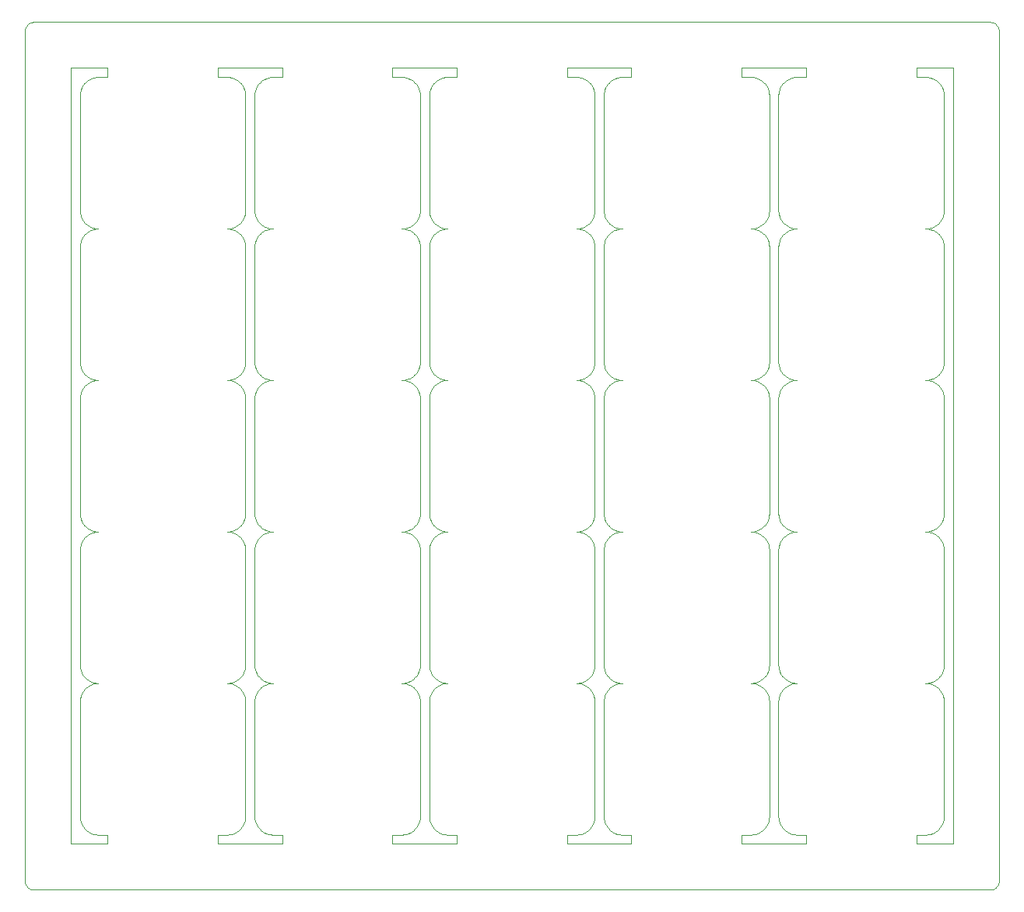
<source format=gm1>
G04 #@! TF.GenerationSoftware,KiCad,Pcbnew,(6.0.11)*
G04 #@! TF.CreationDate,2023-02-11T17:54:07+01:00*
G04 #@! TF.ProjectId,UDB-panel,5544422d-7061-46e6-956c-2e6b69636164,C4-RC1*
G04 #@! TF.SameCoordinates,Original*
G04 #@! TF.FileFunction,Profile,NP*
%FSLAX46Y46*%
G04 Gerber Fmt 4.6, Leading zero omitted, Abs format (unit mm)*
G04 Created by KiCad (PCBNEW (6.0.11)) date 2023-02-11 17:54:07*
%MOMM*%
%LPD*%
G01*
G04 APERTURE LIST*
G04 #@! TA.AperFunction,Profile*
%ADD10C,0.100000*%
G04 #@! TD*
G04 APERTURE END LIST*
D10*
X25251306Y87470604D02*
X25204390Y87380789D01*
X61581551Y54724212D02*
X61517516Y54802745D01*
X6302711Y72942072D02*
X6358473Y72857464D01*
X79694610Y22375505D02*
X79598726Y22408279D01*
X23997433Y86601299D02*
X23989738Y86702337D01*
X41101298Y22497434D02*
X41000000Y22500000D01*
X63204390Y21380789D02*
X63162084Y21288712D01*
X22101298Y55497434D02*
X22000000Y55500000D01*
X82942071Y55197289D02*
X82857463Y55141527D01*
X45119211Y6204391D02*
X45211288Y6162085D01*
X25162084Y23711289D02*
X25204390Y23619212D01*
X7401273Y71908279D02*
X7305389Y71875505D01*
X99837915Y70788712D02*
X99795609Y70880789D01*
X99581551Y54724212D02*
X99517516Y54802745D01*
X42224211Y71581552D02*
X42142536Y71641527D01*
X25550414Y56122067D02*
X25622066Y56050415D01*
X63550414Y87877934D02*
X63482483Y87802745D01*
X25482483Y39697256D02*
X25550414Y39622067D01*
X25063845Y7498695D02*
X25091721Y7401274D01*
X63204390Y40119212D02*
X63251306Y40029397D01*
X44857463Y6358474D02*
X44942071Y6302712D01*
X26898701Y88497434D02*
X26797663Y88489739D01*
X82697255Y55982484D02*
X82775788Y55918449D01*
X60402597Y88459060D02*
X60302855Y88476937D01*
X98598726Y38908279D02*
X98501305Y38936155D01*
X6775788Y88081552D02*
X6697255Y88017517D01*
X42959059Y37402598D02*
X42936154Y37501306D01*
X25010261Y70202337D02*
X25002566Y70101299D01*
X44124495Y54194611D02*
X44091721Y54098727D01*
X45305389Y38875505D02*
X45211288Y38837916D01*
X41402597Y55540941D02*
X41501305Y55563846D01*
X44124495Y40305390D02*
X44162084Y40211289D01*
X44204390Y87380789D02*
X44162084Y87288712D01*
X82358473Y72857464D02*
X82418448Y72775789D01*
X98598726Y71908279D02*
X98501305Y71936155D01*
X98788711Y6162085D02*
X98880788Y6204391D01*
X41302855Y6023064D02*
X41302855Y6023064D01*
X44251306Y21470604D02*
X44204390Y21380789D01*
X42697288Y56442072D02*
X42748693Y56529397D01*
X60970603Y38748694D02*
X60880788Y38795610D01*
X64597402Y55540941D02*
X64697144Y55523064D01*
X45211288Y72162085D02*
X45305389Y72124496D01*
X45305389Y6124496D02*
X45401273Y6091722D01*
X46000000Y39000000D02*
X45898701Y38997434D01*
X44358473Y39857464D02*
X44418448Y39775789D01*
X82697255Y22017517D02*
X82622066Y21949586D01*
X61697288Y39942072D02*
X61748693Y40029397D01*
X82040940Y40597403D02*
X82063845Y40498695D01*
X82023063Y53802856D02*
X82010261Y53702337D01*
X80641526Y6857464D02*
X80697288Y6942072D01*
X44622066Y21949586D02*
X44550414Y21877934D01*
X61142536Y22858474D02*
X61224211Y22918449D01*
X6697255Y55017517D02*
X6622066Y54949586D01*
X42837915Y87288712D02*
X42795609Y87380789D01*
X22000000Y6000000D02*
X22101298Y6002567D01*
X25091721Y7401274D02*
X25124495Y7305390D01*
X7597402Y22459060D02*
X7498694Y22436155D01*
X44550414Y39622067D02*
X44622066Y39550415D01*
X60970603Y72251307D02*
X61057928Y72302712D01*
X45498694Y88436155D02*
X45401273Y88408279D01*
X82002566Y24398702D02*
X82010261Y24297664D01*
X41598726Y6091722D02*
X41694610Y6124496D01*
X42936154Y70501306D02*
X42908278Y70598727D01*
X23936154Y37501306D02*
X23908278Y37598727D01*
X22694610Y88375505D02*
X22598726Y88408279D01*
X61959059Y7597403D02*
X61976936Y7697145D01*
X82000000Y74000000D02*
X82002566Y73898702D01*
X64305389Y6124496D02*
X64401273Y6091722D01*
X44091721Y21098727D02*
X44063845Y21001306D01*
X23997433Y20601299D02*
X23989738Y20702337D01*
X99837915Y37788712D02*
X99795609Y37880789D01*
X61795609Y54380789D02*
X61748693Y54470604D01*
X99748693Y70970604D02*
X99697288Y71057929D01*
X7498694Y38936155D02*
X7401273Y38908279D01*
X60302855Y38976937D02*
X60202336Y38989739D01*
X105707106Y94207107D02*
X105634393Y94273011D01*
X25418448Y23275789D02*
X25482483Y23197256D01*
X79101298Y39002567D02*
X79202336Y39010262D01*
X82040940Y73597403D02*
X82063845Y73498695D01*
X99976936Y73697145D02*
X99989738Y73797664D01*
X6063845Y23998695D02*
X6091721Y23901274D01*
X45029396Y55248694D02*
X44942071Y55197289D01*
X60694610Y22624496D02*
X60788711Y22662085D01*
X98101298Y6002567D02*
X98202336Y6010262D01*
X63010261Y70202337D02*
X63002566Y70101299D01*
X44302711Y23442072D02*
X44358473Y23357464D01*
X7029396Y39251307D02*
X7119211Y39204391D01*
X6124495Y56805390D02*
X6162084Y56711289D01*
X81000000Y74000000D02*
X81000000Y86500000D01*
X64401273Y55591722D02*
X64498694Y55563846D01*
X63000000Y53500000D02*
X63000000Y41000000D01*
X82697255Y22982484D02*
X82775788Y22918449D01*
X79598726Y22591722D02*
X79694610Y22624496D01*
X42795609Y87380789D02*
X42748693Y87470604D01*
X64029396Y38748694D02*
X63942071Y38697289D01*
X60302855Y6023064D02*
X60402597Y6040941D01*
X22880788Y88295610D02*
X22788711Y88337916D01*
X25482483Y71302745D02*
X25418448Y71224212D01*
X25000000Y74000000D02*
X25002566Y73898702D01*
X64797663Y71989739D02*
X64697144Y71976937D01*
X64119211Y55704391D02*
X64211288Y55662085D01*
X64029396Y88248694D02*
X63942071Y88197289D01*
X79501305Y88436155D02*
X79402597Y88459060D01*
X22788711Y39162085D02*
X22880788Y39204391D01*
X60101298Y38997434D02*
X60000000Y39000000D01*
X82002566Y40898702D02*
X82010261Y40797664D01*
X44418448Y39775789D02*
X44482483Y39697256D01*
X98694610Y55624496D02*
X98788711Y55662085D01*
X26797663Y38989739D02*
X26697144Y38976937D01*
X26119211Y6204391D02*
X26211288Y6162085D01*
X42976936Y24197145D02*
X42989738Y24297664D01*
X83401273Y71908279D02*
X83305389Y71875505D01*
X6040940Y37402598D02*
X6023063Y37302856D01*
X82775788Y22081552D02*
X82697255Y22017517D01*
X25010261Y86702337D02*
X25002566Y86601299D01*
X99989738Y70202337D02*
X99976936Y70302856D01*
X63358473Y54642537D02*
X63302711Y54557929D01*
X80224211Y55918449D02*
X80302744Y55982484D01*
X82550414Y39622067D02*
X82622066Y39550415D01*
X9000000Y89500000D02*
X9000000Y88500000D01*
X25010261Y7797664D02*
X25023063Y7697145D01*
X7597402Y39040941D02*
X7697144Y39023064D01*
X99641526Y54642537D02*
X99581551Y54724212D01*
X80697288Y39942072D02*
X80748693Y40029397D01*
X80057928Y72302712D02*
X80142536Y72358474D01*
X168530Y444430D02*
X226989Y365607D01*
X41970603Y22248694D02*
X41880788Y22295610D01*
X63550414Y39622067D02*
X63622066Y39550415D01*
X60970603Y39251307D02*
X61057928Y39302712D01*
X64119211Y39204391D02*
X64211288Y39162085D01*
X99302744Y55982484D02*
X99377933Y56050415D01*
X23142536Y55141527D02*
X23057928Y55197289D01*
X80302744Y71517517D02*
X80224211Y71581552D01*
X6040940Y70402598D02*
X6023063Y70302856D01*
X83597402Y39040941D02*
X83697144Y39023064D01*
X23302744Y6482484D02*
X23377933Y6550415D01*
X82162084Y40211289D02*
X82204390Y40119212D01*
X105555570Y94331470D02*
X105471396Y94381922D01*
X6162084Y54288712D02*
X6124495Y54194611D01*
X44251306Y56529397D02*
X44302711Y56442072D01*
X22598726Y38908279D02*
X22501305Y38936155D01*
X25857463Y88141527D02*
X25775788Y88081552D01*
X23302744Y88017517D02*
X23224211Y88081552D01*
X6002566Y86601299D02*
X6000000Y86500000D01*
X61581551Y39775789D02*
X61641526Y39857464D01*
X79598726Y39091722D02*
X79694610Y39124496D01*
X25622066Y54949586D02*
X25550414Y54877934D01*
X82358473Y54642537D02*
X82302711Y54557929D01*
X63942071Y55197289D02*
X63857463Y55141527D01*
X82302711Y6942072D02*
X82358473Y6857464D01*
X60202336Y22489739D02*
X60101298Y22497434D01*
X80959059Y37402598D02*
X80936154Y37501306D01*
X98970603Y55248694D02*
X98880788Y55295610D01*
X42908278Y23901274D02*
X42936154Y23998695D01*
X64211288Y38837916D02*
X64119211Y38795610D01*
X80697288Y23442072D02*
X80748693Y23529397D01*
X44204390Y7119212D02*
X44251306Y7029397D01*
X42989738Y24297664D02*
X42997433Y24398702D01*
X42997433Y24398702D02*
X43000000Y24500000D01*
X63857463Y22141527D02*
X63775788Y22081552D01*
X99989738Y53702337D02*
X99976936Y53802856D01*
X25622066Y71449586D02*
X25550414Y71377934D01*
X23976936Y20802856D02*
X23959059Y20902598D01*
X6124495Y23805390D02*
X6162084Y23711289D01*
X42795609Y70880789D02*
X42748693Y70970604D01*
X22598726Y39091722D02*
X22694610Y39124496D01*
X42377933Y38449586D02*
X42302744Y38517517D01*
X61449585Y54877934D02*
X61377933Y54949586D01*
X45898701Y22497434D02*
X45797663Y22489739D01*
X80641526Y21642537D02*
X80581551Y21724212D01*
X80837915Y73211289D02*
X80875504Y73305390D01*
X25040940Y57097403D02*
X25063845Y56998695D01*
X82418448Y21724212D02*
X82358473Y21642537D01*
X25002566Y57398702D02*
X25010261Y57297664D01*
X45797663Y88489739D02*
X45697144Y88476937D01*
X82857463Y71641527D02*
X82775788Y71581552D01*
X80989738Y53702337D02*
X80976936Y53802856D01*
X23837915Y73211289D02*
X23875504Y73305390D01*
X99976936Y86802856D02*
X99959059Y86902598D01*
X45898701Y22502567D02*
X46000000Y22500000D01*
X63418448Y21724212D02*
X63358473Y21642537D01*
X25010261Y73797664D02*
X25023063Y73697145D01*
X25204390Y56619212D02*
X25251306Y56529397D01*
X45029396Y71748694D02*
X44942071Y71697289D01*
X82002566Y70101299D02*
X82000000Y70000000D01*
X44000000Y74000000D02*
X44002566Y73898702D01*
X63010261Y86702337D02*
X63002566Y86601299D01*
X99581551Y56275789D02*
X99641526Y56357464D01*
X7797663Y88489739D02*
X7697144Y88476937D01*
X9000000Y5000000D02*
X5000000Y5000000D01*
X82857463Y39358474D02*
X82942071Y39302712D01*
X82622066Y71449586D02*
X82550414Y71377934D01*
X23377933Y71449586D02*
X23302744Y71517517D01*
X105773010Y365607D02*
X105831469Y444430D01*
X63251306Y40029397D02*
X63302711Y39942072D01*
X41598726Y39091722D02*
X41694610Y39124496D01*
X41302855Y72023064D02*
X41402597Y72040941D01*
X60101298Y22502567D02*
X60202336Y22510262D01*
X42936154Y37501306D02*
X42908278Y37598727D01*
X106000000Y1000000D02*
X106000000Y93500000D01*
X63091721Y73401274D02*
X63124495Y73305390D01*
X99224211Y55918449D02*
X99302744Y55982484D01*
X22202336Y55510262D02*
X22302855Y55523064D01*
X101000000Y5000000D02*
X97000000Y5000000D01*
X84000000Y6000000D02*
X85000000Y6000000D01*
X98598726Y22408279D02*
X98501305Y22436155D01*
X80581551Y6775789D02*
X80641526Y6857464D01*
X22101298Y22497434D02*
X22000000Y22500000D01*
X83211288Y38837916D02*
X83119211Y38795610D01*
X26305389Y22624496D02*
X26401273Y22591722D01*
X26211288Y6162085D02*
X26305389Y6124496D01*
X44857463Y72358474D02*
X44942071Y72302712D01*
X42748693Y37970604D02*
X42697288Y38057929D01*
X98101298Y6002567D02*
X98101298Y6002567D01*
X46000000Y72000000D02*
X45898701Y71997434D01*
X83211288Y6162085D02*
X83305389Y6124496D01*
X80959059Y53902598D02*
X80936154Y54001306D01*
X97000000Y6000000D02*
X98000000Y6000000D01*
X25358473Y38142537D02*
X25302711Y38057929D01*
X25000000Y8000000D02*
X25002566Y7898702D01*
X6023063Y40697145D02*
X6040940Y40597403D01*
X63775788Y22918449D02*
X63857463Y22858474D01*
X64797663Y39010262D02*
X64898701Y39002567D01*
X23057928Y22802712D02*
X23142536Y22858474D01*
X63063845Y37501306D02*
X63040940Y37402598D01*
X26211288Y22337916D02*
X26119211Y22295610D01*
X22880788Y39204391D02*
X22970603Y39251307D01*
X25091721Y23901274D02*
X25124495Y23805390D01*
X26401273Y72091722D02*
X26498694Y72063846D01*
X99697288Y23442072D02*
X99748693Y23529397D01*
X23142536Y38641527D02*
X23057928Y38697289D01*
X63302711Y56442072D02*
X63358473Y56357464D01*
X41970603Y39251307D02*
X42057928Y39302712D01*
X45401273Y22408279D02*
X45305389Y22375505D01*
X99989738Y73797664D02*
X99997433Y73898702D01*
X6550414Y6622067D02*
X6622066Y6550415D01*
X23936154Y21001306D02*
X23908278Y21098727D01*
X99517516Y72697256D02*
X99581551Y72775789D01*
X26898701Y55502567D02*
X27000000Y55500000D01*
X7119211Y22295610D02*
X7029396Y22248694D01*
X61449585Y72622067D02*
X61517516Y72697256D01*
X63040940Y73597403D02*
X63063845Y73498695D01*
X6124495Y40305390D02*
X6162084Y40211289D01*
X99976936Y70302856D02*
X99959059Y70402598D01*
X25023063Y73697145D02*
X25040940Y73597403D01*
X98788711Y39162085D02*
X98880788Y39204391D01*
X45597402Y22540941D02*
X45697144Y22523064D01*
X82002566Y20601299D02*
X82000000Y20500000D01*
X44063845Y23998695D02*
X44091721Y23901274D01*
X80517516Y87802745D02*
X80449585Y87877934D01*
X44010261Y53702337D02*
X44002566Y53601299D01*
X25091721Y56901274D02*
X25124495Y56805390D01*
X22880788Y6204391D02*
X22970603Y6251307D01*
X44162084Y7211289D02*
X44204390Y7119212D01*
X23697288Y39942072D02*
X23748693Y40029397D01*
X25091721Y54098727D02*
X25063845Y54001306D01*
X78000000Y88500000D02*
X78000000Y89500000D01*
X98501305Y55563846D02*
X98598726Y55591722D01*
X44000000Y37000000D02*
X44000000Y24500000D01*
X26119211Y22704391D02*
X26211288Y22662085D01*
X25063845Y21001306D02*
X25040940Y20902598D01*
X22598726Y88408279D02*
X22501305Y88436155D01*
X44482483Y23197256D02*
X44550414Y23122067D01*
X99997433Y53601299D02*
X99989738Y53702337D01*
X60302855Y55523064D02*
X60402597Y55540941D01*
X45305389Y71875505D02*
X45211288Y71837916D01*
X79694610Y6124496D02*
X79788711Y6162085D01*
X83797663Y55510262D02*
X83898701Y55502567D01*
X82697255Y55017517D02*
X82622066Y54949586D01*
X45498694Y6063846D02*
X45597402Y6040941D01*
X83029396Y55751307D02*
X83119211Y55704391D01*
X60302855Y72023064D02*
X60402597Y72040941D01*
X44023063Y37302856D02*
X44010261Y37202337D01*
X45498694Y72063846D02*
X45597402Y72040941D01*
X82942071Y39302712D02*
X83029396Y39251307D01*
X28000000Y5000000D02*
X21000000Y5000000D01*
X6040940Y40597403D02*
X6063845Y40498695D01*
X41788711Y55337916D02*
X41694610Y55375505D01*
X22501305Y22563846D02*
X22598726Y22591722D01*
X79101298Y38997434D02*
X79000000Y39000000D01*
X6124495Y54194611D02*
X6091721Y54098727D01*
X98880788Y55704391D02*
X98970603Y55751307D01*
X63775788Y6418449D02*
X63857463Y6358474D01*
X45029396Y6251307D02*
X45119211Y6204391D01*
X80581551Y21724212D02*
X80517516Y21802745D01*
X6023063Y7697145D02*
X6040940Y7597403D01*
X79970603Y88248694D02*
X79880788Y88295610D01*
X25697255Y6482484D02*
X25775788Y6418449D01*
X61837915Y70788712D02*
X61795609Y70880789D01*
X98101298Y72002567D02*
X98202336Y72010262D01*
X64305389Y22375505D02*
X64211288Y22337916D01*
X23989738Y73797664D02*
X23997433Y73898702D01*
X44942071Y55197289D02*
X44857463Y55141527D01*
X44162084Y23711289D02*
X44204390Y23619212D01*
X82775788Y22918449D02*
X82857463Y22858474D01*
X60694610Y22375505D02*
X60598726Y22408279D01*
X99449585Y39622067D02*
X99517516Y39697256D01*
X61875504Y70694611D02*
X61837915Y70788712D01*
X61641526Y56357464D02*
X61697288Y56442072D01*
X23377933Y38449586D02*
X23302744Y38517517D01*
X60788711Y71837916D02*
X60694610Y71875505D01*
X80908278Y56901274D02*
X80936154Y56998695D01*
X83029396Y72251307D02*
X83119211Y72204391D01*
X99517516Y87802745D02*
X99449585Y87877934D01*
X6040940Y73597403D02*
X6063845Y73498695D01*
X61581551Y72775789D02*
X61641526Y72857464D01*
X79302855Y22476937D02*
X79202336Y22489739D01*
X80976936Y73697145D02*
X80989738Y73797664D01*
X79101298Y55502567D02*
X79202336Y55510262D01*
X7697144Y55523064D02*
X7797663Y55510262D01*
X44857463Y22141527D02*
X44775788Y22081552D01*
X42837915Y21288712D02*
X42795609Y21380789D01*
X83797663Y88489739D02*
X83697144Y88476937D01*
X6418448Y38224212D02*
X6358473Y38142537D01*
X25775788Y71581552D02*
X25697255Y71517517D01*
X61908278Y73401274D02*
X61936154Y73498695D01*
X23837915Y40211289D02*
X23875504Y40305390D01*
X8000000Y6000000D02*
X9000000Y6000000D01*
X25302711Y39942072D02*
X25358473Y39857464D01*
X44942071Y22197289D02*
X44857463Y22141527D01*
X6162084Y7211289D02*
X6204390Y7119212D01*
X80057928Y88197289D02*
X79970603Y88248694D01*
X7498694Y39063846D02*
X7597402Y39040941D01*
X23908278Y73401274D02*
X23936154Y73498695D01*
X99697288Y87557929D02*
X99641526Y87642537D01*
X83401273Y55591722D02*
X83498694Y55563846D01*
X23837915Y54288712D02*
X23795609Y54380789D01*
X24000000Y57500000D02*
X24000000Y70000000D01*
X64498694Y71936155D02*
X64401273Y71908279D01*
X44358473Y38142537D02*
X44302711Y38057929D01*
X63162084Y87288712D02*
X63124495Y87194611D01*
X98302855Y38976937D02*
X98202336Y38989739D01*
X42989738Y37202337D02*
X42976936Y37302856D01*
X99748693Y37970604D02*
X99697288Y38057929D01*
X63162084Y70788712D02*
X63124495Y70694611D01*
X82775788Y71581552D02*
X82697255Y71517517D01*
X83305389Y22624496D02*
X83401273Y22591722D01*
X42302744Y72482484D02*
X42377933Y72550415D01*
X83898701Y55497434D02*
X83797663Y55489739D01*
X76120Y617317D02*
X118078Y528604D01*
X42449585Y39622067D02*
X42517516Y39697256D01*
X23837915Y21288712D02*
X23795609Y21380789D01*
X61976936Y70302856D02*
X61959059Y70402598D01*
X82775788Y55918449D02*
X82857463Y55858474D01*
X61224211Y71581552D02*
X61142536Y71641527D01*
X25302711Y56442072D02*
X25358473Y56357464D01*
X7119211Y88295610D02*
X7029396Y88248694D01*
X42936154Y73498695D02*
X42959059Y73597403D01*
X44023063Y20802856D02*
X44010261Y20702337D01*
X25000000Y53500000D02*
X25000000Y41000000D01*
X6002566Y40898702D02*
X6010261Y40797664D01*
X99976936Y24197145D02*
X99989738Y24297664D01*
X63124495Y23805390D02*
X63162084Y23711289D01*
X6162084Y40211289D02*
X6204390Y40119212D01*
X44942071Y72302712D02*
X45029396Y72251307D01*
X23997433Y70101299D02*
X23989738Y70202337D01*
X60694610Y39124496D02*
X60788711Y39162085D01*
X23697288Y38057929D02*
X23641526Y38142537D01*
X63000000Y70000000D02*
X63000000Y57500000D01*
X79880788Y55704391D02*
X79970603Y55751307D01*
X6775788Y71581552D02*
X6697255Y71517517D01*
X41101298Y55502567D02*
X41202336Y55510262D01*
X42581551Y56275789D02*
X42641526Y56357464D01*
X80224211Y55081552D02*
X80142536Y55141527D01*
X60202336Y71989739D02*
X60101298Y71997434D01*
X66000000Y89500000D02*
X66000000Y88500000D01*
X6482483Y87802745D02*
X6418448Y87724212D01*
X6302711Y6942072D02*
X6358473Y6857464D01*
X63162084Y37788712D02*
X63124495Y37694611D01*
X6857463Y55858474D02*
X6942071Y55802712D01*
X41694610Y88375505D02*
X41598726Y88408279D01*
X60694610Y55375505D02*
X60598726Y55408279D01*
X79501305Y38936155D02*
X79402597Y38959060D01*
X42224211Y39418449D02*
X42302744Y39482484D01*
X63000000Y37000000D02*
X63000000Y24500000D01*
X25023063Y70302856D02*
X25010261Y70202337D01*
X23959059Y86902598D02*
X23936154Y87001306D01*
X60788711Y6162085D02*
X60880788Y6204391D01*
X60501305Y88436155D02*
X60402597Y88459060D01*
X60202336Y55489739D02*
X60101298Y55497434D01*
X6622066Y39550415D02*
X6697255Y39482484D01*
X63063845Y23998695D02*
X63091721Y23901274D01*
X22302855Y39023064D02*
X22402597Y39040941D01*
X45401273Y6091722D02*
X45498694Y6063846D01*
X41788711Y55662085D02*
X41880788Y55704391D01*
X98402597Y71959060D02*
X98302855Y71976937D01*
X41880788Y38795610D02*
X41788711Y38837916D01*
X23976936Y24197145D02*
X23989738Y24297664D01*
X42989738Y40797664D02*
X42997433Y40898702D01*
X26797663Y55489739D02*
X26697144Y55476937D01*
X22788711Y55337916D02*
X22694610Y55375505D01*
X61997433Y53601299D02*
X61989738Y53702337D01*
X23976936Y73697145D02*
X23989738Y73797664D01*
X23837915Y56711289D02*
X23875504Y56805390D01*
X63622066Y38449586D02*
X63550414Y38377934D01*
X25063845Y56998695D02*
X25091721Y56901274D01*
X41402597Y22540941D02*
X41501305Y22563846D01*
X42142536Y88141527D02*
X42057928Y88197289D01*
X63418448Y87724212D02*
X63358473Y87642537D01*
X79402597Y88459060D02*
X79302855Y88476937D01*
X44023063Y53802856D02*
X44010261Y53702337D01*
X97000000Y5000000D02*
X97000000Y6000000D01*
X23795609Y56619212D02*
X23837915Y56711289D01*
X98598726Y88408279D02*
X98501305Y88436155D01*
X83119211Y55295610D02*
X83029396Y55248694D01*
X98788711Y55662085D02*
X98880788Y55704391D01*
X41501305Y71936155D02*
X41402597Y71959060D01*
X23641526Y87642537D02*
X23581551Y87724212D01*
X83697144Y22476937D02*
X83597402Y22459060D01*
X44251306Y87470604D02*
X44204390Y87380789D01*
X23581551Y87724212D02*
X23517516Y87802745D01*
X61837915Y21288712D02*
X61795609Y21380789D01*
X99581551Y6775789D02*
X99641526Y6857464D01*
X41970603Y55751307D02*
X42057928Y55802712D01*
X42377933Y87949586D02*
X42302744Y88017517D01*
X23936154Y70501306D02*
X23908278Y70598727D01*
X22202336Y6010262D02*
X22302855Y6023064D01*
X99224211Y22918449D02*
X99302744Y22982484D01*
X61989738Y70202337D02*
X61976936Y70302856D01*
X44418448Y56275789D02*
X44482483Y56197256D01*
X60101298Y39002567D02*
X60202336Y39010262D01*
X61795609Y37880789D02*
X61748693Y37970604D01*
X25302711Y71057929D02*
X25251306Y70970604D01*
X82622066Y56050415D02*
X82697255Y55982484D01*
X80057928Y6302712D02*
X80142536Y6358474D01*
X83597402Y72040941D02*
X83697144Y72023064D01*
X44942071Y55802712D02*
X45029396Y55751307D01*
X63091721Y40401274D02*
X63124495Y40305390D01*
X98302855Y72023064D02*
X98402597Y72040941D01*
X82063845Y56998695D02*
X82091721Y56901274D01*
X23936154Y7498695D02*
X23959059Y7597403D01*
X79880788Y39204391D02*
X79970603Y39251307D01*
X25482483Y38302745D02*
X25418448Y38224212D01*
X23449585Y38377934D02*
X23377933Y38449586D01*
X7498694Y72063846D02*
X7597402Y72040941D01*
X25063845Y37501306D02*
X25040940Y37402598D01*
X79101298Y72002567D02*
X79202336Y72010262D01*
X63040940Y40597403D02*
X63063845Y40498695D01*
X60880788Y55295610D02*
X60788711Y55337916D01*
X22880788Y22704391D02*
X22970603Y22751307D01*
X82550414Y21877934D02*
X82482483Y21802745D01*
X61581551Y23275789D02*
X61641526Y23357464D01*
X42449585Y87877934D02*
X42377933Y87949586D01*
X63124495Y54194611D02*
X63091721Y54098727D01*
X45305389Y22375505D02*
X45211288Y22337916D01*
X44550414Y71377934D02*
X44482483Y71302745D01*
X45401273Y88408279D02*
X45305389Y88375505D01*
X61449585Y21877934D02*
X61377933Y21949586D01*
X25697255Y55982484D02*
X25775788Y55918449D01*
X25204390Y7119212D02*
X25251306Y7029397D01*
X6942071Y55802712D02*
X7029396Y55751307D01*
X61377933Y71449586D02*
X61302744Y71517517D01*
X7119211Y55295610D02*
X7029396Y55248694D01*
X80875504Y70694611D02*
X80837915Y70788712D01*
X98501305Y88436155D02*
X98402597Y88459060D01*
X80959059Y57097403D02*
X80976936Y57197145D01*
X61795609Y70880789D02*
X61748693Y70970604D01*
X42377933Y23050415D02*
X42449585Y23122067D01*
X82124495Y73305390D02*
X82162084Y73211289D01*
X63023063Y73697145D02*
X63040940Y73597403D01*
X98598726Y22591722D02*
X98694610Y22624496D01*
X79970603Y55751307D02*
X80057928Y55802712D01*
X23057928Y39302712D02*
X23142536Y39358474D01*
X25124495Y23805390D02*
X25162084Y23711289D01*
X76120Y93882684D02*
X43059Y93790285D01*
X98970603Y39251307D02*
X99057928Y39302712D01*
X64898701Y88497434D02*
X64797663Y88489739D01*
X101000000Y89500000D02*
X101000000Y5000000D01*
X80748693Y56529397D02*
X80795609Y56619212D01*
X61517516Y39697256D02*
X61581551Y39775789D01*
X64697144Y22523064D02*
X64797663Y22510262D01*
X99142536Y39358474D02*
X99224211Y39418449D01*
X44418448Y54724212D02*
X44358473Y54642537D01*
X804909Y19215D02*
X901982Y4816D01*
X41880788Y6204391D02*
X41970603Y6251307D01*
X82942071Y55802712D02*
X83029396Y55751307D01*
X26498694Y38936155D02*
X26401273Y38908279D01*
X44010261Y37202337D02*
X44002566Y37101299D01*
X45401273Y55591722D02*
X45498694Y55563846D01*
X25857463Y6358474D02*
X25942071Y6302712D01*
X80697288Y21557929D02*
X80641526Y21642537D01*
X45797663Y22489739D02*
X45697144Y22476937D01*
X61936154Y54001306D02*
X61908278Y54098727D01*
X82162084Y56711289D02*
X82204390Y56619212D01*
X41202336Y39010262D02*
X41302855Y39023064D01*
X44204390Y73119212D02*
X44251306Y73029397D01*
X26029396Y55751307D02*
X26119211Y55704391D01*
X82000000Y37000000D02*
X82000000Y24500000D01*
X26305389Y6124496D02*
X26401273Y6091722D01*
X6023063Y37302856D02*
X6010261Y37202337D01*
X7119211Y38795610D02*
X7029396Y38748694D01*
X61997433Y24398702D02*
X62000000Y24500000D01*
X82000000Y20500000D02*
X82000000Y8000000D01*
X42748693Y70970604D02*
X42697288Y71057929D01*
X42697288Y38057929D02*
X42641526Y38142537D01*
X99449585Y56122067D02*
X99517516Y56197256D01*
X79970603Y39251307D02*
X80057928Y39302712D01*
X23581551Y23275789D02*
X23641526Y23357464D01*
X83697144Y22523064D02*
X83797663Y22510262D01*
X64211288Y72162085D02*
X64305389Y72124496D01*
X23875504Y37694611D02*
X23837915Y37788712D01*
X5000000Y5000000D02*
X5000000Y89500000D01*
X25023063Y57197145D02*
X25040940Y57097403D01*
X82550414Y71377934D02*
X82482483Y71302745D01*
X82063845Y7498695D02*
X82091721Y7401274D01*
X6000000Y37000000D02*
X6000000Y24500000D01*
X60880788Y22704391D02*
X60970603Y22751307D01*
X22402597Y38959060D02*
X22302855Y38976937D01*
X82857463Y38641527D02*
X82775788Y38581552D01*
X85000000Y88500000D02*
X84000000Y88500000D01*
X23795609Y73119212D02*
X23837915Y73211289D01*
X64498694Y55436155D02*
X64401273Y55408279D01*
X44023063Y70302856D02*
X44010261Y70202337D01*
X82418448Y38224212D02*
X82358473Y38142537D01*
X64211288Y71837916D02*
X64119211Y71795610D01*
X7797663Y55510262D02*
X7898701Y55502567D01*
X41000000Y39000000D02*
X41101298Y39002567D01*
X23142536Y88141527D02*
X23057928Y88197289D01*
X99224211Y38581552D02*
X99142536Y38641527D01*
X83119211Y71795610D02*
X83029396Y71748694D01*
X99795609Y73119212D02*
X99837915Y73211289D01*
X22598726Y22408279D02*
X22501305Y22436155D01*
X60000000Y72000000D02*
X60101298Y72002567D01*
X62000000Y57500000D02*
X62000000Y70000000D01*
X63550414Y23122067D02*
X63622066Y23050415D01*
X25000000Y57500000D02*
X25002566Y57398702D01*
X80377933Y23050415D02*
X80449585Y23122067D01*
X6550414Y39622067D02*
X6622066Y39550415D01*
X83797663Y71989739D02*
X83697144Y71976937D01*
X63775788Y55081552D02*
X63697255Y55017517D01*
X84000000Y22500000D02*
X83898701Y22497434D01*
X44251306Y37970604D02*
X44204390Y37880789D01*
X25550414Y23122067D02*
X25622066Y23050415D01*
X23997433Y7898702D02*
X24000000Y8000000D01*
X80697288Y56442072D02*
X80748693Y56529397D01*
X83211288Y88337916D02*
X83119211Y88295610D01*
X61641526Y39857464D02*
X61697288Y39942072D01*
X42989738Y70202337D02*
X42976936Y70302856D01*
X63358473Y38142537D02*
X63302711Y38057929D01*
X80748693Y37970604D02*
X80697288Y38057929D01*
X79880788Y22295610D02*
X79788711Y22337916D01*
X23997433Y37101299D02*
X23989738Y37202337D01*
X80517516Y71302745D02*
X80449585Y71377934D01*
X83797663Y22510262D02*
X83898701Y22502567D01*
X6162084Y56711289D02*
X6204390Y56619212D01*
X99837915Y56711289D02*
X99875504Y56805390D01*
X61057928Y55197289D02*
X60970603Y55248694D01*
X23795609Y87380789D02*
X23748693Y87470604D01*
X45119211Y22704391D02*
X45211288Y22662085D01*
X6358473Y72857464D02*
X6418448Y72775789D01*
X44162084Y54288712D02*
X44124495Y54194611D01*
X99989738Y40797664D02*
X99997433Y40898702D01*
X226989Y94134394D02*
X168530Y94055571D01*
X6002566Y53601299D02*
X6000000Y53500000D01*
X63091721Y7401274D02*
X63124495Y7305390D01*
X81000000Y57500000D02*
X81000000Y70000000D01*
X82162084Y70788712D02*
X82124495Y70694611D01*
X23224211Y88081552D02*
X23142536Y88141527D01*
X23875504Y73305390D02*
X23908278Y73401274D01*
X22202336Y55489739D02*
X22101298Y55497434D01*
X6622066Y72550415D02*
X6697255Y72482484D01*
X26401273Y22408279D02*
X26305389Y22375505D01*
X82857463Y55858474D02*
X82942071Y55802712D01*
X98302855Y55476937D02*
X98202336Y55489739D01*
X99959059Y40597403D02*
X99976936Y40697145D01*
X99142536Y22858474D02*
X99224211Y22918449D01*
X7401273Y55408279D02*
X7305389Y55375505D01*
X7697144Y71976937D02*
X7597402Y71959060D01*
X98880788Y38795610D02*
X98788711Y38837916D01*
X44000000Y53500000D02*
X44000000Y41000000D01*
X64029396Y55248694D02*
X63942071Y55197289D01*
X44418448Y72775789D02*
X44482483Y72697256D01*
X63482483Y71302745D02*
X63418448Y71224212D01*
X64119211Y71795610D02*
X64029396Y71748694D01*
X83119211Y72204391D02*
X83211288Y72162085D01*
X25162084Y37788712D02*
X25124495Y37694611D01*
X25418448Y39775789D02*
X25482483Y39697256D01*
X22202336Y39010262D02*
X22302855Y39023064D01*
X25124495Y21194611D02*
X25091721Y21098727D01*
X63040940Y53902598D02*
X63023063Y53802856D01*
X80377933Y56050415D02*
X80449585Y56122067D01*
X45211288Y6162085D02*
X45305389Y6124496D01*
X45797663Y6010262D02*
X45898701Y6002567D01*
X25622066Y23050415D02*
X25697255Y22982484D01*
X61224211Y22918449D02*
X61302744Y22982484D01*
X25000000Y37000000D02*
X25000000Y24500000D01*
X83697144Y39023064D02*
X83797663Y39010262D01*
X45029396Y39251307D02*
X45119211Y39204391D01*
X82002566Y86601299D02*
X82000000Y86500000D01*
X6550414Y71377934D02*
X6482483Y71302745D01*
X22402597Y88459060D02*
X22302855Y88476937D01*
X61517516Y6697256D02*
X61581551Y6775789D01*
X25857463Y55858474D02*
X25942071Y55802712D01*
X80997433Y86601299D02*
X80989738Y86702337D01*
X44000000Y8000000D02*
X44002566Y7898702D01*
X79694610Y22624496D02*
X79788711Y22662085D01*
X63124495Y37694611D02*
X63091721Y37598727D01*
X41501305Y72063846D02*
X41598726Y72091722D01*
X26797663Y6010262D02*
X26898701Y6002567D01*
X41880788Y88295610D02*
X41788711Y88337916D01*
X7211288Y38837916D02*
X7119211Y38795610D01*
X41970603Y6251307D02*
X42057928Y6302712D01*
X6000000Y86500000D02*
X6000000Y74000000D01*
X82091721Y7401274D02*
X82124495Y7305390D01*
X83898701Y88497434D02*
X83797663Y88489739D01*
X22694610Y72124496D02*
X22788711Y72162085D01*
X60101298Y55502567D02*
X60202336Y55510262D01*
X99517516Y71302745D02*
X99449585Y71377934D01*
X99875504Y73305390D02*
X99908278Y73401274D01*
X23976936Y7697145D02*
X23989738Y7797664D01*
X63023063Y7697145D02*
X63040940Y7597403D01*
X41101298Y38997434D02*
X41000000Y39000000D01*
X82942071Y72302712D02*
X83029396Y72251307D01*
X7597402Y55540941D02*
X7697144Y55523064D01*
X26119211Y55704391D02*
X26211288Y55662085D01*
X45597402Y55459060D02*
X45498694Y55436155D01*
X61641526Y6857464D02*
X61697288Y6942072D01*
X45597402Y72040941D02*
X45697144Y72023064D01*
X44091721Y56901274D02*
X44124495Y56805390D01*
X63023063Y37302856D02*
X63010261Y37202337D01*
X82550414Y6622067D02*
X82622066Y6550415D01*
X25482483Y72697256D02*
X25550414Y72622067D01*
X7697144Y72023064D02*
X7797663Y72010262D01*
X64697144Y39023064D02*
X64797663Y39010262D01*
X6063845Y7498695D02*
X6091721Y7401274D01*
X44697255Y22982484D02*
X44775788Y22918449D01*
X82023063Y40697145D02*
X82040940Y40597403D01*
X105831469Y94055571D02*
X105773010Y94134394D01*
X79302855Y55523064D02*
X79402597Y55540941D01*
X60402597Y22540941D02*
X60501305Y22563846D01*
X7797663Y72010262D02*
X7898701Y72002567D01*
X23302744Y55982484D02*
X23377933Y56050415D01*
X6091721Y23901274D02*
X6124495Y23805390D01*
X45898701Y71997434D02*
X45797663Y71989739D01*
X83305389Y71875505D02*
X83211288Y71837916D01*
X66000000Y6000000D02*
X66000000Y5000000D01*
X83029396Y38748694D02*
X82942071Y38697289D01*
X26119211Y55295610D02*
X26029396Y55248694D01*
X42581551Y21724212D02*
X42517516Y21802745D01*
X24000000Y24500000D02*
X24000000Y37000000D01*
X23057928Y55802712D02*
X23142536Y55858474D01*
X42936154Y40498695D02*
X42959059Y40597403D01*
X45498694Y39063846D02*
X45597402Y39040941D01*
X61936154Y56998695D02*
X61959059Y57097403D01*
X100000000Y86500000D02*
X99997433Y86601299D01*
X42748693Y56529397D02*
X42795609Y56619212D01*
X42641526Y56357464D02*
X42697288Y56442072D01*
X61837915Y40211289D02*
X61875504Y40305390D01*
X99641526Y72857464D02*
X99697288Y72942072D01*
X44775788Y22918449D02*
X44857463Y22858474D01*
X61748693Y87470604D02*
X61697288Y87557929D01*
X25251306Y73029397D02*
X25302711Y72942072D01*
X6002566Y73898702D02*
X6010261Y73797664D01*
X44251306Y73029397D02*
X44302711Y72942072D01*
X26898701Y22502567D02*
X27000000Y22500000D01*
X63010261Y7797664D02*
X63023063Y7697145D01*
X80748693Y73029397D02*
X80795609Y73119212D01*
X46000000Y22500000D02*
X45898701Y22497434D01*
X82302711Y23442072D02*
X82358473Y23357464D01*
X45498694Y38936155D02*
X45401273Y38908279D01*
X82010261Y70202337D02*
X82002566Y70101299D01*
X25482483Y23197256D02*
X25550414Y23122067D01*
X21000000Y88500000D02*
X21000000Y89500000D01*
X61057928Y71697289D02*
X60970603Y71748694D01*
X23641526Y21642537D02*
X23581551Y21724212D01*
X42581551Y6775789D02*
X42641526Y6857464D01*
X80449585Y71377934D02*
X80377933Y71449586D01*
X60694610Y88375505D02*
X60598726Y88408279D01*
X62000000Y70000000D02*
X61997433Y70101299D01*
X6622066Y38449586D02*
X6550414Y38377934D01*
X80837915Y70788712D02*
X80795609Y70880789D01*
X80959059Y40597403D02*
X80976936Y40697145D01*
X23875504Y7305390D02*
X23908278Y7401274D01*
X23057928Y55197289D02*
X22970603Y55248694D01*
X83029396Y39251307D02*
X83119211Y39204391D01*
X26305389Y88375505D02*
X26211288Y88337916D01*
X42795609Y23619212D02*
X42837915Y23711289D01*
X98880788Y6204391D02*
X98970603Y6251307D01*
X63251306Y37970604D02*
X63204390Y37880789D01*
X42057928Y55197289D02*
X41970603Y55248694D01*
X82091721Y40401274D02*
X82124495Y40305390D01*
X6857463Y22141527D02*
X6775788Y22081552D01*
X23837915Y87288712D02*
X23795609Y87380789D01*
X99057928Y55197289D02*
X98970603Y55248694D01*
X99302744Y22017517D02*
X99224211Y22081552D01*
X63091721Y54098727D02*
X63063845Y54001306D01*
X44204390Y37880789D02*
X44162084Y37788712D01*
X83597402Y55459060D02*
X83498694Y55436155D01*
X25942071Y88197289D02*
X25857463Y88141527D01*
X80837915Y40211289D02*
X80875504Y40305390D01*
X41880788Y72204391D02*
X41970603Y72251307D01*
X40000000Y89500000D02*
X47000000Y89500000D01*
X83597402Y6040941D02*
X83697144Y6023064D01*
X64305389Y22624496D02*
X64401273Y22591722D01*
X80837915Y7211289D02*
X80875504Y7305390D01*
X60880788Y38795610D02*
X60788711Y38837916D01*
X6302711Y38057929D02*
X6251306Y37970604D01*
X26029396Y55248694D02*
X25942071Y55197289D01*
X61057928Y22802712D02*
X61142536Y22858474D01*
X82302711Y71057929D02*
X82251306Y70970604D01*
X23517516Y23197256D02*
X23581551Y23275789D01*
X7898701Y71997434D02*
X7797663Y71989739D01*
X42517516Y54802745D02*
X42449585Y54877934D01*
X6550414Y87877934D02*
X6482483Y87802745D01*
X25942071Y22802712D02*
X26029396Y22751307D01*
X7498694Y22436155D02*
X7401273Y22408279D01*
X25040940Y24097403D02*
X25063845Y23998695D01*
X25251306Y54470604D02*
X25204390Y54380789D01*
X63040940Y86902598D02*
X63023063Y86802856D01*
X63358473Y39857464D02*
X63418448Y39775789D01*
X41302855Y38976937D02*
X41202336Y38989739D01*
X41970603Y71748694D02*
X41880788Y71795610D01*
X99581551Y72775789D02*
X99641526Y72857464D01*
X100000000Y74000000D02*
X100000000Y86500000D01*
X42959059Y20902598D02*
X42936154Y21001306D01*
X99997433Y70101299D02*
X99989738Y70202337D01*
X23517516Y6697256D02*
X23581551Y6775789D01*
X6204390Y21380789D02*
X6162084Y21288712D01*
X25550414Y54877934D02*
X25482483Y54802745D01*
X61641526Y23357464D02*
X61697288Y23442072D01*
X98788711Y88337916D02*
X98694610Y88375505D01*
X42908278Y21098727D02*
X42875504Y21194611D01*
X25091721Y70598727D02*
X25063845Y70501306D01*
X44857463Y55141527D02*
X44775788Y55081552D01*
X709715Y94456941D02*
X617316Y94423880D01*
X63002566Y53601299D02*
X63000000Y53500000D01*
X63697255Y6482484D02*
X63775788Y6418449D01*
X61908278Y21098727D02*
X61875504Y21194611D01*
X44775788Y71581552D02*
X44697255Y71517517D01*
X42697288Y23442072D02*
X42748693Y23529397D01*
X105098017Y94495185D02*
X105000000Y94500000D01*
X81000000Y24500000D02*
X81000000Y37000000D01*
X45401273Y72091722D02*
X45498694Y72063846D01*
X99302744Y55017517D02*
X99224211Y55081552D01*
X64029396Y71748694D02*
X63942071Y71697289D01*
X23908278Y56901274D02*
X23936154Y56998695D01*
X7697144Y88476937D02*
X7597402Y88459060D01*
X26498694Y6063846D02*
X26597402Y6040941D01*
X83898701Y6002567D02*
X84000000Y6000000D01*
X26211288Y72162085D02*
X26305389Y72124496D01*
X83898701Y55502567D02*
X84000000Y55500000D01*
X61748693Y56529397D02*
X61795609Y56619212D01*
X83697144Y55476937D02*
X83597402Y55459060D01*
X41302855Y55476937D02*
X41202336Y55489739D01*
X83305389Y55375505D02*
X83211288Y55337916D01*
X23641526Y72857464D02*
X23697288Y72942072D01*
X7211288Y72162085D02*
X7305389Y72124496D01*
X24000000Y74000000D02*
X24000000Y86500000D01*
X45305389Y72124496D02*
X45401273Y72091722D01*
X6550414Y72622067D02*
X6622066Y72550415D01*
X44040940Y70402598D02*
X44023063Y70302856D01*
X82418448Y39775789D02*
X82482483Y39697256D01*
X26697144Y55523064D02*
X26797663Y55510262D01*
X60598726Y71908279D02*
X60501305Y71936155D01*
X63063845Y40498695D02*
X63091721Y40401274D01*
X26305389Y39124496D02*
X26401273Y39091722D01*
X83697144Y88476937D02*
X83697144Y88476937D01*
X79202336Y72010262D02*
X79302855Y72023064D01*
X60402597Y72040941D02*
X60501305Y72063846D01*
X63204390Y37880789D02*
X63162084Y37788712D01*
X80908278Y54098727D02*
X80875504Y54194611D01*
X63162084Y54288712D02*
X63124495Y54194611D01*
X80908278Y21098727D02*
X80875504Y21194611D01*
X60000000Y6000000D02*
X60101298Y6002567D01*
X42989738Y53702337D02*
X42976936Y53802856D01*
X83119211Y6204391D02*
X83211288Y6162085D01*
X61936154Y23998695D02*
X61959059Y24097403D01*
X64498694Y38936155D02*
X64401273Y38908279D01*
X80989738Y20702337D02*
X80976936Y20802856D01*
X6775788Y38581552D02*
X6697255Y38517517D01*
X6550414Y23122067D02*
X6622066Y23050415D01*
X83305389Y39124496D02*
X83401273Y39091722D01*
X63010261Y40797664D02*
X63023063Y40697145D01*
X99875504Y56805390D02*
X99908278Y56901274D01*
X98501305Y6063846D02*
X98598726Y6091722D01*
X44302711Y71057929D02*
X44251306Y70970604D01*
X79202336Y88489739D02*
X79101298Y88497434D01*
X82251306Y37970604D02*
X82204390Y37880789D01*
X23976936Y53802856D02*
X23959059Y53902598D01*
X43059Y93790285D02*
X19214Y93695091D01*
X99976936Y7697145D02*
X99989738Y7797664D01*
X25162084Y21288712D02*
X25124495Y21194611D01*
X82000000Y57500000D02*
X82002566Y57398702D01*
X83898701Y39002567D02*
X84000000Y39000000D01*
X41302855Y22476937D02*
X41202336Y22489739D01*
X60598726Y6091722D02*
X60694610Y6124496D01*
X41302855Y6023064D02*
X41402597Y6040941D01*
X6358473Y38142537D02*
X6302711Y38057929D01*
X26498694Y22563846D02*
X26597402Y22540941D01*
X45211288Y22662085D02*
X45305389Y22624496D01*
X41202336Y72010262D02*
X41302855Y72023064D01*
X64597402Y88459060D02*
X64498694Y88436155D01*
X292893Y292894D02*
X365606Y226990D01*
X42908278Y37598727D02*
X42875504Y37694611D01*
X64029396Y39251307D02*
X64119211Y39204391D01*
X23989738Y24297664D02*
X23997433Y24398702D01*
X7305389Y71875505D02*
X7211288Y71837916D01*
X64898701Y72002567D02*
X65000000Y72000000D01*
X63697255Y72482484D02*
X63775788Y72418449D01*
X25002566Y20601299D02*
X25000000Y20500000D01*
X42875504Y56805390D02*
X42908278Y56901274D01*
X26119211Y22295610D02*
X26029396Y22248694D01*
X25418448Y56275789D02*
X25482483Y56197256D01*
X44063845Y21001306D02*
X44040940Y20902598D01*
X82857463Y22141527D02*
X82775788Y22081552D01*
X82091721Y70598727D02*
X82063845Y70501306D01*
X23875504Y70694611D02*
X23837915Y70788712D01*
X100000000Y20500000D02*
X99997433Y20601299D01*
X60880788Y88295610D02*
X60788711Y88337916D01*
X60788711Y22337916D02*
X60694610Y22375505D01*
X7898701Y22502567D02*
X8000000Y22500000D01*
X23142536Y22141527D02*
X23057928Y22197289D01*
X23581551Y56275789D02*
X23641526Y56357464D01*
X41501305Y6063846D02*
X41598726Y6091722D01*
X6622066Y21949586D02*
X6550414Y21877934D01*
X6251306Y37970604D02*
X6204390Y37880789D01*
X80989738Y57297664D02*
X80997433Y57398702D01*
X41402597Y38959060D02*
X41302855Y38976937D01*
X22694610Y71875505D02*
X22598726Y71908279D01*
X61795609Y23619212D02*
X61837915Y23711289D01*
X60000000Y55500000D02*
X60101298Y55502567D01*
X42997433Y57398702D02*
X43000000Y57500000D01*
X82942071Y38697289D02*
X82857463Y38641527D01*
X23837915Y7211289D02*
X23875504Y7305390D01*
X79202336Y6010262D02*
X79302855Y6023064D01*
X7211288Y55337916D02*
X7119211Y55295610D01*
X82000000Y24500000D02*
X82002566Y24398702D01*
X80449585Y56122067D02*
X80517516Y56197256D01*
X25162084Y70788712D02*
X25124495Y70694611D01*
X44091721Y40401274D02*
X44124495Y40305390D01*
X79402597Y72040941D02*
X79501305Y72063846D01*
X25775788Y55918449D02*
X25857463Y55858474D01*
X98694610Y55375505D02*
X98598726Y55408279D01*
X25162084Y7211289D02*
X25204390Y7119212D01*
X25857463Y72358474D02*
X25942071Y72302712D01*
X6162084Y87288712D02*
X6124495Y87194611D01*
X80875504Y40305390D02*
X80908278Y40401274D01*
X44302711Y38057929D02*
X44251306Y37970604D01*
X98000000Y39000000D02*
X98101298Y39002567D01*
X42449585Y23122067D02*
X42517516Y23197256D01*
X6124495Y7305390D02*
X6162084Y7211289D01*
X22101298Y71997434D02*
X22000000Y72000000D01*
X63358473Y21642537D02*
X63302711Y21557929D01*
X7211288Y6162085D02*
X7305389Y6124496D01*
X26211288Y39162085D02*
X26305389Y39124496D01*
X80908278Y87098727D02*
X80875504Y87194611D01*
X99449585Y21877934D02*
X99377933Y21949586D01*
X6418448Y6775789D02*
X6482483Y6697256D01*
X42875504Y73305390D02*
X42908278Y73401274D01*
X83119211Y55704391D02*
X83211288Y55662085D01*
X63063845Y70501306D02*
X63040940Y70402598D01*
X97000000Y88500000D02*
X97000000Y89500000D01*
X80142536Y55141527D02*
X80057928Y55197289D01*
X42581551Y72775789D02*
X42641526Y72857464D01*
X25204390Y70880789D02*
X25162084Y70788712D01*
X44002566Y24398702D02*
X44010261Y24297664D01*
X98000000Y88500000D02*
X97000000Y88500000D01*
X23377933Y6550415D02*
X23449585Y6622067D01*
X45898701Y88497434D02*
X45797663Y88489739D01*
X61057928Y39302712D02*
X61142536Y39358474D01*
X80302744Y72482484D02*
X80377933Y72550415D01*
X6010261Y73797664D02*
X6023063Y73697145D01*
X42224211Y55918449D02*
X42302744Y55982484D01*
X80581551Y56275789D02*
X80641526Y56357464D01*
X63622066Y71449586D02*
X63550414Y71377934D01*
X44124495Y23805390D02*
X44162084Y23711289D01*
X42057928Y72302712D02*
X42142536Y72358474D01*
X42449585Y6622067D02*
X42517516Y6697256D01*
X82482483Y54802745D02*
X82418448Y54724212D01*
X98694610Y71875505D02*
X98598726Y71908279D01*
X79788711Y38837916D02*
X79694610Y38875505D01*
X83797663Y72010262D02*
X83898701Y72002567D01*
X25002566Y24398702D02*
X25010261Y24297664D01*
X45498694Y22563846D02*
X45597402Y22540941D01*
X79501305Y39063846D02*
X79598726Y39091722D01*
X7211288Y71837916D02*
X7119211Y71795610D01*
X82010261Y20702337D02*
X82002566Y20601299D01*
X6040940Y86902598D02*
X6023063Y86802856D01*
X42908278Y87098727D02*
X42875504Y87194611D01*
X63857463Y38641527D02*
X63775788Y38581552D01*
X7029396Y55248694D02*
X6942071Y55197289D01*
X7898701Y55497434D02*
X7797663Y55489739D01*
X79598726Y71908279D02*
X79501305Y71936155D01*
X63091721Y56901274D02*
X63124495Y56805390D01*
X99641526Y23357464D02*
X99697288Y23442072D01*
X6418448Y56275789D02*
X6482483Y56197256D01*
X26305389Y55375505D02*
X26211288Y55337916D01*
X6251306Y54470604D02*
X6204390Y54380789D01*
X23997433Y57398702D02*
X24000000Y57500000D01*
X64697144Y72023064D02*
X64797663Y72010262D01*
X23302744Y72482484D02*
X23377933Y72550415D01*
X7029396Y71748694D02*
X6942071Y71697289D01*
X6063845Y73498695D02*
X6091721Y73401274D01*
X63697255Y38517517D02*
X63622066Y38449586D01*
X25550414Y72622067D02*
X25622066Y72550415D01*
X82010261Y40797664D02*
X82023063Y40697145D01*
X80748693Y21470604D02*
X80697288Y21557929D01*
X80936154Y7498695D02*
X80959059Y7597403D01*
X80057928Y55802712D02*
X80142536Y55858474D01*
X60202336Y55510262D02*
X60302855Y55523064D01*
X80936154Y56998695D02*
X80959059Y57097403D01*
X83029396Y22248694D02*
X82942071Y22197289D01*
X63251306Y23529397D02*
X63302711Y23442072D01*
X42875504Y40305390D02*
X42908278Y40401274D01*
X42517516Y56197256D02*
X42581551Y56275789D01*
X44697255Y22017517D02*
X44622066Y21949586D01*
X60402597Y55459060D02*
X60302855Y55476937D01*
X80449585Y72622067D02*
X80517516Y72697256D01*
X44775788Y55081552D02*
X44697255Y55017517D01*
X41501305Y22563846D02*
X41598726Y22591722D01*
X41302855Y22523064D02*
X41402597Y22540941D01*
X23377933Y87949586D02*
X23302744Y88017517D01*
X42517516Y39697256D02*
X42581551Y39775789D01*
X63482483Y56197256D02*
X63550414Y56122067D01*
X79788711Y71837916D02*
X79694610Y71875505D01*
X61517516Y54802745D02*
X61449585Y54877934D01*
X64498694Y6063846D02*
X64597402Y6040941D01*
X80449585Y38377934D02*
X80377933Y38449586D01*
X25358473Y87642537D02*
X25302711Y87557929D01*
X6002566Y37101299D02*
X6000000Y37000000D01*
X82358473Y6857464D02*
X82418448Y6775789D01*
X79302855Y55476937D02*
X79202336Y55489739D01*
X61517516Y38302745D02*
X61449585Y38377934D01*
X63002566Y40898702D02*
X63010261Y40797664D01*
X63775788Y55918449D02*
X63857463Y55858474D01*
X60788711Y55337916D02*
X60694610Y55375505D01*
X41000000Y22500000D02*
X41101298Y22502567D01*
X23224211Y55918449D02*
X23302744Y55982484D01*
X63040940Y37402598D02*
X63023063Y37302856D01*
X64401273Y22408279D02*
X64305389Y22375505D01*
X44162084Y87288712D02*
X44124495Y87194611D01*
X26119211Y71795610D02*
X26029396Y71748694D01*
X23449585Y56122067D02*
X23517516Y56197256D01*
X43000000Y57500000D02*
X43000000Y70000000D01*
X45597402Y88459060D02*
X45498694Y88436155D01*
X80997433Y40898702D02*
X81000000Y41000000D01*
X60501305Y22563846D02*
X60598726Y22591722D01*
X22970603Y72251307D02*
X23057928Y72302712D01*
X42936154Y87001306D02*
X42908278Y87098727D01*
X26029396Y22248694D02*
X25942071Y22197289D01*
X105555570Y168531D02*
X105634393Y226990D01*
X23959059Y7597403D02*
X23976936Y7697145D01*
X63010261Y20702337D02*
X63002566Y20601299D01*
X82204390Y87380789D02*
X82162084Y87288712D01*
X26697144Y22523064D02*
X26797663Y22510262D01*
X99837915Y7211289D02*
X99875504Y7305390D01*
X41501305Y22436155D02*
X41402597Y22459060D01*
X79880788Y72204391D02*
X79970603Y72251307D01*
X42641526Y72857464D02*
X42697288Y72942072D01*
X44482483Y56197256D02*
X44550414Y56122067D01*
X7401273Y39091722D02*
X7498694Y39063846D01*
X23517516Y54802745D02*
X23449585Y54877934D01*
X63622066Y87949586D02*
X63550414Y87877934D01*
X80581551Y23275789D02*
X80641526Y23357464D01*
X42697288Y6942072D02*
X42748693Y7029397D01*
X99142536Y38641527D02*
X99057928Y38697289D01*
X82063845Y70501306D02*
X82040940Y70402598D01*
X82091721Y37598727D02*
X82063845Y37501306D01*
X79000000Y39000000D02*
X79101298Y39002567D01*
X6091721Y73401274D02*
X6124495Y73305390D01*
X80581551Y72775789D02*
X80641526Y72857464D01*
X79000000Y72000000D02*
X79101298Y72002567D01*
X7697144Y39023064D02*
X7797663Y39010262D01*
X64119211Y72204391D02*
X64211288Y72162085D01*
X25942071Y72302712D02*
X26029396Y72251307D01*
X26401273Y55408279D02*
X26305389Y55375505D01*
X99837915Y87288712D02*
X99795609Y87380789D01*
X44942071Y39302712D02*
X45029396Y39251307D01*
X80302744Y22982484D02*
X80377933Y23050415D01*
X25550414Y6622067D02*
X25622066Y6550415D01*
X82482483Y39697256D02*
X82550414Y39622067D01*
X42908278Y56901274D02*
X42936154Y56998695D01*
X64305389Y71875505D02*
X64211288Y71837916D01*
X82697255Y38517517D02*
X82622066Y38449586D01*
X79000000Y6000000D02*
X79101298Y6002567D01*
X25251306Y56529397D02*
X25302711Y56442072D01*
X226989Y365607D02*
X292893Y292894D01*
X80989738Y73797664D02*
X80997433Y73898702D01*
X99302744Y71517517D02*
X99224211Y71581552D01*
X105634393Y226990D02*
X105707106Y292894D01*
X98402597Y39040941D02*
X98501305Y39063846D01*
X80057928Y38697289D02*
X79970603Y38748694D01*
X99581551Y71224212D02*
X99517516Y71302745D01*
X99976936Y57197145D02*
X99989738Y57297664D01*
X23976936Y40697145D02*
X23989738Y40797664D01*
X7797663Y22489739D02*
X7697144Y22476937D01*
X82091721Y56901274D02*
X82124495Y56805390D01*
X80302744Y38517517D02*
X80224211Y38581552D01*
X99224211Y6418449D02*
X99302744Y6482484D01*
X45498694Y55563846D02*
X45597402Y55540941D01*
X60880788Y22295610D02*
X60788711Y22337916D01*
X22302855Y22476937D02*
X22202336Y22489739D01*
X22101298Y88497434D02*
X22000000Y88500000D01*
X63002566Y86601299D02*
X63000000Y86500000D01*
X26401273Y22591722D02*
X26498694Y22563846D01*
X83797663Y6010262D02*
X83898701Y6002567D01*
X99449585Y72622067D02*
X99517516Y72697256D01*
X63302711Y21557929D02*
X63251306Y21470604D01*
X7401273Y88408279D02*
X7305389Y88375505D01*
X63942071Y55802712D02*
X64029396Y55751307D01*
X61908278Y87098727D02*
X61875504Y87194611D01*
X65000000Y88500000D02*
X64898701Y88497434D01*
X98501305Y22436155D02*
X98402597Y22459060D01*
X43000000Y53500000D02*
X42997433Y53601299D01*
X44622066Y6550415D02*
X44697255Y6482484D01*
X42641526Y39857464D02*
X42697288Y39942072D01*
X44002566Y73898702D02*
X44010261Y73797664D01*
X23837915Y37788712D02*
X23795609Y37880789D01*
X22402597Y71959060D02*
X22302855Y71976937D01*
X7305389Y6124496D02*
X7401273Y6091722D01*
X7797663Y55489739D02*
X7697144Y55476937D01*
X45597402Y55540941D02*
X45697144Y55523064D01*
X6302711Y87557929D02*
X6251306Y87470604D01*
X7597402Y6040941D02*
X7697144Y6023064D01*
X22302855Y71976937D02*
X22202336Y71989739D01*
X7597402Y88459060D02*
X7498694Y88436155D01*
X78000000Y5000000D02*
X78000000Y6000000D01*
X80976936Y86802856D02*
X80959059Y86902598D01*
X26029396Y39251307D02*
X26119211Y39204391D01*
X82204390Y70880789D02*
X82162084Y70788712D01*
X83029396Y88248694D02*
X82942071Y88197289D01*
X41970603Y22751307D02*
X42057928Y22802712D01*
X45697144Y22523064D02*
X45797663Y22510262D01*
X61908278Y70598727D02*
X61875504Y70694611D01*
X82857463Y55141527D02*
X82775788Y55081552D01*
X63040940Y57097403D02*
X63063845Y56998695D01*
X23057928Y6302712D02*
X23142536Y6358474D01*
X99697288Y21557929D02*
X99641526Y21642537D01*
X25204390Y23619212D02*
X25251306Y23529397D01*
X83401273Y22591722D02*
X83498694Y22563846D01*
X64119211Y22704391D02*
X64211288Y22662085D01*
X23875504Y56805390D02*
X23908278Y56901274D01*
X60598726Y55591722D02*
X60694610Y55624496D01*
X82063845Y37501306D02*
X82040940Y37402598D01*
X45697144Y6023064D02*
X45797663Y6010262D01*
X79302855Y39023064D02*
X79402597Y39040941D01*
X42875504Y23805390D02*
X42908278Y23901274D01*
X63358473Y6857464D02*
X63418448Y6775789D01*
X63204390Y23619212D02*
X63251306Y23529397D01*
X82550414Y23122067D02*
X82622066Y23050415D01*
X80989738Y70202337D02*
X80976936Y70302856D01*
X6002566Y7898702D02*
X6010261Y7797664D01*
X79694610Y72124496D02*
X79788711Y72162085D01*
X99748693Y21470604D02*
X99697288Y21557929D01*
X41788711Y71837916D02*
X41694610Y71875505D01*
X44775788Y39418449D02*
X44857463Y39358474D01*
X99795609Y21380789D02*
X99748693Y21470604D01*
X41000000Y88500000D02*
X40000000Y88500000D01*
X82251306Y54470604D02*
X82204390Y54380789D01*
X82775788Y39418449D02*
X82857463Y39358474D01*
X99997433Y57398702D02*
X100000000Y57500000D01*
X61302744Y55982484D02*
X61377933Y56050415D01*
X79970603Y22248694D02*
X79880788Y22295610D01*
X40000000Y5000000D02*
X40000000Y6000000D01*
X0Y93500000D02*
X0Y1000000D01*
X22880788Y71795610D02*
X22788711Y71837916D01*
X83401273Y6091722D02*
X83498694Y6063846D01*
X98202336Y71989739D02*
X98101298Y71997434D01*
X6418448Y71224212D02*
X6358473Y71142537D01*
X901982Y94495185D02*
X804909Y94480786D01*
X98402597Y88459060D02*
X98302855Y88476937D01*
X23875504Y21194611D02*
X23837915Y21288712D01*
X61795609Y73119212D02*
X61837915Y73211289D01*
X25091721Y37598727D02*
X25063845Y37501306D01*
X98788711Y71837916D02*
X98694610Y71875505D01*
X23517516Y56197256D02*
X23581551Y56275789D01*
X63775788Y71581552D02*
X63697255Y71517517D01*
X61936154Y37501306D02*
X61908278Y37598727D01*
X42142536Y72358474D02*
X42224211Y72418449D01*
X80224211Y39418449D02*
X80302744Y39482484D01*
X6000000Y24500000D02*
X6002566Y24398702D01*
X63775788Y88081552D02*
X63697255Y88017517D01*
X79598726Y72091722D02*
X79694610Y72124496D01*
X99997433Y20601299D02*
X99989738Y20702337D01*
X105995184Y901983D02*
X106000000Y1000000D01*
X6023063Y86802856D02*
X6010261Y86702337D01*
X6063845Y54001306D02*
X6040940Y53902598D01*
X79694610Y71875505D02*
X79598726Y71908279D01*
X61377933Y39550415D02*
X61449585Y39622067D01*
X60101298Y71997434D02*
X60000000Y72000000D01*
X98000000Y22500000D02*
X98101298Y22502567D01*
X61997433Y37101299D02*
X61989738Y37202337D01*
X61641526Y54642537D02*
X61581551Y54724212D01*
X25775788Y88081552D02*
X25697255Y88017517D01*
X25251306Y23529397D02*
X25302711Y23442072D01*
X44040940Y24097403D02*
X44063845Y23998695D01*
X79402597Y38959060D02*
X79302855Y38976937D01*
X99908278Y21098727D02*
X99875504Y21194611D01*
X6622066Y54949586D02*
X6550414Y54877934D01*
X82091721Y23901274D02*
X82124495Y23805390D01*
X46000000Y55500000D02*
X45898701Y55497434D01*
X80641526Y56357464D02*
X80697288Y56442072D01*
X82550414Y38377934D02*
X82482483Y38302745D01*
X62000000Y20500000D02*
X61997433Y20601299D01*
X42748693Y54470604D02*
X42697288Y54557929D01*
X64119211Y22295610D02*
X64029396Y22248694D01*
X60101298Y22497434D02*
X60000000Y22500000D01*
X7029396Y6251307D02*
X7119211Y6204391D01*
X0Y1000000D02*
X4815Y901983D01*
X7898701Y39002567D02*
X8000000Y39000000D01*
X42641526Y6857464D02*
X42697288Y6942072D01*
X6775788Y6418449D02*
X6857463Y6358474D01*
X79788711Y22662085D02*
X79880788Y22704391D01*
X26898701Y71997434D02*
X26797663Y71989739D01*
X82124495Y56805390D02*
X82162084Y56711289D01*
X64305389Y55624496D02*
X64401273Y55591722D01*
X98694610Y38875505D02*
X98598726Y38908279D01*
X22501305Y88436155D02*
X22402597Y88459060D01*
X83211288Y72162085D02*
X83305389Y72124496D01*
X6418448Y39775789D02*
X6482483Y39697256D01*
X63302711Y87557929D02*
X63251306Y87470604D01*
X528603Y118079D02*
X617316Y76121D01*
X45029396Y38748694D02*
X44942071Y38697289D01*
X82002566Y73898702D02*
X82010261Y73797664D01*
X80997433Y70101299D02*
X80989738Y70202337D01*
X44358473Y71142537D02*
X44302711Y71057929D01*
X63482483Y21802745D02*
X63418448Y21724212D01*
X23837915Y70788712D02*
X23795609Y70880789D01*
X63482483Y87802745D02*
X63418448Y87724212D01*
X22101298Y55502567D02*
X22202336Y55510262D01*
X22302855Y55476937D02*
X22202336Y55489739D01*
X80377933Y39550415D02*
X80449585Y39622067D01*
X82622066Y72550415D02*
X82697255Y72482484D01*
X25002566Y40898702D02*
X25010261Y40797664D01*
X44697255Y38517517D02*
X44622066Y38449586D01*
X61302744Y22982484D02*
X61377933Y23050415D01*
X82124495Y70694611D02*
X82091721Y70598727D01*
X82091721Y73401274D02*
X82124495Y73305390D01*
X82251306Y23529397D02*
X82302711Y23442072D01*
X79302855Y72023064D02*
X79402597Y72040941D01*
X23976936Y57197145D02*
X23989738Y57297664D01*
X60501305Y6063846D02*
X60598726Y6091722D01*
X25002566Y70101299D02*
X25000000Y70000000D01*
X82857463Y88141527D02*
X82775788Y88081552D01*
X61224211Y39418449D02*
X61302744Y39482484D01*
X82550414Y72622067D02*
X82622066Y72550415D01*
X79598726Y55591722D02*
X79694610Y55624496D01*
X63697255Y88017517D02*
X63622066Y87949586D01*
X22000000Y22500000D02*
X22101298Y22502567D01*
X64697144Y88476937D02*
X64597402Y88459060D01*
X44091721Y70598727D02*
X44063845Y70501306D01*
X42302744Y88017517D02*
X42224211Y88081552D01*
X25550414Y38377934D02*
X25482483Y38302745D01*
X60402597Y22459060D02*
X60302855Y22476937D01*
X22788711Y6162085D02*
X22880788Y6204391D01*
X42795609Y73119212D02*
X42837915Y73211289D01*
X63358473Y56357464D02*
X63418448Y56275789D01*
X63251306Y87470604D02*
X63204390Y87380789D01*
X99875504Y40305390D02*
X99908278Y40401274D01*
X26498694Y72063846D02*
X26597402Y72040941D01*
X79788711Y72162085D02*
X79880788Y72204391D01*
X60880788Y55704391D02*
X60970603Y55751307D01*
X80936154Y87001306D02*
X80908278Y87098727D01*
X82162084Y7211289D02*
X82204390Y7119212D01*
X99302744Y72482484D02*
X99377933Y72550415D01*
X99142536Y55141527D02*
X99057928Y55197289D01*
X45697144Y55476937D02*
X45597402Y55459060D01*
X83697144Y72023064D02*
X83797663Y72010262D01*
X100000000Y41000000D02*
X100000000Y53500000D01*
X99449585Y54877934D02*
X99377933Y54949586D01*
X82482483Y6697256D02*
X82550414Y6622067D01*
X63942071Y39302712D02*
X64029396Y39251307D01*
X99989738Y20702337D02*
X99976936Y20802856D01*
X43000000Y20500000D02*
X42997433Y20601299D01*
X83401273Y22408279D02*
X83305389Y22375505D01*
X23641526Y56357464D02*
X23697288Y56442072D01*
X63023063Y53802856D02*
X63010261Y53702337D01*
X82358473Y87642537D02*
X82302711Y87557929D01*
X44002566Y53601299D02*
X44000000Y53500000D01*
X80517516Y38302745D02*
X80449585Y38377934D01*
X83498694Y38936155D02*
X83401273Y38908279D01*
X64029396Y55751307D02*
X64119211Y55704391D01*
X61837915Y87288712D02*
X61795609Y87380789D01*
X82040940Y7597403D02*
X82063845Y7498695D01*
X7305389Y88375505D02*
X7211288Y88337916D01*
X82775788Y38581552D02*
X82697255Y38517517D01*
X80908278Y7401274D02*
X80936154Y7498695D01*
X60101298Y72002567D02*
X60202336Y72010262D01*
X80517516Y54802745D02*
X80449585Y54877934D01*
X63002566Y20601299D02*
X63000000Y20500000D01*
X60970603Y22751307D02*
X61057928Y22802712D01*
X22501305Y38936155D02*
X22402597Y38959060D01*
X99936154Y7498695D02*
X99959059Y7597403D01*
X42302744Y39482484D02*
X42377933Y39550415D01*
X82358473Y71142537D02*
X82302711Y71057929D01*
X22202336Y72010262D02*
X22302855Y72023064D01*
X25002566Y53601299D02*
X25000000Y53500000D01*
X99377933Y87949586D02*
X99302744Y88017517D01*
X6063845Y37501306D02*
X6040940Y37402598D01*
X6023063Y53802856D02*
X6010261Y53702337D01*
X61449585Y87877934D02*
X61377933Y87949586D01*
X80795609Y54380789D02*
X80748693Y54470604D01*
X79694610Y39124496D02*
X79788711Y39162085D01*
X82010261Y53702337D02*
X82002566Y53601299D01*
X44482483Y71302745D02*
X44418448Y71224212D01*
X99989738Y57297664D02*
X99997433Y57398702D01*
X22694610Y38875505D02*
X22598726Y38908279D01*
X6204390Y40119212D02*
X6251306Y40029397D01*
X6000000Y20500000D02*
X6000000Y8000000D01*
X26898701Y6002567D02*
X27000000Y6000000D01*
X6697255Y88017517D02*
X6622066Y87949586D01*
X99936154Y73498695D02*
X99959059Y73597403D01*
X82063845Y23998695D02*
X82091721Y23901274D01*
X26119211Y39204391D02*
X26211288Y39162085D01*
X60880788Y6204391D02*
X60970603Y6251307D01*
X44482483Y87802745D02*
X44418448Y87724212D01*
X42142536Y38641527D02*
X42057928Y38697289D01*
X63023063Y40697145D02*
X63040940Y40597403D01*
X42976936Y37302856D02*
X42959059Y37402598D01*
X44023063Y7697145D02*
X44040940Y7597403D01*
X42989738Y73797664D02*
X42997433Y73898702D01*
X41402597Y22459060D02*
X41302855Y22476937D01*
X105980785Y93695091D02*
X105956940Y93790285D01*
X63775788Y39418449D02*
X63857463Y39358474D01*
X25162084Y73211289D02*
X25204390Y73119212D01*
X79970603Y55248694D02*
X79880788Y55295610D01*
X44162084Y56711289D02*
X44204390Y56619212D01*
X6857463Y39358474D02*
X6942071Y39302712D01*
X23997433Y73898702D02*
X24000000Y74000000D01*
X60402597Y55540941D02*
X60501305Y55563846D01*
X45597402Y6040941D02*
X45697144Y6023064D01*
X99936154Y87001306D02*
X99908278Y87098727D01*
X80795609Y87380789D02*
X80748693Y87470604D01*
X61748693Y23529397D02*
X61795609Y23619212D01*
X61449585Y6622067D02*
X61517516Y6697256D01*
X26797663Y22489739D02*
X26697144Y22476937D01*
X63418448Y56275789D02*
X63482483Y56197256D01*
X44000000Y20500000D02*
X44000000Y8000000D01*
X6482483Y72697256D02*
X6550414Y72622067D01*
X26697144Y38976937D02*
X26597402Y38959060D01*
X63023063Y24197145D02*
X63040940Y24097403D01*
X105923879Y617317D02*
X105956940Y709716D01*
X98970603Y6251307D02*
X99057928Y6302712D01*
X27000000Y39000000D02*
X26898701Y38997434D01*
X61959059Y57097403D02*
X61976936Y57197145D01*
X26305389Y55624496D02*
X26401273Y55591722D01*
X61976936Y73697145D02*
X61989738Y73797664D01*
X99302744Y6482484D02*
X99377933Y6550415D01*
X82010261Y86702337D02*
X82002566Y86601299D01*
X6697255Y71517517D02*
X6622066Y71449586D01*
X22302855Y6023064D02*
X22302855Y6023064D01*
X45898701Y55502567D02*
X46000000Y55500000D01*
X6622066Y56050415D02*
X6697255Y55982484D01*
X26401273Y55591722D02*
X26498694Y55563846D01*
X63204390Y54380789D02*
X63162084Y54288712D01*
X42959059Y57097403D02*
X42976936Y57197145D01*
X6023063Y70302856D02*
X6010261Y70202337D01*
X99959059Y7597403D02*
X99976936Y7697145D01*
X23936154Y87001306D02*
X23908278Y87098727D01*
X82010261Y24297664D02*
X82023063Y24197145D01*
X25091721Y40401274D02*
X25124495Y40305390D01*
X45401273Y55408279D02*
X45305389Y55375505D01*
X99057928Y38697289D02*
X98970603Y38748694D01*
X84000000Y72000000D02*
X83898701Y71997434D01*
X80302744Y55017517D02*
X80224211Y55081552D01*
X61377933Y87949586D02*
X61302744Y88017517D01*
X82942071Y6302712D02*
X83029396Y6251307D01*
X23302744Y38517517D02*
X23224211Y38581552D01*
X99976936Y53802856D02*
X99959059Y53902598D01*
X60302855Y55476937D02*
X60202336Y55489739D01*
X22970603Y55751307D02*
X23057928Y55802712D01*
X85000000Y5000000D02*
X78000000Y5000000D01*
X22101298Y39002567D02*
X22202336Y39010262D01*
X61302744Y22017517D02*
X61224211Y22081552D01*
X6942071Y55197289D02*
X6857463Y55141527D01*
X42302744Y6482484D02*
X42377933Y6550415D01*
X61959059Y40597403D02*
X61976936Y40697145D01*
X47000000Y5000000D02*
X40000000Y5000000D01*
X6418448Y23275789D02*
X6482483Y23197256D01*
X82358473Y38142537D02*
X82302711Y38057929D01*
X44857463Y88141527D02*
X44775788Y88081552D01*
X80748693Y23529397D02*
X80795609Y23619212D01*
X80989738Y37202337D02*
X80976936Y37302856D01*
X80517516Y23197256D02*
X80581551Y23275789D01*
X79970603Y72251307D02*
X80057928Y72302712D01*
X98598726Y39091722D02*
X98694610Y39124496D01*
X82002566Y7898702D02*
X82010261Y7797664D01*
X61142536Y71641527D02*
X61057928Y71697289D01*
X23748693Y54470604D02*
X23697288Y54557929D01*
X99517516Y38302745D02*
X99449585Y38377934D01*
X42875504Y37694611D02*
X42837915Y37788712D01*
X82251306Y7029397D02*
X82302711Y6942072D01*
X6482483Y39697256D02*
X6550414Y39622067D01*
X99908278Y54098727D02*
X99875504Y54194611D01*
X22402597Y55459060D02*
X22302855Y55476937D01*
X105956940Y709716D02*
X105980785Y804910D01*
X25418448Y71224212D02*
X25358473Y71142537D01*
X83797663Y38989739D02*
X83697144Y38976937D01*
X62000000Y8000000D02*
X62000000Y20500000D01*
X41101298Y22502567D02*
X41202336Y22510262D01*
X64597402Y39040941D02*
X64697144Y39023064D01*
X80795609Y70880789D02*
X80748693Y70970604D01*
X61989738Y57297664D02*
X61997433Y57398702D01*
X6358473Y56357464D02*
X6418448Y56275789D01*
X82002566Y53601299D02*
X82000000Y53500000D01*
X41202336Y38989739D02*
X41101298Y38997434D01*
X44418448Y23275789D02*
X44482483Y23197256D01*
X61989738Y37202337D02*
X61976936Y37302856D01*
X6942071Y88197289D02*
X6857463Y88141527D01*
X98501305Y71936155D02*
X98402597Y71959060D01*
X80997433Y7898702D02*
X81000000Y8000000D01*
X79202336Y22510262D02*
X79302855Y22523064D01*
X63358473Y71142537D02*
X63302711Y71057929D01*
X6775788Y72418449D02*
X6857463Y72358474D01*
X44302711Y39942072D02*
X44358473Y39857464D01*
X63204390Y70880789D02*
X63162084Y70788712D01*
X25023063Y24197145D02*
X25040940Y24097403D01*
X63063845Y56998695D02*
X63091721Y56901274D01*
X43000000Y70000000D02*
X42997433Y70101299D01*
X25358473Y56357464D02*
X25418448Y56275789D01*
X79202336Y38989739D02*
X79101298Y38997434D01*
X61697288Y87557929D02*
X61641526Y87642537D01*
X44857463Y55858474D02*
X44942071Y55802712D01*
X26119211Y72204391D02*
X26211288Y72162085D01*
X79694610Y55375505D02*
X79598726Y55408279D01*
X617316Y94423880D02*
X528603Y94381922D01*
X82418448Y23275789D02*
X82482483Y23197256D01*
X25857463Y38641527D02*
X25775788Y38581552D01*
X25482483Y56197256D02*
X25550414Y56122067D01*
X99224211Y72418449D02*
X99302744Y72482484D01*
X6697255Y72482484D02*
X6775788Y72418449D01*
X6251306Y23529397D02*
X6302711Y23442072D01*
X60302855Y22523064D02*
X60402597Y22540941D01*
X42641526Y21642537D02*
X42581551Y21724212D01*
X61875504Y7305390D02*
X61908278Y7401274D01*
X63251306Y21470604D02*
X63204390Y21380789D01*
X7305389Y55624496D02*
X7401273Y55591722D01*
X80142536Y22141527D02*
X80057928Y22197289D01*
X100000000Y8000000D02*
X100000000Y20500000D01*
X61959059Y53902598D02*
X61936154Y54001306D01*
X25204390Y37880789D02*
X25162084Y37788712D01*
X23908278Y40401274D02*
X23936154Y40498695D01*
X7211288Y22662085D02*
X7305389Y22624496D01*
X99875504Y87194611D02*
X99837915Y87288712D01*
X82697255Y71517517D02*
X82622066Y71449586D01*
X99517516Y54802745D02*
X99449585Y54877934D01*
X23581551Y38224212D02*
X23517516Y38302745D01*
X105923879Y93882684D02*
X105881921Y93971397D01*
X61997433Y7898702D02*
X62000000Y8000000D01*
X25040940Y73597403D02*
X25063845Y73498695D01*
X99976936Y20802856D02*
X99959059Y20902598D01*
X61697288Y21557929D02*
X61641526Y21642537D01*
X80959059Y73597403D02*
X80976936Y73697145D01*
X45797663Y38989739D02*
X45697144Y38976937D01*
X44482483Y6697256D02*
X44550414Y6622067D01*
X528603Y94381922D02*
X444429Y94331470D01*
X6697255Y22017517D02*
X6622066Y21949586D01*
X44857463Y71641527D02*
X44775788Y71581552D01*
X82358473Y56357464D02*
X82418448Y56275789D01*
X99989738Y86702337D02*
X99976936Y86802856D01*
X61697288Y6942072D02*
X61748693Y7029397D01*
X98402597Y55540941D02*
X98501305Y55563846D01*
X44010261Y24297664D02*
X44023063Y24197145D01*
X99302744Y38517517D02*
X99224211Y38581552D01*
X79101298Y22497434D02*
X79000000Y22500000D01*
X22501305Y55436155D02*
X22402597Y55459060D01*
X63002566Y70101299D02*
X63000000Y70000000D01*
X24000000Y20500000D02*
X23997433Y20601299D01*
X25302711Y23442072D02*
X25358473Y23357464D01*
X26401273Y38908279D02*
X26305389Y38875505D01*
X44251306Y70970604D02*
X44204390Y70880789D01*
X60694610Y55624496D02*
X60788711Y55662085D01*
X60598726Y88408279D02*
X60501305Y88436155D01*
X80936154Y37501306D02*
X80908278Y37598727D01*
X25482483Y54802745D02*
X25418448Y54724212D01*
X80057928Y39302712D02*
X80142536Y39358474D01*
X61989738Y86702337D02*
X61976936Y86802856D01*
X45305389Y22624496D02*
X45401273Y22591722D01*
X64401273Y38908279D02*
X64305389Y38875505D01*
X44023063Y73697145D02*
X44040940Y73597403D01*
X99875504Y70694611D02*
X99837915Y70788712D01*
X61517516Y71302745D02*
X61449585Y71377934D01*
X61581551Y87724212D02*
X61517516Y87802745D01*
X80224211Y88081552D02*
X80142536Y88141527D01*
X42641526Y54642537D02*
X42581551Y54724212D01*
X42908278Y7401274D02*
X42936154Y7498695D01*
X44550414Y87877934D02*
X44482483Y87802745D01*
X61875504Y37694611D02*
X61837915Y37788712D01*
X6358473Y6857464D02*
X6418448Y6775789D01*
X22970603Y71748694D02*
X22880788Y71795610D01*
X63251306Y54470604D02*
X63204390Y54380789D01*
X26597402Y88459060D02*
X26498694Y88436155D01*
X25550414Y21877934D02*
X25482483Y21802745D01*
X23936154Y40498695D02*
X23959059Y40597403D01*
X22000000Y72000000D02*
X22101298Y72002567D01*
X99377933Y71449586D02*
X99302744Y71517517D01*
X23697288Y56442072D02*
X23748693Y56529397D01*
X82040940Y86902598D02*
X82023063Y86802856D01*
X23748693Y70970604D02*
X23697288Y71057929D01*
X25697255Y71517517D02*
X25622066Y71449586D01*
X64898701Y38997434D02*
X64797663Y38989739D01*
X79302855Y22523064D02*
X79402597Y22540941D01*
X42959059Y86902598D02*
X42936154Y87001306D01*
X23908278Y37598727D02*
X23875504Y37694611D01*
X81000000Y41000000D02*
X81000000Y53500000D01*
X79880788Y22704391D02*
X79970603Y22751307D01*
X83401273Y88408279D02*
X83305389Y88375505D01*
X60788711Y55662085D02*
X60880788Y55704391D01*
X82023063Y37302856D02*
X82010261Y37202337D01*
X23142536Y22858474D02*
X23224211Y22918449D01*
X26797663Y55510262D02*
X26898701Y55502567D01*
X44063845Y37501306D02*
X44040940Y37402598D01*
X25251306Y21470604D02*
X25204390Y21380789D01*
X80641526Y71142537D02*
X80581551Y71224212D01*
X64498694Y39063846D02*
X64597402Y39040941D01*
X6251306Y21470604D02*
X6204390Y21380789D01*
X44418448Y6775789D02*
X44482483Y6697256D01*
X64401273Y55408279D02*
X64305389Y55375505D01*
X41101298Y6002567D02*
X41202336Y6010262D01*
X61989738Y73797664D02*
X61997433Y73898702D01*
X42837915Y7211289D02*
X42875504Y7305390D01*
X79000000Y22500000D02*
X79101298Y22502567D01*
X6857463Y71641527D02*
X6775788Y71581552D01*
X25063845Y54001306D02*
X25040940Y53902598D01*
X22788711Y38837916D02*
X22694610Y38875505D01*
X44000000Y70000000D02*
X44000000Y57500000D01*
X82775788Y72418449D02*
X82857463Y72358474D01*
X80641526Y23357464D02*
X80697288Y23442072D01*
X61837915Y73211289D02*
X61875504Y73305390D01*
X25942071Y55802712D02*
X26029396Y55751307D01*
X98402597Y55459060D02*
X98302855Y55476937D01*
X42302744Y38517517D02*
X42224211Y38581552D01*
X99795609Y87380789D02*
X99748693Y87470604D01*
X80976936Y37302856D02*
X80959059Y37402598D01*
X25622066Y72550415D02*
X25697255Y72482484D01*
X41970603Y55248694D02*
X41880788Y55295610D01*
X22402597Y22540941D02*
X22501305Y22563846D01*
X6002566Y20601299D02*
X6000000Y20500000D01*
X61976936Y7697145D02*
X61989738Y7797664D01*
X45119211Y22295610D02*
X45029396Y22248694D01*
X23581551Y72775789D02*
X23641526Y72857464D01*
X83211288Y71837916D02*
X83119211Y71795610D01*
X45305389Y39124496D02*
X45401273Y39091722D01*
X26797663Y39010262D02*
X26898701Y39002567D01*
X41694610Y71875505D02*
X41598726Y71908279D01*
X42936154Y56998695D02*
X42959059Y57097403D01*
X83898701Y72002567D02*
X84000000Y72000000D01*
X60598726Y39091722D02*
X60694610Y39124496D01*
X23875504Y54194611D02*
X23837915Y54288712D01*
X25124495Y70694611D02*
X25091721Y70598727D01*
X79101298Y71997434D02*
X79000000Y72000000D01*
X99224211Y88081552D02*
X99142536Y88141527D01*
X64029396Y22248694D02*
X63942071Y22197289D01*
X22694610Y22624496D02*
X22788711Y22662085D01*
X82622066Y54949586D02*
X82550414Y54877934D01*
X6000000Y8000000D02*
X6002566Y7898702D01*
X83029396Y6251307D02*
X83119211Y6204391D01*
X25697255Y55017517D02*
X25622066Y54949586D01*
X41402597Y71959060D02*
X41302855Y71976937D01*
X60402597Y38959060D02*
X60302855Y38976937D01*
X60402597Y6040941D02*
X60501305Y6063846D01*
X42057928Y38697289D02*
X41970603Y38748694D01*
X23581551Y71224212D02*
X23517516Y71302745D01*
X41788711Y88337916D02*
X41694610Y88375505D01*
X7305389Y72124496D02*
X7401273Y72091722D01*
X82124495Y37694611D02*
X82091721Y37598727D01*
X80581551Y39775789D02*
X80641526Y39857464D01*
X105000000Y94500000D02*
X1000000Y94500000D01*
X80795609Y56619212D02*
X80837915Y56711289D01*
X23449585Y54877934D02*
X23377933Y54949586D01*
X79598726Y88408279D02*
X79501305Y88436155D01*
X98598726Y55591722D02*
X98694610Y55624496D01*
X105471396Y118079D02*
X105555570Y168531D01*
X61057928Y88197289D02*
X60970603Y88248694D01*
X6622066Y6550415D02*
X6697255Y6482484D01*
X25302711Y21557929D02*
X25251306Y21470604D01*
X26211288Y38837916D02*
X26119211Y38795610D01*
X99795609Y70880789D02*
X99748693Y70970604D01*
X23641526Y71142537D02*
X23581551Y71224212D01*
X82251306Y87470604D02*
X82204390Y87380789D01*
X44942071Y38697289D02*
X44857463Y38641527D01*
X25942071Y39302712D02*
X26029396Y39251307D01*
X59000000Y6000000D02*
X60000000Y6000000D01*
X42959059Y24097403D02*
X42976936Y24197145D01*
X60202336Y6010262D02*
X60302855Y6023064D01*
X82942071Y88197289D02*
X82857463Y88141527D01*
X7119211Y39204391D02*
X7211288Y39162085D01*
X61142536Y72358474D02*
X61224211Y72418449D01*
X61989738Y53702337D02*
X61976936Y53802856D01*
X25063845Y87001306D02*
X25040940Y86902598D01*
X23377933Y39550415D02*
X23449585Y39622067D01*
X41970603Y88248694D02*
X41880788Y88295610D01*
X63857463Y71641527D02*
X63775788Y71581552D01*
X83697144Y88476937D02*
X83597402Y88459060D01*
X25418448Y21724212D02*
X25358473Y21642537D01*
X22880788Y38795610D02*
X22788711Y38837916D01*
X82302711Y38057929D02*
X82251306Y37970604D01*
X23936154Y23998695D02*
X23959059Y24097403D01*
X23748693Y56529397D02*
X23795609Y56619212D01*
X44040940Y40597403D02*
X44063845Y40498695D01*
X26597402Y71959060D02*
X26498694Y71936155D01*
X82124495Y54194611D02*
X82091721Y54098727D01*
X80875504Y23805390D02*
X80908278Y23901274D01*
X63010261Y37202337D02*
X63002566Y37101299D01*
X6010261Y7797664D02*
X6023063Y7697145D01*
X42837915Y70788712D02*
X42795609Y70880789D01*
X25091721Y21098727D02*
X25063845Y21001306D01*
X83898701Y38997434D02*
X83797663Y38989739D01*
X98694610Y72124496D02*
X98788711Y72162085D01*
X98202336Y22510262D02*
X98302855Y22523064D01*
X22970603Y6251307D02*
X23057928Y6302712D01*
X80976936Y70302856D02*
X80959059Y70402598D01*
X98880788Y22295610D02*
X98788711Y22337916D01*
X80936154Y54001306D02*
X80908278Y54098727D01*
X98302855Y6023064D02*
X98402597Y6040941D01*
X80142536Y71641527D02*
X80057928Y71697289D01*
X7305389Y22375505D02*
X7211288Y22337916D01*
X83119211Y88295610D02*
X83029396Y88248694D01*
X63857463Y6358474D02*
X63942071Y6302712D01*
X23908278Y54098727D02*
X23875504Y54194611D01*
X105471396Y94381922D02*
X105382683Y94423880D01*
X79501305Y55563846D02*
X79598726Y55591722D01*
X64597402Y22540941D02*
X64697144Y22523064D01*
X804909Y94480786D02*
X804909Y94480786D01*
X82622066Y23050415D02*
X82697255Y22982484D01*
X42641526Y38142537D02*
X42581551Y38224212D01*
X79402597Y22540941D02*
X79501305Y22563846D01*
X82124495Y23805390D02*
X82162084Y23711289D01*
X44010261Y20702337D02*
X44002566Y20601299D01*
X82482483Y87802745D02*
X82418448Y87724212D01*
X84000000Y88500000D02*
X83898701Y88497434D01*
X23837915Y23711289D02*
X23875504Y23805390D01*
X61377933Y21949586D02*
X61302744Y22017517D01*
X98202336Y55510262D02*
X98302855Y55523064D01*
X6010261Y20702337D02*
X6002566Y20601299D01*
X44204390Y40119212D02*
X44251306Y40029397D01*
X26597402Y22540941D02*
X26697144Y22523064D01*
X25040940Y7597403D02*
X25063845Y7498695D01*
X99748693Y54470604D02*
X99697288Y54557929D01*
X63418448Y71224212D02*
X63358473Y71142537D01*
X60402597Y71959060D02*
X60302855Y71976937D01*
X79501305Y6063846D02*
X79598726Y6091722D01*
X99989738Y7797664D02*
X99997433Y7898702D01*
X44697255Y72482484D02*
X44775788Y72418449D01*
X42997433Y53601299D02*
X42989738Y53702337D01*
X82162084Y23711289D02*
X82204390Y23619212D01*
X41302855Y55523064D02*
X41402597Y55540941D01*
X80875504Y37694611D02*
X80837915Y37788712D01*
X21000000Y5000000D02*
X21000000Y6000000D01*
X98880788Y71795610D02*
X98788711Y71837916D01*
X79202336Y22489739D02*
X79101298Y22497434D01*
X85000000Y6000000D02*
X85000000Y5000000D01*
X60598726Y55408279D02*
X60501305Y55436155D01*
X82162084Y87288712D02*
X82124495Y87194611D01*
X64401273Y72091722D02*
X64498694Y72063846D01*
X105980785Y804910D02*
X105995184Y901983D01*
X23697288Y54557929D02*
X23641526Y54642537D01*
X44857463Y22858474D02*
X44942071Y22802712D01*
X61959059Y20902598D02*
X61936154Y21001306D01*
X292893Y94207107D02*
X226989Y94134394D01*
X98402597Y38959060D02*
X98302855Y38976937D01*
X44204390Y23619212D02*
X44251306Y23529397D01*
X61989738Y7797664D02*
X61997433Y7898702D01*
X98501305Y38936155D02*
X98402597Y38959060D01*
X44204390Y56619212D02*
X44251306Y56529397D01*
X41694610Y38875505D02*
X41598726Y38908279D01*
X80959059Y70402598D02*
X80936154Y70501306D01*
X42057928Y22802712D02*
X42142536Y22858474D01*
X82000000Y70000000D02*
X82000000Y57500000D01*
X25622066Y38449586D02*
X25550414Y38377934D01*
X98302855Y88476937D02*
X98202336Y88489739D01*
X82302711Y56442072D02*
X82358473Y56357464D01*
X80302744Y55982484D02*
X80377933Y56050415D01*
X6622066Y71449586D02*
X6550414Y71377934D01*
X25010261Y53702337D02*
X25002566Y53601299D01*
X98202336Y55489739D02*
X98101298Y55497434D01*
X80936154Y73498695D02*
X80959059Y73597403D01*
X98101298Y55497434D02*
X98000000Y55500000D01*
X64211288Y6162085D02*
X64305389Y6124496D01*
X82251306Y56529397D02*
X82302711Y56442072D01*
X60202336Y22510262D02*
X60302855Y22523064D01*
X80449585Y39622067D02*
X80517516Y39697256D01*
X99959059Y20902598D02*
X99936154Y21001306D01*
X98402597Y6040941D02*
X98501305Y6063846D01*
X99875504Y21194611D02*
X99837915Y21288712D01*
X80748693Y7029397D02*
X80795609Y7119212D01*
X79501305Y55436155D02*
X79402597Y55459060D01*
X80142536Y38641527D02*
X80057928Y38697289D01*
X99837915Y40211289D02*
X99875504Y40305390D01*
X63302711Y6942072D02*
X63358473Y6857464D01*
X80224211Y22081552D02*
X80142536Y22141527D01*
X64697144Y22476937D02*
X64597402Y22459060D01*
X63857463Y55858474D02*
X63942071Y55802712D01*
X99908278Y56901274D02*
X99936154Y56998695D01*
X63204390Y56619212D02*
X63251306Y56529397D01*
X26401273Y39091722D02*
X26498694Y39063846D01*
X98302855Y71976937D02*
X98202336Y71989739D01*
X7401273Y55591722D02*
X7498694Y55563846D01*
X26401273Y88408279D02*
X26305389Y88375505D01*
X44482483Y72697256D02*
X44550414Y72622067D01*
X60402597Y39040941D02*
X60501305Y39063846D01*
X80641526Y87642537D02*
X80581551Y87724212D01*
X41788711Y6162085D02*
X41880788Y6204391D01*
X80795609Y73119212D02*
X80837915Y73211289D01*
X83697144Y38976937D02*
X83597402Y38959060D01*
X23795609Y23619212D02*
X23837915Y23711289D01*
X44550414Y21877934D02*
X44482483Y21802745D01*
X23697288Y23442072D02*
X23748693Y23529397D01*
X80997433Y53601299D02*
X80989738Y53702337D01*
X25697255Y38517517D02*
X25622066Y38449586D01*
X45119211Y55704391D02*
X45211288Y55662085D01*
X26211288Y71837916D02*
X26119211Y71795610D01*
X105098017Y4816D02*
X105195090Y19215D01*
X6942071Y22802712D02*
X7029396Y22751307D01*
X61936154Y73498695D02*
X61959059Y73597403D01*
X64898701Y22497434D02*
X64797663Y22489739D01*
X22101298Y38997434D02*
X22000000Y39000000D01*
X6010261Y37202337D02*
X6002566Y37101299D01*
X42581551Y38224212D02*
X42517516Y38302745D01*
X6204390Y56619212D02*
X6251306Y56529397D01*
X6942071Y39302712D02*
X7029396Y39251307D01*
X61057928Y22197289D02*
X60970603Y22248694D01*
X23057928Y71697289D02*
X22970603Y71748694D01*
X64797663Y88489739D02*
X64697144Y88476937D01*
X44697255Y6482484D02*
X44775788Y6418449D01*
X7898701Y88497434D02*
X7797663Y88489739D01*
X22302855Y22523064D02*
X22402597Y22540941D01*
X99997433Y86601299D02*
X99989738Y86702337D01*
X23641526Y54642537D02*
X23581551Y54724212D01*
X98970603Y38748694D02*
X98880788Y38795610D01*
X80976936Y20802856D02*
X80959059Y20902598D01*
X44162084Y70788712D02*
X44124495Y70694611D01*
X44091721Y73401274D02*
X44124495Y73305390D01*
X47000000Y89500000D02*
X47000000Y88500000D01*
X59000000Y88500000D02*
X59000000Y89500000D01*
X99377933Y38449586D02*
X99302744Y38517517D01*
X63697255Y22017517D02*
X63622066Y21949586D01*
X8000000Y55500000D02*
X7898701Y55497434D01*
X63063845Y54001306D02*
X63040940Y53902598D01*
X80697288Y71057929D02*
X80641526Y71142537D01*
X63000000Y20500000D02*
X63000000Y8000000D01*
X23976936Y86802856D02*
X23959059Y86902598D01*
X6358473Y54642537D02*
X6302711Y54557929D01*
X44942071Y71697289D02*
X44857463Y71641527D01*
X45898701Y72002567D02*
X46000000Y72000000D01*
X61748693Y7029397D02*
X61795609Y7119212D01*
X83305389Y6124496D02*
X83401273Y6091722D01*
X63002566Y73898702D02*
X63010261Y73797664D01*
X25010261Y57297664D02*
X25023063Y57197145D01*
X44482483Y21802745D02*
X44418448Y21724212D01*
X6002566Y24398702D02*
X6010261Y24297664D01*
X80795609Y23619212D02*
X80837915Y23711289D01*
X44622066Y23050415D02*
X44697255Y22982484D01*
X44063845Y54001306D02*
X44040940Y53902598D01*
X82302711Y54557929D02*
X82251306Y54470604D01*
X44302711Y54557929D02*
X44251306Y54470604D01*
X25942071Y22197289D02*
X25857463Y22141527D01*
X25124495Y73305390D02*
X25162084Y73211289D01*
X80224211Y22918449D02*
X80302744Y22982484D01*
X901982Y4816D02*
X1000000Y0D01*
X63002566Y24398702D02*
X63010261Y24297664D01*
X41202336Y71989739D02*
X41101298Y71997434D01*
X99837915Y23711289D02*
X99875504Y23805390D01*
X26029396Y88248694D02*
X25942071Y88197289D01*
X41101298Y55497434D02*
X41000000Y55500000D01*
X42581551Y87724212D02*
X42517516Y87802745D01*
X8000000Y39000000D02*
X7898701Y38997434D01*
X80989738Y7797664D02*
X80997433Y7898702D01*
X25204390Y87380789D02*
X25162084Y87288712D01*
X105382683Y76121D02*
X105471396Y118079D01*
X80997433Y57398702D02*
X81000000Y57500000D01*
X66000000Y5000000D02*
X59000000Y5000000D01*
X41402597Y88459060D02*
X41302855Y88476937D01*
X80697288Y87557929D02*
X80641526Y87642537D01*
X26597402Y55540941D02*
X26697144Y55523064D01*
X42997433Y70101299D02*
X42989738Y70202337D01*
X82251306Y21470604D02*
X82204390Y21380789D01*
X61517516Y23197256D02*
X61581551Y23275789D01*
X7498694Y22563846D02*
X7597402Y22540941D01*
X25010261Y37202337D02*
X25002566Y37101299D01*
X25482483Y87802745D02*
X25418448Y87724212D01*
X22302855Y38976937D02*
X22202336Y38989739D01*
X41880788Y39204391D02*
X41970603Y39251307D01*
X26898701Y22497434D02*
X26797663Y22489739D01*
X80837915Y37788712D02*
X80795609Y37880789D01*
X6302711Y71057929D02*
X6251306Y70970604D01*
X44063845Y73498695D02*
X44091721Y73401274D01*
X61959059Y86902598D02*
X61936154Y87001306D01*
X6622066Y87949586D02*
X6550414Y87877934D01*
X42057928Y71697289D02*
X41970603Y71748694D01*
X80697288Y54557929D02*
X80641526Y54642537D01*
X42302744Y71517517D02*
X42224211Y71581552D01*
X44091721Y7401274D02*
X44124495Y7305390D01*
X82010261Y57297664D02*
X82023063Y57197145D01*
X41501305Y55563846D02*
X41598726Y55591722D01*
X64029396Y22751307D02*
X64119211Y22704391D01*
X7797663Y6010262D02*
X7898701Y6002567D01*
X6000000Y41000000D02*
X6002566Y40898702D01*
X42748693Y87470604D02*
X42697288Y87557929D01*
X80837915Y56711289D02*
X80875504Y56805390D01*
X99748693Y56529397D02*
X99795609Y56619212D01*
X82063845Y21001306D02*
X82040940Y20902598D01*
X45211288Y38837916D02*
X45119211Y38795610D01*
X26498694Y88436155D02*
X26401273Y88408279D01*
X82697255Y88017517D02*
X82622066Y87949586D01*
X26498694Y39063846D02*
X26597402Y39040941D01*
X61875504Y87194611D02*
X61837915Y87288712D01*
X82418448Y56275789D02*
X82482483Y56197256D01*
X42057928Y88197289D02*
X41970603Y88248694D01*
X42976936Y73697145D02*
X42989738Y73797664D01*
X22694610Y55624496D02*
X22788711Y55662085D01*
X23142536Y6358474D02*
X23224211Y6418449D01*
X61908278Y56901274D02*
X61936154Y56998695D01*
X118078Y93971397D02*
X76120Y93882684D01*
X83597402Y38959060D02*
X83498694Y38936155D01*
X105995184Y93598018D02*
X105980785Y93695091D01*
X61641526Y71142537D02*
X61581551Y71224212D01*
X80302744Y39482484D02*
X80377933Y39550415D01*
X61302744Y38517517D02*
X61224211Y38581552D01*
X61795609Y56619212D02*
X61837915Y56711289D01*
X105195090Y19215D02*
X105290284Y43060D01*
X26305389Y72124496D02*
X26401273Y72091722D01*
X99936154Y40498695D02*
X99959059Y40597403D01*
X42377933Y71449586D02*
X42302744Y71517517D01*
X41788711Y22337916D02*
X41694610Y22375505D01*
X61875504Y40305390D02*
X61908278Y40401274D01*
X99875504Y7305390D02*
X99908278Y7401274D01*
X42641526Y87642537D02*
X42581551Y87724212D01*
X44302711Y87557929D02*
X44251306Y87470604D01*
X6091721Y70598727D02*
X6063845Y70501306D01*
X105956940Y93790285D02*
X105923879Y93882684D01*
X44162084Y21288712D02*
X44124495Y21194611D01*
X61908278Y37598727D02*
X61875504Y37694611D01*
X6775788Y39418449D02*
X6857463Y39358474D01*
X6063845Y56998695D02*
X6091721Y56901274D01*
X61377933Y23050415D02*
X61449585Y23122067D01*
X41880788Y22295610D02*
X41788711Y22337916D01*
X45597402Y22459060D02*
X45498694Y22436155D01*
X23989738Y7797664D02*
X23997433Y7898702D01*
X82124495Y7305390D02*
X82162084Y7211289D01*
X83498694Y6063846D02*
X83597402Y6040941D01*
X25063845Y40498695D02*
X25091721Y40401274D01*
X44697255Y39482484D02*
X44775788Y39418449D01*
X82775788Y55081552D02*
X82697255Y55017517D01*
X63204390Y7119212D02*
X63251306Y7029397D01*
X82251306Y70970604D02*
X82204390Y70880789D01*
X63857463Y22858474D02*
X63942071Y22802712D01*
X79880788Y6204391D02*
X79970603Y6251307D01*
X99908278Y23901274D02*
X99936154Y23998695D01*
X82000000Y86500000D02*
X82000000Y74000000D01*
X7697144Y6023064D02*
X7797663Y6010262D01*
X63302711Y72942072D02*
X63358473Y72857464D01*
X80908278Y73401274D02*
X80936154Y73498695D01*
X63251306Y73029397D02*
X63302711Y72942072D01*
X23976936Y70302856D02*
X23959059Y70402598D01*
X41694610Y22375505D02*
X41598726Y22408279D01*
X82622066Y38449586D02*
X82550414Y38377934D01*
X63302711Y23442072D02*
X63358473Y23357464D01*
X23697288Y71057929D02*
X23641526Y71142537D01*
X65000000Y39000000D02*
X64898701Y38997434D01*
X7211288Y55662085D02*
X7305389Y55624496D01*
X63857463Y55141527D02*
X63775788Y55081552D01*
X83498694Y71936155D02*
X83401273Y71908279D01*
X44251306Y7029397D02*
X44302711Y6942072D01*
X22402597Y6040941D02*
X22501305Y6063846D01*
X99989738Y37202337D02*
X99976936Y37302856D01*
X42517516Y21802745D02*
X42449585Y21877934D01*
X63023063Y70302856D02*
X63010261Y70202337D01*
X61908278Y7401274D02*
X61936154Y7498695D01*
X63418448Y38224212D02*
X63358473Y38142537D01*
X23697288Y72942072D02*
X23748693Y73029397D01*
X26498694Y22436155D02*
X26401273Y22408279D01*
X25358473Y6857464D02*
X25418448Y6775789D01*
X80875504Y7305390D02*
X80908278Y7401274D01*
X100000000Y53500000D02*
X99997433Y53601299D01*
X99517516Y21802745D02*
X99449585Y21877934D01*
X7401273Y22408279D02*
X7305389Y22375505D01*
X82002566Y57398702D02*
X82010261Y57297664D01*
X79101298Y55497434D02*
X79000000Y55500000D01*
X42302744Y55982484D02*
X42377933Y56050415D01*
X6040940Y20902598D02*
X6023063Y20802856D01*
X26029396Y71748694D02*
X25942071Y71697289D01*
X23748693Y73029397D02*
X23795609Y73119212D01*
X23989738Y40797664D02*
X23997433Y40898702D01*
X6302711Y39942072D02*
X6358473Y39857464D01*
X23224211Y6418449D02*
X23302744Y6482484D01*
X63622066Y54949586D02*
X63550414Y54877934D01*
X44063845Y87001306D02*
X44040940Y86902598D01*
X23449585Y39622067D02*
X23517516Y39697256D01*
X44775788Y6418449D02*
X44857463Y6358474D01*
X82482483Y21802745D02*
X82418448Y21724212D01*
X82063845Y40498695D02*
X82091721Y40401274D01*
X64898701Y55502567D02*
X65000000Y55500000D01*
X60598726Y22591722D02*
X60694610Y22624496D01*
X7401273Y6091722D02*
X7498694Y6063846D01*
X44418448Y21724212D02*
X44358473Y21642537D01*
X80908278Y37598727D02*
X80875504Y37694611D01*
X42224211Y6418449D02*
X42302744Y6482484D01*
X6857463Y72358474D02*
X6942071Y72302712D01*
X83211288Y55337916D02*
X83119211Y55295610D01*
X6251306Y70970604D02*
X6204390Y70880789D01*
X22101298Y72002567D02*
X22202336Y72010262D01*
X25162084Y56711289D02*
X25204390Y56619212D01*
X45029396Y22248694D02*
X44942071Y22197289D01*
X63697255Y55982484D02*
X63775788Y55918449D01*
X7597402Y71959060D02*
X7498694Y71936155D01*
X44063845Y70501306D02*
X44040940Y70402598D01*
X44023063Y57197145D02*
X44040940Y57097403D01*
X100000000Y24500000D02*
X100000000Y37000000D01*
X25482483Y6697256D02*
X25550414Y6622067D01*
X45697144Y72023064D02*
X45797663Y72010262D01*
X45119211Y72204391D02*
X45211288Y72162085D01*
X44002566Y70101299D02*
X44000000Y70000000D01*
X80936154Y70501306D02*
X80908278Y70598727D01*
X42795609Y21380789D02*
X42748693Y21470604D01*
X60598726Y72091722D02*
X60694610Y72124496D01*
X45797663Y71989739D02*
X45697144Y71976937D01*
X25002566Y86601299D02*
X25000000Y86500000D01*
X61302744Y55017517D02*
X61224211Y55081552D01*
X61936154Y70501306D02*
X61908278Y70598727D01*
X6302711Y21557929D02*
X6251306Y21470604D01*
X41694610Y6124496D02*
X41788711Y6162085D01*
X6942071Y6302712D02*
X7029396Y6251307D01*
X45305389Y55624496D02*
X45401273Y55591722D01*
X98970603Y55751307D02*
X99057928Y55802712D01*
X82251306Y73029397D02*
X82302711Y72942072D01*
X63857463Y39358474D02*
X63942071Y39302712D01*
X105000000Y0D02*
X105098017Y4816D01*
X64597402Y38959060D02*
X64498694Y38936155D01*
X25550414Y71377934D02*
X25482483Y71302745D01*
X41501305Y38936155D02*
X41402597Y38959060D01*
X42057928Y55802712D02*
X42142536Y55858474D01*
X4815Y93598018D02*
X0Y93500000D01*
X80908278Y40401274D02*
X80936154Y40498695D01*
X64797663Y38989739D02*
X64697144Y38976937D01*
X61057928Y38697289D02*
X60970603Y38748694D01*
X63040940Y24097403D02*
X63063845Y23998695D01*
X168530Y94055571D02*
X118078Y93971397D01*
X42795609Y37880789D02*
X42748693Y37970604D01*
X41202336Y55489739D02*
X41101298Y55497434D01*
X44622066Y87949586D02*
X44550414Y87877934D01*
X80795609Y7119212D02*
X80837915Y7211289D01*
X44358473Y54642537D02*
X44302711Y54557929D01*
X42057928Y22197289D02*
X41970603Y22248694D01*
X82775788Y88081552D02*
X82697255Y88017517D01*
X99641526Y71142537D02*
X99581551Y71224212D01*
X22000000Y39000000D02*
X22101298Y39002567D01*
X43000000Y74000000D02*
X43000000Y86500000D01*
X79970603Y22751307D02*
X80057928Y22802712D01*
X25418448Y54724212D02*
X25358473Y54642537D01*
X365606Y94273011D02*
X292893Y94207107D01*
X42748693Y73029397D02*
X42795609Y73119212D01*
X42936154Y7498695D02*
X42959059Y7597403D01*
X80142536Y6358474D02*
X80224211Y6418449D01*
X83211288Y22337916D02*
X83119211Y22295610D01*
X42875504Y70694611D02*
X42837915Y70788712D01*
X98302855Y55523064D02*
X98402597Y55540941D01*
X26597402Y72040941D02*
X26697144Y72023064D01*
X25000000Y70000000D02*
X25000000Y57500000D01*
X64797663Y55510262D02*
X64898701Y55502567D01*
X61377933Y56050415D02*
X61449585Y56122067D01*
X44775788Y38581552D02*
X44697255Y38517517D01*
X22598726Y55591722D02*
X22694610Y55624496D01*
X61936154Y21001306D02*
X61908278Y21098727D01*
X44358473Y72857464D02*
X44418448Y72775789D01*
X43000000Y41000000D02*
X43000000Y53500000D01*
X81000000Y8000000D02*
X81000000Y20500000D01*
X22970603Y22751307D02*
X23057928Y22802712D01*
X25124495Y54194611D02*
X25091721Y54098727D01*
X60202336Y38989739D02*
X60101298Y38997434D01*
X60970603Y6251307D02*
X61057928Y6302712D01*
X44251306Y23529397D02*
X44302711Y23442072D01*
X82091721Y21098727D02*
X82063845Y21001306D01*
X25550414Y39622067D02*
X25622066Y39550415D01*
X64305389Y39124496D02*
X64401273Y39091722D01*
X80302744Y6482484D02*
X80377933Y6550415D01*
X63775788Y38581552D02*
X63697255Y38517517D01*
X83597402Y55540941D02*
X83697144Y55523064D01*
X44002566Y7898702D02*
X44010261Y7797664D01*
X61449585Y71377934D02*
X61377933Y71449586D01*
X42581551Y54724212D02*
X42517516Y54802745D01*
X22202336Y71989739D02*
X22101298Y71997434D01*
X22788711Y71837916D02*
X22694610Y71875505D01*
X80748693Y40029397D02*
X80795609Y40119212D01*
X63023063Y20802856D02*
X63010261Y20702337D01*
X41302855Y39023064D02*
X41402597Y39040941D01*
X23302744Y55017517D02*
X23224211Y55081552D01*
X42908278Y54098727D02*
X42875504Y54194611D01*
X44010261Y70202337D02*
X44002566Y70101299D01*
X42997433Y40898702D02*
X43000000Y41000000D01*
X42997433Y7898702D02*
X43000000Y8000000D01*
X64898701Y22502567D02*
X65000000Y22500000D01*
X617316Y76121D02*
X709715Y43060D01*
X23697288Y21557929D02*
X23641526Y21642537D01*
X23517516Y71302745D02*
X23449585Y71377934D01*
X99748693Y40029397D02*
X99795609Y40119212D01*
X82204390Y54380789D02*
X82162084Y54288712D01*
X22694610Y55375505D02*
X22598726Y55408279D01*
X99795609Y40119212D02*
X99837915Y40211289D01*
X45119211Y88295610D02*
X45029396Y88248694D01*
X99748693Y87470604D02*
X99697288Y87557929D01*
X61936154Y7498695D02*
X61959059Y7597403D01*
X64597402Y71959060D02*
X64498694Y71936155D01*
X61142536Y6358474D02*
X61224211Y6418449D01*
X63358473Y72857464D02*
X63418448Y72775789D01*
X98788711Y55337916D02*
X98694610Y55375505D01*
X80449585Y23122067D02*
X80517516Y23197256D01*
X60598726Y38908279D02*
X60501305Y38936155D01*
X82697255Y39482484D02*
X82775788Y39418449D01*
X45697144Y88476937D02*
X45597402Y88459060D01*
X83119211Y22704391D02*
X83211288Y22662085D01*
X7119211Y71795610D02*
X7029396Y71748694D01*
X64697144Y55476937D02*
X64597402Y55459060D01*
X22598726Y72091722D02*
X22694610Y72124496D01*
X25204390Y73119212D02*
X25251306Y73029397D01*
X26029396Y38748694D02*
X25942071Y38697289D01*
X23959059Y40597403D02*
X23976936Y40697145D01*
X99581551Y39775789D02*
X99641526Y39857464D01*
X98202336Y6010262D02*
X98302855Y6023064D01*
X45119211Y71795610D02*
X45029396Y71748694D01*
X25063845Y73498695D02*
X25091721Y73401274D01*
X98202336Y22489739D02*
X98101298Y22497434D01*
X25023063Y86802856D02*
X25010261Y86702337D01*
X23057928Y88197289D02*
X22970603Y88248694D01*
X43000000Y24500000D02*
X43000000Y37000000D01*
X6550414Y54877934D02*
X6482483Y54802745D01*
X60302855Y22476937D02*
X60202336Y22489739D01*
X6418448Y54724212D02*
X6358473Y54642537D01*
X42581551Y71224212D02*
X42517516Y71302745D01*
X25040940Y40597403D02*
X25063845Y40498695D01*
X98880788Y72204391D02*
X98970603Y72251307D01*
X44358473Y87642537D02*
X44302711Y87557929D01*
X44418448Y87724212D02*
X44358473Y87642537D01*
X82162084Y21288712D02*
X82124495Y21194611D01*
X99697288Y71057929D02*
X99641526Y71142537D01*
X64211288Y39162085D02*
X64305389Y39124496D01*
X61581551Y71224212D02*
X61517516Y71302745D01*
X25697255Y39482484D02*
X25775788Y39418449D01*
X79598726Y55408279D02*
X79501305Y55436155D01*
X25622066Y39550415D02*
X25697255Y39482484D01*
X42936154Y21001306D02*
X42908278Y21098727D01*
X99697288Y72942072D02*
X99748693Y73029397D01*
X79880788Y71795610D02*
X79788711Y71837916D01*
X23641526Y23357464D02*
X23697288Y23442072D01*
X84000000Y55500000D02*
X83898701Y55497434D01*
X45211288Y39162085D02*
X45305389Y39124496D01*
X25775788Y72418449D02*
X25857463Y72358474D01*
X42748693Y23529397D02*
X42795609Y23619212D01*
X82622066Y87949586D02*
X82550414Y87877934D01*
X80976936Y24197145D02*
X80989738Y24297664D01*
X25162084Y87288712D02*
X25124495Y87194611D01*
X804909Y94480786D02*
X709715Y94456941D01*
X19214Y804910D02*
X43059Y709716D01*
X45119211Y38795610D02*
X45029396Y38748694D01*
X64697144Y71976937D02*
X64597402Y71959060D01*
X82063845Y87001306D02*
X82040940Y86902598D01*
X22302855Y6023064D02*
X22402597Y6040941D01*
X60202336Y88489739D02*
X60101298Y88497434D01*
X26898701Y38997434D02*
X26797663Y38989739D01*
X98101298Y88497434D02*
X98000000Y88500000D01*
X63010261Y53702337D02*
X63002566Y53601299D01*
X60501305Y55436155D02*
X60402597Y55459060D01*
X64898701Y39002567D02*
X65000000Y39000000D01*
X6023063Y57197145D02*
X6040940Y57097403D01*
X45119211Y39204391D02*
X45211288Y39162085D01*
X80377933Y54949586D02*
X80302744Y55017517D01*
X44857463Y39358474D02*
X44942071Y39302712D01*
X42517516Y38302745D02*
X42449585Y38377934D01*
X99989738Y24297664D02*
X99997433Y24398702D01*
X83211288Y39162085D02*
X83305389Y39124496D01*
X63091721Y37598727D02*
X63063845Y37501306D01*
X6124495Y87194611D02*
X6091721Y87098727D01*
X45697144Y39023064D02*
X45797663Y39010262D01*
X44775788Y55918449D02*
X44857463Y55858474D01*
X23976936Y37302856D02*
X23959059Y37402598D01*
X63251306Y56529397D02*
X63302711Y56442072D01*
X64597402Y22459060D02*
X64498694Y22436155D01*
X100000000Y57500000D02*
X100000000Y70000000D01*
X44023063Y40697145D02*
X44040940Y40597403D01*
X23795609Y40119212D02*
X23837915Y40211289D01*
X63942071Y6302712D02*
X64029396Y6251307D01*
X6040940Y24097403D02*
X6063845Y23998695D01*
X23449585Y6622067D02*
X23517516Y6697256D01*
X83498694Y39063846D02*
X83597402Y39040941D01*
X44010261Y86702337D02*
X44002566Y86601299D01*
X79402597Y6040941D02*
X79501305Y6063846D01*
X25124495Y7305390D02*
X25162084Y7211289D01*
X44124495Y37694611D02*
X44091721Y37598727D01*
X42989738Y7797664D02*
X42997433Y7898702D01*
X64029396Y6251307D02*
X64119211Y6204391D01*
X22302855Y72023064D02*
X22402597Y72040941D01*
X99997433Y37101299D02*
X99989738Y37202337D01*
X42449585Y54877934D02*
X42377933Y54949586D01*
X42795609Y56619212D02*
X42837915Y56711289D01*
X41598726Y38908279D02*
X41501305Y38936155D01*
X6697255Y55982484D02*
X6775788Y55918449D01*
X61697288Y72942072D02*
X61748693Y73029397D01*
X44622066Y72550415D02*
X44697255Y72482484D01*
X60788711Y72162085D02*
X60880788Y72204391D01*
X42224211Y22918449D02*
X42302744Y22982484D01*
X25857463Y39358474D02*
X25942071Y39302712D01*
X7119211Y55704391D02*
X7211288Y55662085D01*
X79970603Y38748694D02*
X79880788Y38795610D01*
X42997433Y86601299D02*
X42989738Y86702337D01*
X44550414Y6622067D02*
X44622066Y6550415D01*
X6302711Y56442072D02*
X6358473Y56357464D01*
X83597402Y88459060D02*
X83498694Y88436155D01*
X44251306Y40029397D02*
X44302711Y39942072D01*
X65000000Y6000000D02*
X66000000Y6000000D01*
X63942071Y72302712D02*
X64029396Y72251307D01*
X61976936Y40697145D02*
X61989738Y40797664D01*
X82302711Y87557929D02*
X82251306Y87470604D01*
X63162084Y7211289D02*
X63204390Y7119212D01*
X82857463Y72358474D02*
X82942071Y72302712D01*
X7029396Y88248694D02*
X6942071Y88197289D01*
X22694610Y6124496D02*
X22788711Y6162085D01*
X44302711Y72942072D02*
X44358473Y72857464D01*
X82251306Y40029397D02*
X82302711Y39942072D01*
X99959059Y53902598D02*
X99936154Y54001306D01*
X99908278Y87098727D02*
X99875504Y87194611D01*
X60101298Y55497434D02*
X60000000Y55500000D01*
X105290284Y94456941D02*
X105195090Y94480786D01*
X41000000Y55500000D02*
X41101298Y55502567D01*
X23449585Y72622067D02*
X23517516Y72697256D01*
X8000000Y88500000D02*
X7898701Y88497434D01*
X63162084Y23711289D02*
X63204390Y23619212D01*
X8000000Y22500000D02*
X7898701Y22497434D01*
X82040940Y53902598D02*
X82023063Y53802856D01*
X7898701Y38997434D02*
X7797663Y38989739D01*
X99377933Y39550415D02*
X99449585Y39622067D01*
X24000000Y70000000D02*
X23997433Y70101299D01*
X24000000Y37000000D02*
X23997433Y37101299D01*
X79202336Y71989739D02*
X79101298Y71997434D01*
X98302855Y22476937D02*
X98202336Y22489739D01*
X82023063Y73697145D02*
X82040940Y73597403D01*
X6023063Y73697145D02*
X6040940Y73597403D01*
X99057928Y39302712D02*
X99142536Y39358474D01*
X98302855Y39023064D02*
X98402597Y39040941D01*
X60598726Y22408279D02*
X60501305Y22436155D01*
X82482483Y71302745D02*
X82418448Y71224212D01*
X44482483Y54802745D02*
X44418448Y54724212D01*
X8000000Y72000000D02*
X7898701Y71997434D01*
X83797663Y39010262D02*
X83898701Y39002567D01*
X45211288Y55662085D02*
X45305389Y55624496D01*
X23641526Y6857464D02*
X23697288Y6942072D01*
X60302855Y88476937D02*
X60202336Y88489739D01*
X45401273Y39091722D02*
X45498694Y39063846D01*
X105831469Y444430D02*
X105881921Y528604D01*
X7597402Y72040941D02*
X7697144Y72023064D01*
X99517516Y6697256D02*
X99581551Y6775789D01*
X23641526Y39857464D02*
X23697288Y39942072D01*
X41000000Y72000000D02*
X41101298Y72002567D01*
X61697288Y56442072D02*
X61748693Y56529397D01*
X64498694Y55563846D02*
X64597402Y55540941D01*
X24000000Y53500000D02*
X23997433Y53601299D01*
X44063845Y7498695D02*
X44091721Y7401274D01*
X6550414Y21877934D02*
X6482483Y21802745D01*
X99581551Y87724212D02*
X99517516Y87802745D01*
X25063845Y23998695D02*
X25091721Y23901274D01*
X41694610Y55375505D02*
X41598726Y55408279D01*
X99875504Y54194611D02*
X99837915Y54288712D01*
X83498694Y88436155D02*
X83401273Y88408279D01*
X42748693Y40029397D02*
X42795609Y40119212D01*
X82023063Y57197145D02*
X82040940Y57097403D01*
X6000000Y74000000D02*
X6002566Y73898702D01*
X42908278Y70598727D02*
X42875504Y70694611D01*
X45119211Y55295610D02*
X45029396Y55248694D01*
X99936154Y54001306D02*
X99908278Y54098727D01*
X26898701Y55497434D02*
X26797663Y55489739D01*
X79101298Y22502567D02*
X79202336Y22510262D01*
X80697288Y72942072D02*
X80748693Y73029397D01*
X83305389Y55624496D02*
X83401273Y55591722D01*
X40000000Y88500000D02*
X40000000Y89500000D01*
X6204390Y73119212D02*
X6251306Y73029397D01*
X22402597Y55540941D02*
X22501305Y55563846D01*
X79788711Y55662085D02*
X79880788Y55704391D01*
X99302744Y22982484D02*
X99377933Y23050415D01*
X98501305Y72063846D02*
X98598726Y72091722D01*
X63162084Y40211289D02*
X63204390Y40119212D01*
X40000000Y6000000D02*
X41000000Y6000000D01*
X62000000Y24500000D02*
X62000000Y37000000D01*
X25418448Y38224212D02*
X25358473Y38142537D01*
X63775788Y72418449D02*
X63857463Y72358474D01*
X63418448Y39775789D02*
X63482483Y39697256D01*
X42142536Y39358474D02*
X42224211Y39418449D01*
X6023063Y20802856D02*
X6010261Y20702337D01*
X60694610Y72124496D02*
X60788711Y72162085D01*
X82482483Y23197256D02*
X82550414Y23122067D01*
X23748693Y37970604D02*
X23697288Y38057929D01*
X44358473Y21642537D02*
X44302711Y21557929D01*
X23875504Y40305390D02*
X23908278Y40401274D01*
X45797663Y22510262D02*
X45898701Y22502567D01*
X82857463Y6358474D02*
X82942071Y6302712D01*
X99976936Y37302856D02*
X99959059Y37402598D01*
X64697144Y38976937D02*
X64597402Y38959060D01*
X25697255Y88017517D02*
X25622066Y87949586D01*
X98101298Y38997434D02*
X98000000Y39000000D01*
X61976936Y37302856D02*
X61959059Y37402598D01*
X25023063Y37302856D02*
X25010261Y37202337D01*
X6251306Y40029397D02*
X6302711Y39942072D01*
X82418448Y71224212D02*
X82358473Y71142537D01*
X23641526Y38142537D02*
X23581551Y38224212D01*
X23449585Y87877934D02*
X23377933Y87949586D01*
X63622066Y39550415D02*
X63697255Y39482484D01*
X44697255Y71517517D02*
X44622066Y71449586D01*
X25697255Y72482484D02*
X25775788Y72418449D01*
X6162084Y23711289D02*
X6204390Y23619212D01*
X63002566Y57398702D02*
X63010261Y57297664D01*
X61875504Y56805390D02*
X61908278Y56901274D01*
X99449585Y71377934D02*
X99377933Y71449586D01*
X83898701Y22502567D02*
X84000000Y22500000D01*
X61795609Y21380789D02*
X61748693Y21470604D01*
X63550414Y21877934D02*
X63482483Y21802745D01*
X6002566Y70101299D02*
X6000000Y70000000D01*
X42875504Y7305390D02*
X42908278Y7401274D01*
X83401273Y38908279D02*
X83305389Y38875505D01*
X23936154Y73498695D02*
X23959059Y73597403D01*
X41101298Y72002567D02*
X41202336Y72010262D01*
X25775788Y22081552D02*
X25697255Y22017517D01*
X64211288Y22337916D02*
X64119211Y22295610D01*
X99057928Y22802712D02*
X99142536Y22858474D01*
X63482483Y6697256D02*
X63550414Y6622067D01*
X7119211Y6204391D02*
X7211288Y6162085D01*
X79402597Y22459060D02*
X79302855Y22476937D01*
X25000000Y24500000D02*
X25002566Y24398702D01*
X6775788Y55918449D02*
X6857463Y55858474D01*
X61997433Y86601299D02*
X61989738Y86702337D01*
X63302711Y39942072D02*
X63358473Y39857464D01*
X22302855Y55523064D02*
X22402597Y55540941D01*
X25040940Y86902598D02*
X25023063Y86802856D01*
X23377933Y56050415D02*
X23449585Y56122067D01*
X82040940Y57097403D02*
X82063845Y56998695D01*
X80641526Y72857464D02*
X80697288Y72942072D01*
X99959059Y86902598D02*
X99936154Y87001306D01*
X80837915Y21288712D02*
X80795609Y21380789D01*
X64697144Y6023064D02*
X64797663Y6010262D01*
X44204390Y21380789D02*
X44162084Y21288712D01*
X45498694Y22436155D02*
X45401273Y22408279D01*
X99224211Y22081552D02*
X99142536Y22141527D01*
X62000000Y37000000D02*
X61997433Y37101299D01*
X62000000Y74000000D02*
X62000000Y86500000D01*
X79880788Y38795610D02*
X79788711Y38837916D01*
X99697288Y38057929D02*
X99641526Y38142537D01*
X63251306Y7029397D02*
X63302711Y6942072D01*
X64498694Y22563846D02*
X64597402Y22540941D01*
X61302744Y88017517D02*
X61224211Y88081552D01*
X83401273Y39091722D02*
X83498694Y39063846D01*
X64498694Y22436155D02*
X64401273Y22408279D01*
X24000000Y8000000D02*
X24000000Y20500000D01*
X44002566Y57398702D02*
X44010261Y57297664D01*
X80795609Y40119212D02*
X80837915Y40211289D01*
X80641526Y39857464D02*
X80697288Y39942072D01*
X42936154Y23998695D02*
X42959059Y24097403D01*
X60302855Y71976937D02*
X60202336Y71989739D01*
X42517516Y71302745D02*
X42449585Y71377934D01*
X23057928Y38697289D02*
X22970603Y38748694D01*
X41202336Y22489739D02*
X41101298Y22497434D01*
X63418448Y6775789D02*
X63482483Y6697256D01*
X23449585Y71377934D02*
X23377933Y71449586D01*
X22402597Y39040941D02*
X22501305Y39063846D01*
X25942071Y38697289D02*
X25857463Y38641527D01*
X63857463Y72358474D02*
X63942071Y72302712D01*
X444429Y94331470D02*
X365606Y94273011D01*
X41880788Y55295610D02*
X41788711Y55337916D01*
X82418448Y6775789D02*
X82482483Y6697256D01*
X25857463Y22141527D02*
X25775788Y22081552D01*
X6482483Y38302745D02*
X6418448Y38224212D01*
X99748693Y23529397D02*
X99795609Y23619212D01*
X25040940Y53902598D02*
X25023063Y53802856D01*
X80142536Y88141527D02*
X80057928Y88197289D01*
X99997433Y40898702D02*
X100000000Y41000000D01*
X25358473Y71142537D02*
X25302711Y71057929D01*
X80449585Y87877934D02*
X80377933Y87949586D01*
X99449585Y23122067D02*
X99517516Y23197256D01*
X47000000Y6000000D02*
X47000000Y5000000D01*
X22501305Y6063846D02*
X22598726Y6091722D01*
X26211288Y88337916D02*
X26119211Y88295610D01*
X79501305Y22436155D02*
X79402597Y22459060D01*
X44010261Y73797664D02*
X44023063Y73697145D01*
X44697255Y55017517D02*
X44622066Y54949586D01*
X6204390Y54380789D02*
X6162084Y54288712D01*
X82204390Y7119212D02*
X82251306Y7029397D01*
X4815Y901983D02*
X19214Y804910D01*
X64597402Y72040941D02*
X64697144Y72023064D01*
X80581551Y87724212D02*
X80517516Y87802745D01*
X79302855Y38976937D02*
X79202336Y38989739D01*
X61875504Y54194611D02*
X61837915Y54288712D01*
X60101298Y6002567D02*
X60202336Y6010262D01*
X23224211Y22081552D02*
X23142536Y22141527D01*
X44040940Y73597403D02*
X44063845Y73498695D01*
X61875504Y73305390D02*
X61908278Y73401274D01*
X61517516Y21802745D02*
X61449585Y21877934D01*
X83797663Y22489739D02*
X83697144Y22476937D01*
X64401273Y6091722D02*
X64498694Y6063846D01*
X26119211Y38795610D02*
X26029396Y38748694D01*
X63040940Y7597403D02*
X63063845Y7498695D01*
X64898701Y55497434D02*
X64797663Y55489739D01*
X61377933Y6550415D02*
X61449585Y6622067D01*
X21000000Y6000000D02*
X22000000Y6000000D01*
X44204390Y70880789D02*
X44162084Y70788712D01*
X80581551Y71224212D02*
X80517516Y71302745D01*
X44124495Y7305390D02*
X44162084Y7211289D01*
X83597402Y22540941D02*
X83697144Y22523064D01*
X26898701Y39002567D02*
X27000000Y39000000D01*
X60501305Y55563846D02*
X60598726Y55591722D01*
X44775788Y88081552D02*
X44697255Y88017517D01*
X25251306Y7029397D02*
X25302711Y6942072D01*
X42142536Y55141527D02*
X42057928Y55197289D01*
X25251306Y37970604D02*
X25204390Y37880789D01*
X7401273Y88408279D02*
X7401273Y88408279D01*
X44010261Y40797664D02*
X44023063Y40697145D01*
X61976936Y86802856D02*
X61959059Y86902598D01*
X61377933Y54949586D02*
X61302744Y55017517D01*
X44622066Y71449586D02*
X44550414Y71377934D01*
X80142536Y22858474D02*
X80224211Y22918449D01*
X42908278Y73401274D02*
X42936154Y73498695D01*
X64797663Y55489739D02*
X64697144Y55476937D01*
X80989738Y24297664D02*
X80997433Y24398702D01*
X23989738Y20702337D02*
X23976936Y20802856D01*
X44550414Y56122067D02*
X44622066Y56050415D01*
X25124495Y40305390D02*
X25162084Y40211289D01*
X23449585Y21877934D02*
X23377933Y21949586D01*
X23748693Y40029397D02*
X23795609Y40119212D01*
X99142536Y55858474D02*
X99224211Y55918449D01*
X100000000Y70000000D02*
X99997433Y70101299D01*
X25204390Y21380789D02*
X25162084Y21288712D01*
X25023063Y7697145D02*
X25040940Y7597403D01*
X61142536Y55858474D02*
X61224211Y55918449D01*
X60970603Y22248694D02*
X60880788Y22295610D01*
X6251306Y7029397D02*
X6302711Y6942072D01*
X82023063Y7697145D02*
X82040940Y7597403D01*
X61057928Y6302712D02*
X61142536Y6358474D01*
X82302711Y72942072D02*
X82358473Y72857464D01*
X22000000Y88500000D02*
X21000000Y88500000D01*
X98694610Y22375505D02*
X98598726Y22408279D01*
X25775788Y38581552D02*
X25697255Y38517517D01*
X80224211Y72418449D02*
X80302744Y72482484D01*
X80875504Y87194611D02*
X80837915Y87288712D01*
X44775788Y72418449D02*
X44857463Y72358474D01*
X79101298Y6002567D02*
X79202336Y6010262D01*
X99057928Y22197289D02*
X98970603Y22248694D01*
X6482483Y6697256D02*
X6550414Y6622067D01*
X82124495Y87194611D02*
X82091721Y87098727D01*
X100000000Y37000000D02*
X99997433Y37101299D01*
X61908278Y23901274D02*
X61936154Y23998695D01*
X41598726Y22591722D02*
X41694610Y22624496D01*
X80748693Y70970604D02*
X80697288Y71057929D01*
X44023063Y24197145D02*
X44040940Y24097403D01*
X45401273Y22591722D02*
X45498694Y22563846D01*
X63000000Y24500000D02*
X63002566Y24398702D01*
X6358473Y39857464D02*
X6418448Y39775789D01*
X98101298Y22497434D02*
X98000000Y22500000D01*
X26305389Y71875505D02*
X26211288Y71837916D01*
X6063845Y21001306D02*
X6040940Y20902598D01*
X61517516Y87802745D02*
X61449585Y87877934D01*
X45029396Y22751307D02*
X45119211Y22704391D01*
X63550414Y6622067D02*
X63622066Y6550415D01*
X99997433Y7898702D02*
X100000000Y8000000D01*
X22970603Y55248694D02*
X22880788Y55295610D01*
X6418448Y87724212D02*
X6358473Y87642537D01*
X41598726Y71908279D02*
X41501305Y71936155D01*
X23697288Y6942072D02*
X23748693Y7029397D01*
X99517516Y39697256D02*
X99581551Y39775789D01*
X60694610Y38875505D02*
X60598726Y38908279D01*
X44418448Y38224212D02*
X44358473Y38142537D01*
X44040940Y53902598D02*
X44023063Y53802856D01*
X83211288Y55662085D02*
X83305389Y55624496D01*
X6040940Y57097403D02*
X6063845Y56998695D01*
X23748693Y7029397D02*
X23795609Y7119212D01*
X82204390Y21380789D02*
X82162084Y21288712D01*
X44063845Y40498695D02*
X44091721Y40401274D01*
X99377933Y56050415D02*
X99449585Y56122067D01*
X25302711Y6942072D02*
X25358473Y6857464D01*
X25775788Y39418449D02*
X25857463Y39358474D01*
X6482483Y56197256D02*
X6550414Y56122067D01*
X98101298Y39002567D02*
X98202336Y39010262D01*
X82000000Y53500000D02*
X82000000Y41000000D01*
X82942071Y71697289D02*
X82857463Y71641527D01*
X44000000Y86500000D02*
X44000000Y74000000D01*
X78000000Y89500000D02*
X85000000Y89500000D01*
X26597402Y22459060D02*
X26498694Y22436155D01*
X63697255Y22982484D02*
X63775788Y22918449D01*
X25775788Y22918449D02*
X25857463Y22858474D01*
X6302711Y23442072D02*
X6358473Y23357464D01*
X28000000Y89500000D02*
X28000000Y88500000D01*
X6063845Y40498695D02*
X6091721Y40401274D01*
X63622066Y56050415D02*
X63697255Y55982484D01*
X82002566Y37101299D02*
X82000000Y37000000D01*
X63063845Y73498695D02*
X63091721Y73401274D01*
X7898701Y72002567D02*
X8000000Y72000000D01*
X83498694Y55563846D02*
X83597402Y55540941D01*
X79694610Y55624496D02*
X79788711Y55662085D01*
X64697144Y55523064D02*
X64797663Y55510262D01*
X60000000Y22500000D02*
X60101298Y22502567D01*
X23449585Y23122067D02*
X23517516Y23197256D01*
X79501305Y22563846D02*
X79598726Y22591722D01*
X65000000Y22500000D02*
X64898701Y22497434D01*
X25204390Y40119212D02*
X25251306Y40029397D01*
X61641526Y21642537D02*
X61581551Y21724212D01*
X63550414Y38377934D02*
X63482483Y38302745D01*
X98880788Y55295610D02*
X98788711Y55337916D01*
X61837915Y7211289D02*
X61875504Y7305390D01*
X80837915Y87288712D02*
X80795609Y87380789D01*
X23142536Y39358474D02*
X23224211Y39418449D01*
X42837915Y37788712D02*
X42795609Y37880789D01*
X25302711Y38057929D02*
X25251306Y37970604D01*
X83498694Y22436155D02*
X83401273Y22408279D01*
X25622066Y6550415D02*
X25697255Y6482484D01*
X44091721Y54098727D02*
X44063845Y54001306D01*
X99908278Y37598727D02*
X99875504Y37694611D01*
X42959059Y73597403D02*
X42976936Y73697145D01*
X45029396Y88248694D02*
X44942071Y88197289D01*
X60501305Y38936155D02*
X60402597Y38959060D01*
X23795609Y37880789D02*
X23748693Y37970604D01*
X23517516Y72697256D02*
X23581551Y72775789D01*
X23795609Y70880789D02*
X23748693Y70970604D01*
X42581551Y39775789D02*
X42641526Y39857464D01*
X41970603Y72251307D02*
X42057928Y72302712D01*
X45797663Y39010262D02*
X45898701Y39002567D01*
X45401273Y38908279D02*
X45305389Y38875505D01*
X25942071Y6302712D02*
X26029396Y6251307D01*
X26211288Y55662085D02*
X26305389Y55624496D01*
X61795609Y7119212D02*
X61837915Y7211289D01*
X61302744Y6482484D02*
X61377933Y6550415D01*
X41202336Y88489739D02*
X41101298Y88497434D01*
X45597402Y71959060D02*
X45498694Y71936155D01*
X45211288Y22337916D02*
X45119211Y22295610D01*
X26797663Y88489739D02*
X26697144Y88476937D01*
X82857463Y22858474D02*
X82942071Y22802712D01*
X82204390Y40119212D02*
X82251306Y40029397D01*
X44622066Y39550415D02*
X44697255Y39482484D01*
X61936154Y87001306D02*
X61908278Y87098727D01*
X22788711Y22662085D02*
X22880788Y22704391D01*
X7597402Y38959060D02*
X7498694Y38936155D01*
X98598726Y72091722D02*
X98694610Y72124496D01*
X61748693Y54470604D02*
X61697288Y54557929D01*
X99908278Y40401274D02*
X99936154Y40498695D01*
X83119211Y39204391D02*
X83211288Y39162085D01*
X41694610Y22624496D02*
X41788711Y22662085D01*
X80697288Y6942072D02*
X80748693Y7029397D01*
X82023063Y24197145D02*
X82040940Y24097403D01*
X25358473Y39857464D02*
X25418448Y39775789D01*
X23224211Y22918449D02*
X23302744Y22982484D01*
X59000000Y5000000D02*
X59000000Y6000000D01*
X24000000Y86500000D02*
X23997433Y86601299D01*
X42641526Y71142537D02*
X42581551Y71224212D01*
X41501305Y39063846D02*
X41598726Y39091722D01*
X79202336Y55510262D02*
X79302855Y55523064D01*
X61976936Y20802856D02*
X61959059Y20902598D01*
X63002566Y7898702D02*
X63010261Y7797664D01*
X106000000Y93500000D02*
X105995184Y93598018D01*
X61142536Y39358474D02*
X61224211Y39418449D01*
X63482483Y38302745D02*
X63418448Y38224212D01*
X44002566Y40898702D02*
X44010261Y40797664D01*
X41598726Y72091722D02*
X41694610Y72124496D01*
X42837915Y56711289D02*
X42875504Y56805390D01*
X63697255Y71517517D02*
X63622066Y71449586D01*
X26697144Y22476937D02*
X26597402Y22459060D01*
X99837915Y54288712D02*
X99795609Y54380789D01*
X7029396Y72251307D02*
X7119211Y72204391D01*
X83498694Y55436155D02*
X83401273Y55408279D01*
X6857463Y38641527D02*
X6775788Y38581552D01*
X80224211Y6418449D02*
X80302744Y6482484D01*
X99581551Y38224212D02*
X99517516Y38302745D01*
X64211288Y22662085D02*
X64305389Y22624496D01*
X23517516Y38302745D02*
X23449585Y38377934D01*
X63000000Y57500000D02*
X63002566Y57398702D01*
X80837915Y54288712D02*
X80795609Y54380789D01*
X98880788Y39204391D02*
X98970603Y39251307D01*
X82000000Y8000000D02*
X82002566Y7898702D01*
X41402597Y55459060D02*
X41302855Y55476937D01*
X23057928Y72302712D02*
X23142536Y72358474D01*
X42997433Y73898702D02*
X43000000Y74000000D01*
X63204390Y87380789D02*
X63162084Y87288712D01*
X63418448Y54724212D02*
X63358473Y54642537D01*
X44550414Y72622067D02*
X44622066Y72550415D01*
X41694610Y39124496D02*
X41788711Y39162085D01*
X61959059Y37402598D02*
X61936154Y37501306D01*
X97000000Y89500000D02*
X101000000Y89500000D01*
X61748693Y21470604D02*
X61697288Y21557929D01*
X79694610Y38875505D02*
X79598726Y38908279D01*
X105707106Y292894D02*
X105773010Y365607D01*
X6010261Y86702337D02*
X6002566Y86601299D01*
X44697255Y88017517D02*
X44622066Y87949586D01*
X82063845Y54001306D02*
X82040940Y53902598D01*
X28000000Y6000000D02*
X28000000Y5000000D01*
X82040940Y37402598D02*
X82023063Y37302856D01*
X80377933Y71449586D02*
X80302744Y71517517D01*
X42142536Y6358474D02*
X42224211Y6418449D01*
X63000000Y74000000D02*
X63002566Y73898702D01*
X44124495Y87194611D02*
X44091721Y87098727D01*
X22000000Y55500000D02*
X22101298Y55502567D01*
X98694610Y22624496D02*
X98788711Y22662085D01*
X44550414Y54877934D02*
X44482483Y54802745D01*
X79302855Y6023064D02*
X79402597Y6040941D01*
X25550414Y87877934D02*
X25482483Y87802745D01*
X60970603Y55248694D02*
X60880788Y55295610D01*
X6010261Y53702337D02*
X6002566Y53601299D01*
X61641526Y38142537D02*
X61581551Y38224212D01*
X7211288Y39162085D02*
X7305389Y39124496D01*
X63418448Y23275789D02*
X63482483Y23197256D01*
X42976936Y53802856D02*
X42959059Y53902598D01*
X42142536Y22141527D02*
X42057928Y22197289D01*
X99908278Y70598727D02*
X99875504Y70694611D01*
X79000000Y88500000D02*
X78000000Y88500000D01*
X80875504Y56805390D02*
X80908278Y56901274D01*
X79880788Y55295610D02*
X79788711Y55337916D01*
X41402597Y39040941D02*
X41501305Y39063846D01*
X64797663Y22510262D02*
X64898701Y22502567D01*
X42517516Y23197256D02*
X42581551Y23275789D01*
X63063845Y87001306D02*
X63040940Y86902598D01*
X25091721Y73401274D02*
X25124495Y73305390D01*
X81000000Y86500000D02*
X80997433Y86601299D01*
X60694610Y71875505D02*
X60598726Y71908279D01*
X60788711Y39162085D02*
X60880788Y39204391D01*
X99449585Y6622067D02*
X99517516Y6697256D01*
X44622066Y38449586D02*
X44550414Y38377934D01*
X44550414Y23122067D02*
X44622066Y23050415D01*
X42377933Y39550415D02*
X42449585Y39622067D01*
X60788711Y22662085D02*
X60880788Y22704391D01*
X25040940Y37402598D02*
X25023063Y37302856D01*
X41598726Y55408279D02*
X41501305Y55436155D01*
X42959059Y53902598D02*
X42936154Y54001306D01*
X7305389Y39124496D02*
X7401273Y39091722D01*
X79402597Y55540941D02*
X79501305Y55563846D01*
X63162084Y56711289D02*
X63204390Y56619212D01*
X26029396Y6251307D02*
X26119211Y6204391D01*
X83119211Y38795610D02*
X83029396Y38748694D01*
X79788711Y88337916D02*
X79694610Y88375505D01*
X6204390Y23619212D02*
X6251306Y23529397D01*
X98788711Y38837916D02*
X98694610Y38875505D01*
X83401273Y72091722D02*
X83498694Y72063846D01*
X63622066Y6550415D02*
X63697255Y6482484D01*
X61697288Y38057929D02*
X61641526Y38142537D01*
X26797663Y71989739D02*
X26697144Y71976937D01*
X44697255Y55982484D02*
X44775788Y55918449D01*
X99057928Y88197289D02*
X98970603Y88248694D01*
X42837915Y73211289D02*
X42875504Y73305390D01*
X41880788Y55704391D02*
X41970603Y55751307D01*
X23517516Y87802745D02*
X23449585Y87877934D01*
X26697144Y55476937D02*
X26597402Y55459060D01*
X22880788Y22295610D02*
X22788711Y22337916D01*
X60302855Y39023064D02*
X60402597Y39040941D01*
X60970603Y71748694D02*
X60880788Y71795610D01*
X118078Y528604D02*
X168530Y444430D01*
X62000000Y41000000D02*
X62000000Y53500000D01*
X83029396Y71748694D02*
X82942071Y71697289D01*
X79501305Y72063846D02*
X79598726Y72091722D01*
X22501305Y55563846D02*
X22598726Y55591722D01*
X42976936Y86802856D02*
X42959059Y86902598D01*
X25002566Y73898702D02*
X25010261Y73797664D01*
X99795609Y37880789D02*
X99748693Y37970604D01*
X80517516Y72697256D02*
X80581551Y72775789D01*
X26697144Y72023064D02*
X26797663Y72010262D01*
X44002566Y20601299D02*
X44000000Y20500000D01*
X23581551Y21724212D02*
X23517516Y21802745D01*
X6418448Y21724212D02*
X6358473Y21642537D01*
X99795609Y23619212D02*
X99837915Y23711289D01*
X64119211Y55295610D02*
X64029396Y55248694D01*
X45697144Y71976937D02*
X45597402Y71959060D01*
X23581551Y39775789D02*
X23641526Y39857464D01*
X22788711Y88337916D02*
X22694610Y88375505D01*
X60302855Y6023064D02*
X60302855Y6023064D01*
X83305389Y38875505D02*
X83211288Y38837916D01*
X42377933Y6550415D02*
X42449585Y6622067D01*
X6010261Y70202337D02*
X6002566Y70101299D01*
X42697288Y71057929D02*
X42641526Y71142537D01*
X7797663Y38989739D02*
X7697144Y38976937D01*
X98970603Y22751307D02*
X99057928Y22802712D01*
X42875504Y54194611D02*
X42837915Y54288712D01*
X80377933Y72550415D02*
X80449585Y72622067D01*
X61302744Y39482484D02*
X61377933Y39550415D01*
X7697144Y22523064D02*
X7797663Y22510262D01*
X44002566Y37101299D02*
X44000000Y37000000D01*
X82162084Y37788712D02*
X82124495Y37694611D01*
X45597402Y39040941D02*
X45697144Y39023064D01*
X22788711Y55662085D02*
X22880788Y55704391D01*
X98000000Y6000000D02*
X98101298Y6002567D01*
X23377933Y72550415D02*
X23449585Y72622067D01*
X6697255Y6482484D02*
X6775788Y6418449D01*
X26697144Y6023064D02*
X26797663Y6010262D01*
X23377933Y23050415D02*
X23449585Y23122067D01*
X99057928Y72302712D02*
X99142536Y72358474D01*
X63063845Y21001306D02*
X63040940Y20902598D01*
X25302711Y72942072D02*
X25358473Y72857464D01*
X44162084Y37788712D02*
X44124495Y37694611D01*
X105195090Y94480786D02*
X105098017Y94495185D01*
X82023063Y20802856D02*
X82010261Y20702337D01*
X6358473Y21642537D02*
X6302711Y21557929D01*
X41598726Y55591722D02*
X41694610Y55624496D01*
X42875504Y21194611D02*
X42837915Y21288712D01*
X80748693Y87470604D02*
X80697288Y87557929D01*
X44040940Y37402598D02*
X44023063Y37302856D01*
X99697288Y56442072D02*
X99748693Y56529397D01*
X79402597Y39040941D02*
X79501305Y39063846D01*
X6550414Y56122067D02*
X6622066Y56050415D01*
X23936154Y54001306D02*
X23908278Y54098727D01*
X63124495Y40305390D02*
X63162084Y40211289D01*
X45305389Y55375505D02*
X45211288Y55337916D01*
X25942071Y71697289D02*
X25857463Y71641527D01*
X26898701Y72002567D02*
X27000000Y72000000D01*
X6482483Y23197256D02*
X6550414Y23122067D01*
X98302855Y22523064D02*
X98402597Y22540941D01*
X63091721Y87098727D02*
X63063845Y87001306D01*
X22202336Y22510262D02*
X22302855Y22523064D01*
X22402597Y22459060D02*
X22302855Y22476937D01*
X42449585Y56122067D02*
X42517516Y56197256D01*
X98202336Y72010262D02*
X98302855Y72023064D01*
X6358473Y23357464D02*
X6418448Y23275789D01*
X80697288Y38057929D02*
X80641526Y38142537D01*
X45211288Y88337916D02*
X45119211Y88295610D01*
X41000000Y6000000D02*
X41101298Y6002567D01*
X83898701Y22497434D02*
X83797663Y22489739D01*
X42641526Y23357464D02*
X42697288Y23442072D01*
X25775788Y55081552D02*
X25697255Y55017517D01*
X79202336Y55489739D02*
X79101298Y55497434D01*
X64305389Y38875505D02*
X64211288Y38837916D01*
X82358473Y23357464D02*
X82418448Y23275789D01*
X82302711Y39942072D02*
X82358473Y39857464D01*
X22598726Y6091722D02*
X22694610Y6124496D01*
X105290284Y43060D02*
X105382683Y76121D01*
X82124495Y40305390D02*
X82162084Y40211289D01*
X7401273Y22591722D02*
X7498694Y22563846D01*
X25023063Y53802856D02*
X25010261Y53702337D01*
X80989738Y86702337D02*
X80976936Y86802856D01*
X63000000Y86500000D02*
X63000000Y74000000D01*
X80997433Y20601299D02*
X80989738Y20702337D01*
X1000000Y94500000D02*
X901982Y94495185D01*
X42989738Y57297664D02*
X42997433Y57398702D01*
X23057928Y22197289D02*
X22970603Y22248694D01*
X28000000Y88500000D02*
X27000000Y88500000D01*
X98598726Y6091722D02*
X98694610Y6124496D01*
X63942071Y22802712D02*
X64029396Y22751307D01*
X81000000Y20500000D02*
X80997433Y20601299D01*
X25124495Y37694611D02*
X25091721Y37598727D01*
X26211288Y22662085D02*
X26305389Y22624496D01*
X44775788Y22081552D02*
X44697255Y22017517D01*
X64305389Y72124496D02*
X64401273Y72091722D01*
X6358473Y87642537D02*
X6302711Y87557929D01*
X105881921Y528604D02*
X105923879Y617317D01*
X99377933Y54949586D02*
X99302744Y55017517D01*
X61142536Y22141527D02*
X61057928Y22197289D01*
X23936154Y56998695D02*
X23959059Y57097403D01*
X45898701Y38997434D02*
X45797663Y38989739D01*
X25002566Y7898702D02*
X25010261Y7797664D01*
X42875504Y87194611D02*
X42837915Y87288712D01*
X6040940Y53902598D02*
X6023063Y53802856D01*
X44482483Y39697256D02*
X44550414Y39622067D01*
X99959059Y70402598D02*
X99936154Y70501306D01*
X44251306Y54470604D02*
X44204390Y54380789D01*
X83597402Y22459060D02*
X83498694Y22436155D01*
X42302744Y55017517D02*
X42224211Y55081552D01*
X80959059Y24097403D02*
X80976936Y24197145D01*
X99641526Y6857464D02*
X99697288Y6942072D01*
X63162084Y73211289D02*
X63204390Y73119212D01*
X82162084Y73211289D02*
X82204390Y73119212D01*
X80837915Y23711289D02*
X80875504Y23805390D01*
X6775788Y22918449D02*
X6857463Y22858474D01*
X63124495Y56805390D02*
X63162084Y56711289D01*
X22880788Y72204391D02*
X22970603Y72251307D01*
X7029396Y22751307D02*
X7119211Y22704391D01*
X41302855Y88476937D02*
X41202336Y88489739D01*
X63622066Y23050415D02*
X63697255Y22982484D01*
X63358473Y23357464D02*
X63418448Y23275789D01*
X80449585Y54877934D02*
X80377933Y54949586D01*
X79101298Y88497434D02*
X79000000Y88500000D01*
X25010261Y40797664D02*
X25023063Y40697145D01*
X80936154Y21001306D02*
X80908278Y21098727D01*
X25418448Y6775789D02*
X25482483Y6697256D01*
X80377933Y6550415D02*
X80449585Y6622067D01*
X42224211Y38581552D02*
X42142536Y38641527D01*
X82358473Y39857464D02*
X82418448Y39775789D01*
X42697288Y54557929D02*
X42641526Y54642537D01*
X26797663Y22510262D02*
X26898701Y22502567D01*
X7029396Y38748694D02*
X6942071Y38697289D01*
X44002566Y86601299D02*
X44000000Y86500000D01*
X99641526Y87642537D02*
X99581551Y87724212D01*
X80875504Y73305390D02*
X80908278Y73401274D01*
X99959059Y24097403D02*
X99976936Y24197145D01*
X60501305Y22436155D02*
X60402597Y22459060D01*
X44358473Y56357464D02*
X44418448Y56275789D01*
X60970603Y88248694D02*
X60880788Y88295610D01*
X7305389Y38875505D02*
X7211288Y38837916D01*
X61377933Y72550415D02*
X61449585Y72622067D01*
X22302855Y88476937D02*
X22202336Y88489739D01*
X63091721Y70598727D02*
X63063845Y70501306D01*
X79501305Y71936155D02*
X79402597Y71959060D01*
X63942071Y38697289D02*
X63857463Y38641527D01*
X80908278Y23901274D02*
X80936154Y23998695D01*
X64797663Y22489739D02*
X64697144Y22476937D01*
X22970603Y39251307D02*
X23057928Y39302712D01*
X80936154Y23998695D02*
X80959059Y24097403D01*
X6091721Y7401274D02*
X6124495Y7305390D01*
X61449585Y56122067D02*
X61517516Y56197256D01*
X42377933Y56050415D02*
X42449585Y56122067D01*
X63482483Y39697256D02*
X63550414Y39622067D01*
X43000000Y37000000D02*
X42997433Y37101299D01*
X98694610Y88375505D02*
X98598726Y88408279D01*
X23142536Y71641527D02*
X23057928Y71697289D01*
X45029396Y55751307D02*
X45119211Y55704391D01*
X61224211Y38581552D02*
X61142536Y38641527D01*
X23959059Y53902598D02*
X23936154Y54001306D01*
X81000000Y37000000D02*
X80997433Y37101299D01*
X61997433Y57398702D02*
X62000000Y57500000D01*
X44622066Y54949586D02*
X44550414Y54877934D01*
X23997433Y24398702D02*
X24000000Y24500000D01*
X61837915Y23711289D02*
X61875504Y23805390D01*
X61057928Y72302712D02*
X61142536Y72358474D01*
X42795609Y40119212D02*
X42837915Y40211289D01*
X99959059Y57097403D02*
X99976936Y57197145D01*
X23748693Y87470604D02*
X23697288Y87557929D01*
X80936154Y40498695D02*
X80959059Y40597403D01*
X23517516Y21802745D02*
X23449585Y21877934D01*
X80976936Y57197145D02*
X80989738Y57297664D01*
X63857463Y88141527D02*
X63775788Y88081552D01*
X82622066Y39550415D02*
X82697255Y39482484D01*
X80449585Y6622067D02*
X80517516Y6697256D01*
X25857463Y55141527D02*
X25775788Y55081552D01*
X25000000Y20500000D02*
X25000000Y8000000D01*
X99976936Y40697145D02*
X99989738Y40797664D01*
X98101298Y55502567D02*
X98202336Y55510262D01*
X99795609Y54380789D02*
X99748693Y54470604D01*
X80142536Y72358474D02*
X80224211Y72418449D01*
X42997433Y37101299D02*
X42989738Y37202337D01*
X80641526Y54642537D02*
X80581551Y54724212D01*
X65000000Y72000000D02*
X64898701Y71997434D01*
X99875504Y37694611D02*
X99837915Y37788712D01*
X23224211Y55081552D02*
X23142536Y55141527D01*
X41788711Y72162085D02*
X41880788Y72204391D01*
X7211288Y88337916D02*
X7119211Y88295610D01*
X99641526Y38142537D02*
X99581551Y38224212D01*
X42837915Y40211289D02*
X42875504Y40305390D01*
X44124495Y70694611D02*
X44091721Y70598727D01*
X80377933Y87949586D02*
X80302744Y88017517D01*
X6091721Y37598727D02*
X6063845Y37501306D01*
X444429Y168531D02*
X528603Y118079D01*
X82418448Y54724212D02*
X82358473Y54642537D01*
X105382683Y94423880D02*
X105290284Y94456941D01*
X42976936Y20802856D02*
X42959059Y20902598D01*
X42224211Y88081552D02*
X42142536Y88141527D01*
X6091721Y87098727D02*
X6063845Y87001306D01*
X98598726Y55408279D02*
X98501305Y55436155D01*
X80795609Y37880789D02*
X80748693Y37970604D01*
X25000000Y86500000D02*
X25000000Y74000000D01*
X80748693Y54470604D02*
X80697288Y54557929D01*
X60501305Y39063846D02*
X60598726Y39091722D01*
X82040940Y24097403D02*
X82063845Y23998695D01*
X22788711Y72162085D02*
X22880788Y72204391D01*
X44124495Y56805390D02*
X44162084Y56711289D01*
X99997433Y73898702D02*
X100000000Y74000000D01*
X26401273Y71908279D02*
X26305389Y71875505D01*
X80976936Y40697145D02*
X80989738Y40797664D01*
X99142536Y72358474D02*
X99224211Y72418449D01*
X79970603Y71748694D02*
X79880788Y71795610D01*
X7029396Y22248694D02*
X6942071Y22197289D01*
X23875504Y23805390D02*
X23908278Y23901274D01*
X44091721Y37598727D02*
X44063845Y37501306D01*
X63091721Y21098727D02*
X63063845Y21001306D01*
X44204390Y54380789D02*
X44162084Y54288712D01*
X23989738Y37202337D02*
X23976936Y37302856D01*
X63124495Y70694611D02*
X63091721Y70598727D01*
X85000000Y89500000D02*
X85000000Y88500000D01*
X98501305Y55436155D02*
X98402597Y55459060D01*
X98970603Y72251307D02*
X99057928Y72302712D01*
X82010261Y7797664D02*
X82023063Y7697145D01*
X26119211Y88295610D02*
X26029396Y88248694D01*
X64597402Y55459060D02*
X64498694Y55436155D01*
X99997433Y24398702D02*
X100000000Y24500000D01*
X42795609Y7119212D02*
X42837915Y7211289D01*
X45305389Y88375505D02*
X45211288Y88337916D01*
X98101298Y71997434D02*
X98000000Y72000000D01*
X98788711Y22662085D02*
X98880788Y22704391D01*
X6550414Y38377934D02*
X6482483Y38302745D01*
X80976936Y7697145D02*
X80989738Y7797664D01*
X99936154Y70501306D02*
X99908278Y70598727D01*
X46000000Y88500000D02*
X45898701Y88497434D01*
X41598726Y22408279D02*
X41501305Y22436155D01*
X45898701Y55497434D02*
X45797663Y55489739D01*
X83029396Y55248694D02*
X82942071Y55197289D01*
X42057928Y6302712D02*
X42142536Y6358474D01*
X42997433Y20601299D02*
X42989738Y20702337D01*
X61697288Y23442072D02*
X61748693Y23529397D01*
X63302711Y71057929D02*
X63251306Y70970604D01*
X7305389Y22624496D02*
X7401273Y22591722D01*
X63942071Y22197289D02*
X63857463Y22141527D01*
X7697144Y55476937D02*
X7597402Y55459060D01*
X6162084Y70788712D02*
X6124495Y70694611D01*
X79788711Y6162085D02*
X79880788Y6204391D01*
X79202336Y39010262D02*
X79302855Y39023064D01*
X63550414Y72622067D02*
X63622066Y72550415D01*
X80959059Y86902598D02*
X80936154Y87001306D01*
X25162084Y54288712D02*
X25124495Y54194611D01*
X83305389Y22375505D02*
X83211288Y22337916D01*
X22598726Y71908279D02*
X22501305Y71936155D01*
X26597402Y39040941D02*
X26697144Y39023064D01*
X7898701Y6002567D02*
X8000000Y6000000D01*
X82204390Y23619212D02*
X82251306Y23529397D01*
X45797663Y55489739D02*
X45697144Y55476937D01*
X80302744Y88017517D02*
X80224211Y88081552D01*
X105634393Y94273011D02*
X105555570Y94331470D01*
X82204390Y37880789D02*
X82162084Y37788712D01*
X6697255Y22982484D02*
X6775788Y22918449D01*
X99057928Y55802712D02*
X99142536Y55858474D01*
X6204390Y37880789D02*
X6162084Y37788712D01*
X64211288Y55662085D02*
X64305389Y55624496D01*
X44040940Y7597403D02*
X44063845Y7498695D01*
X61142536Y88141527D02*
X61057928Y88197289D01*
X61057928Y55802712D02*
X61142536Y55858474D01*
X44000000Y57500000D02*
X44002566Y57398702D01*
X99837915Y73211289D02*
X99875504Y73305390D01*
X5000000Y89500000D02*
X9000000Y89500000D01*
X79598726Y6091722D02*
X79694610Y6124496D01*
X6482483Y21802745D02*
X6418448Y21724212D01*
X27000000Y22500000D02*
X26898701Y22497434D01*
X83498694Y72063846D02*
X83597402Y72040941D01*
X99224211Y55081552D02*
X99142536Y55141527D01*
X63010261Y57297664D02*
X63023063Y57197145D01*
X44418448Y71224212D02*
X44358473Y71142537D01*
X45211288Y55337916D02*
X45119211Y55295610D01*
X23224211Y38581552D02*
X23142536Y38641527D01*
X6010261Y40797664D02*
X6023063Y40697145D01*
X63697255Y39482484D02*
X63775788Y39418449D01*
X42976936Y7697145D02*
X42989738Y7797664D01*
X6857463Y6358474D02*
X6942071Y6302712D01*
X61449585Y23122067D02*
X61517516Y23197256D01*
X42449585Y21877934D02*
X42377933Y21949586D01*
X6023063Y24197145D02*
X6040940Y24097403D01*
X61302744Y71517517D02*
X61224211Y71581552D01*
X6124495Y21194611D02*
X6091721Y21098727D01*
X65000000Y55500000D02*
X64898701Y55497434D01*
X61748693Y70970604D02*
X61697288Y71057929D01*
X82358473Y21642537D02*
X82302711Y21557929D01*
X60880788Y71795610D02*
X60788711Y71837916D01*
X61748693Y40029397D02*
X61795609Y40119212D01*
X64401273Y39091722D02*
X64498694Y39063846D01*
X61517516Y56197256D02*
X61581551Y56275789D01*
X7498694Y71936155D02*
X7401273Y71908279D01*
X45498694Y55436155D02*
X45401273Y55408279D01*
X22694610Y22375505D02*
X22598726Y22408279D01*
X44302711Y6942072D02*
X44358473Y6857464D01*
X7797663Y71989739D02*
X7697144Y71976937D01*
X23795609Y7119212D02*
X23837915Y7211289D01*
X61837915Y37788712D02*
X61795609Y37880789D01*
X42517516Y72697256D02*
X42581551Y72775789D01*
X23875504Y87194611D02*
X23837915Y87288712D01*
X42795609Y54380789D02*
X42748693Y54470604D01*
X82040940Y20902598D02*
X82023063Y20802856D01*
X27000000Y6000000D02*
X28000000Y6000000D01*
X25697255Y22017517D02*
X25622066Y21949586D01*
X7029396Y55751307D02*
X7119211Y55704391D01*
X82023063Y86802856D02*
X82010261Y86702337D01*
X6162084Y37788712D02*
X6124495Y37694611D01*
X63000000Y8000000D02*
X63002566Y7898702D01*
X42142536Y71641527D02*
X42057928Y71697289D01*
X83597402Y71959060D02*
X83498694Y71936155D01*
X42302744Y22017517D02*
X42224211Y22081552D01*
X63942071Y71697289D02*
X63857463Y71641527D01*
X61224211Y72418449D02*
X61302744Y72482484D01*
X82942071Y22197289D02*
X82857463Y22141527D01*
X80142536Y55858474D02*
X80224211Y55918449D01*
X80057928Y22197289D02*
X79970603Y22248694D01*
X41880788Y22704391D02*
X41970603Y22751307D01*
X44358473Y23357464D02*
X44418448Y23275789D01*
X23959059Y57097403D02*
X23976936Y57197145D01*
X44622066Y56050415D02*
X44697255Y55982484D01*
X80959059Y7597403D02*
X80976936Y7697145D01*
X44482483Y38302745D02*
X44418448Y38224212D01*
X60000000Y88500000D02*
X59000000Y88500000D01*
X61581551Y56275789D02*
X61641526Y56357464D01*
X44023063Y86802856D02*
X44010261Y86702337D01*
X7597402Y22540941D02*
X7697144Y22523064D01*
X63550414Y71377934D02*
X63482483Y71302745D01*
X709715Y43060D02*
X804909Y19215D01*
X44000000Y41000000D02*
X44002566Y40898702D01*
X7498694Y6063846D02*
X7597402Y6040941D01*
X80908278Y70598727D02*
X80875504Y70694611D01*
X79788711Y22337916D02*
X79694610Y22375505D01*
X42936154Y54001306D02*
X42908278Y54098727D01*
X23959059Y70402598D02*
X23936154Y70501306D01*
X44942071Y88197289D02*
X44857463Y88141527D01*
X26305389Y22375505D02*
X26211288Y22337916D01*
X45797663Y55510262D02*
X45898701Y55502567D01*
X99142536Y71641527D02*
X99057928Y71697289D01*
X25251306Y40029397D02*
X25302711Y39942072D01*
X82418448Y87724212D02*
X82358473Y87642537D01*
X25622066Y56050415D02*
X25697255Y55982484D01*
X64211288Y88337916D02*
X64119211Y88295610D01*
X45401273Y71908279D02*
X45305389Y71875505D01*
X80989738Y40797664D02*
X80997433Y40898702D01*
X99959059Y37402598D02*
X99936154Y37501306D01*
X99837915Y21288712D02*
X99795609Y21380789D01*
X25002566Y37101299D02*
X25000000Y37000000D01*
X7597402Y55459060D02*
X7498694Y55436155D01*
X83305389Y72124496D02*
X83401273Y72091722D01*
X25000000Y41000000D02*
X25002566Y40898702D01*
X23997433Y53601299D02*
X23989738Y53702337D01*
X26697144Y88476937D02*
X26597402Y88459060D01*
X98501305Y22563846D02*
X98598726Y22591722D01*
X23795609Y21380789D02*
X23748693Y21470604D01*
X41302855Y71976937D02*
X41202336Y71989739D01*
X66000000Y88500000D02*
X65000000Y88500000D01*
X6697255Y38517517D02*
X6622066Y38449586D01*
X26697144Y39023064D02*
X26797663Y39010262D01*
X6775788Y22081552D02*
X6697255Y22017517D01*
X99142536Y22141527D02*
X99057928Y22197289D01*
X42697288Y21557929D02*
X42641526Y21642537D01*
X23697288Y87557929D02*
X23641526Y87642537D01*
X44091721Y87098727D02*
X44063845Y87001306D01*
X80224211Y38581552D02*
X80142536Y38641527D01*
X59000000Y89500000D02*
X66000000Y89500000D01*
X45697144Y22476937D02*
X45597402Y22459060D01*
X42959059Y7597403D02*
X42976936Y7697145D01*
X45898701Y39002567D02*
X46000000Y39000000D01*
X61976936Y57197145D02*
X61989738Y57297664D01*
X44358473Y6857464D02*
X44418448Y6775789D01*
X98402597Y72040941D02*
X98501305Y72063846D01*
X80057928Y55197289D02*
X79970603Y55248694D01*
X23377933Y21949586D02*
X23302744Y22017517D01*
X42837915Y23711289D02*
X42875504Y23805390D01*
X64305389Y55375505D02*
X64211288Y55337916D01*
X44302711Y21557929D02*
X44251306Y21470604D01*
X99936154Y21001306D02*
X99908278Y21098727D01*
X41202336Y55510262D02*
X41302855Y55523064D01*
X6418448Y72775789D02*
X6482483Y72697256D01*
X63302711Y54557929D02*
X63251306Y54470604D01*
X22598726Y22591722D02*
X22694610Y22624496D01*
X99936154Y23998695D02*
X99959059Y24097403D01*
X25204390Y54380789D02*
X25162084Y54288712D01*
X6162084Y21288712D02*
X6124495Y21194611D01*
X44040940Y57097403D02*
X44063845Y56998695D01*
X61908278Y40401274D02*
X61936154Y40498695D01*
X42976936Y70302856D02*
X42959059Y70402598D01*
X25418448Y87724212D02*
X25358473Y87642537D01*
X64401273Y71908279D02*
X64305389Y71875505D01*
X99302744Y39482484D02*
X99377933Y39550415D01*
X80517516Y21802745D02*
X80449585Y21877934D01*
X42302744Y22982484D02*
X42377933Y23050415D01*
X80581551Y54724212D02*
X80517516Y54802745D01*
X63124495Y21194611D02*
X63091721Y21098727D01*
X7119211Y22704391D02*
X7211288Y22662085D01*
X83119211Y22295610D02*
X83029396Y22248694D01*
X61748693Y73029397D02*
X61795609Y73119212D01*
X25023063Y20802856D02*
X25010261Y20702337D01*
X23224211Y72418449D02*
X23302744Y72482484D01*
X44010261Y7797664D02*
X44023063Y7697145D01*
X44124495Y73305390D02*
X44162084Y73211289D01*
X41788711Y39162085D02*
X41880788Y39204391D01*
X6124495Y73305390D02*
X6162084Y73211289D01*
X25482483Y21802745D02*
X25418448Y21724212D01*
X41202336Y6010262D02*
X41302855Y6023064D01*
X80224211Y71581552D02*
X80142536Y71641527D01*
X80377933Y21949586D02*
X80302744Y22017517D01*
X9000000Y88500000D02*
X8000000Y88500000D01*
X7797663Y39010262D02*
X7898701Y39002567D01*
X42748693Y7029397D02*
X42795609Y7119212D01*
X99581551Y23275789D02*
X99641526Y23357464D01*
X23989738Y70202337D02*
X23976936Y70302856D01*
X63063845Y7498695D02*
X63091721Y7401274D01*
X44550414Y38377934D02*
X44482483Y38302745D01*
X44040940Y86902598D02*
X44023063Y86802856D01*
X44857463Y38641527D02*
X44775788Y38581552D01*
X42697288Y87557929D02*
X42641526Y87642537D01*
X98788711Y22337916D02*
X98694610Y22375505D01*
X98970603Y71748694D02*
X98880788Y71795610D01*
X25358473Y54642537D02*
X25302711Y54557929D01*
X82204390Y73119212D02*
X82251306Y73029397D01*
X25010261Y20702337D02*
X25002566Y20601299D01*
X6482483Y54802745D02*
X6418448Y54724212D01*
X61581551Y38224212D02*
X61517516Y38302745D01*
X64119211Y88295610D02*
X64029396Y88248694D01*
X61748693Y37970604D02*
X61697288Y38057929D01*
X80959059Y20902598D02*
X80936154Y21001306D01*
X23142536Y55858474D02*
X23224211Y55918449D01*
X63010261Y24297664D02*
X63023063Y24197145D01*
X82010261Y37202337D02*
X82002566Y37101299D01*
X82942071Y22802712D02*
X83029396Y22751307D01*
X99697288Y54557929D02*
X99641526Y54642537D01*
X44942071Y22802712D02*
X45029396Y22751307D01*
X98970603Y88248694D02*
X98880788Y88295610D01*
X45697144Y55523064D02*
X45797663Y55510262D01*
X64498694Y72063846D02*
X64597402Y72040941D01*
X98694610Y39124496D02*
X98788711Y39162085D01*
X80057928Y22802712D02*
X80142536Y22858474D01*
X45597402Y38959060D02*
X45498694Y38936155D01*
X25162084Y40211289D02*
X25204390Y40119212D01*
X62000000Y86500000D02*
X61997433Y86601299D01*
X79970603Y6251307D02*
X80057928Y6302712D01*
X80581551Y38224212D02*
X80517516Y38302745D01*
X6204390Y87380789D02*
X6162084Y87288712D01*
X6857463Y22858474D02*
X6942071Y22802712D01*
X99875504Y23805390D02*
X99908278Y23901274D01*
X6857463Y55141527D02*
X6775788Y55081552D01*
X22202336Y88489739D02*
X22101298Y88497434D01*
X99697288Y6942072D02*
X99748693Y7029397D01*
X63302711Y38057929D02*
X63251306Y37970604D01*
X61224211Y88081552D02*
X61142536Y88141527D01*
X6002566Y57398702D02*
X6010261Y57297664D01*
X80057928Y71697289D02*
X79970603Y71748694D01*
X99748693Y7029397D02*
X99795609Y7119212D01*
X6010261Y24297664D02*
X6023063Y24197145D01*
X80795609Y21380789D02*
X80748693Y21470604D01*
X23997433Y40898702D02*
X24000000Y41000000D01*
X45697144Y38976937D02*
X45597402Y38959060D01*
X6010261Y57297664D02*
X6023063Y57197145D01*
X79402597Y71959060D02*
X79302855Y71976937D01*
X61224211Y22081552D02*
X61142536Y22141527D01*
X6775788Y55081552D02*
X6697255Y55017517D01*
X82775788Y6418449D02*
X82857463Y6358474D01*
X63204390Y73119212D02*
X63251306Y73029397D01*
X64898701Y6002567D02*
X65000000Y6000000D01*
X82063845Y73498695D02*
X82091721Y73401274D01*
X83898701Y71997434D02*
X83797663Y71989739D01*
X63002566Y37101299D02*
X63000000Y37000000D01*
X98202336Y88489739D02*
X98101298Y88497434D01*
X60788711Y88337916D02*
X60694610Y88375505D01*
X25040940Y20902598D02*
X25023063Y20802856D01*
X26597402Y55459060D02*
X26498694Y55436155D01*
X80517516Y56197256D02*
X80581551Y56275789D01*
X64401273Y88408279D02*
X64305389Y88375505D01*
X25124495Y56805390D02*
X25162084Y56711289D01*
X62000000Y53500000D02*
X61997433Y53601299D01*
X61224211Y55918449D02*
X61302744Y55982484D01*
X42908278Y40401274D02*
X42936154Y40498695D01*
X22501305Y22436155D02*
X22402597Y22459060D01*
X60880788Y39204391D02*
X60970603Y39251307D01*
X82040940Y70402598D02*
X82023063Y70302856D01*
X26029396Y22751307D02*
X26119211Y22704391D01*
X22402597Y72040941D02*
X22501305Y72063846D01*
X42142536Y55858474D02*
X42224211Y55918449D01*
X25857463Y22858474D02*
X25942071Y22802712D01*
X7401273Y38908279D02*
X7305389Y38875505D01*
X63124495Y7305390D02*
X63162084Y7211289D01*
X63091721Y23901274D02*
X63124495Y23805390D01*
X63418448Y72775789D02*
X63482483Y72697256D01*
X80997433Y37101299D02*
X80989738Y37202337D01*
X79302855Y88476937D02*
X79202336Y88489739D01*
X99641526Y56357464D02*
X99697288Y56442072D01*
X6000000Y53500000D02*
X6000000Y41000000D01*
X6942071Y71697289D02*
X6857463Y71641527D01*
X79880788Y88295610D02*
X79788711Y88337916D01*
X82010261Y73797664D02*
X82023063Y73697145D01*
X25302711Y54557929D02*
X25251306Y54470604D01*
X98402597Y22540941D02*
X98501305Y22563846D01*
X26498694Y71936155D02*
X26401273Y71908279D01*
X63124495Y73305390D02*
X63162084Y73211289D01*
X42377933Y54949586D02*
X42302744Y55017517D01*
X63124495Y87194611D02*
X63091721Y87098727D01*
X27000000Y55500000D02*
X26898701Y55497434D01*
X6251306Y73029397D02*
X6302711Y72942072D01*
X99697288Y39942072D02*
X99748693Y40029397D01*
X82482483Y38302745D02*
X82418448Y38224212D01*
X64211288Y55337916D02*
X64119211Y55295610D01*
X80517516Y6697256D02*
X80581551Y6775789D01*
X61989738Y20702337D02*
X61976936Y20802856D01*
X99908278Y73401274D02*
X99936154Y73498695D01*
X6204390Y7119212D02*
X6251306Y7029397D01*
X23795609Y54380789D02*
X23748693Y54470604D01*
X23908278Y70598727D02*
X23875504Y70694611D01*
X43059Y709716D02*
X76120Y617317D01*
X42449585Y72622067D02*
X42517516Y72697256D01*
X47000000Y88500000D02*
X46000000Y88500000D01*
X6063845Y70501306D02*
X6040940Y70402598D01*
X23302744Y22017517D02*
X23224211Y22081552D01*
X61449585Y39622067D02*
X61517516Y39697256D01*
X44040940Y20902598D02*
X44023063Y20802856D01*
X9000000Y6000000D02*
X9000000Y5000000D01*
X25622066Y21949586D02*
X25550414Y21877934D01*
X82697255Y72482484D02*
X82775788Y72418449D01*
X99449585Y38377934D02*
X99377933Y38449586D01*
X60202336Y39010262D02*
X60302855Y39023064D01*
X63622066Y72550415D02*
X63697255Y72482484D01*
X23959059Y37402598D02*
X23936154Y37501306D01*
X42959059Y70402598D02*
X42936154Y70501306D01*
X63162084Y21288712D02*
X63124495Y21194611D01*
X79694610Y88375505D02*
X79598726Y88408279D01*
X63942071Y88197289D02*
X63857463Y88141527D01*
X61302744Y72482484D02*
X61377933Y72550415D01*
X99641526Y21642537D02*
X99581551Y21724212D01*
X23224211Y39418449D02*
X23302744Y39482484D01*
X41598726Y88408279D02*
X41501305Y88436155D01*
X42697288Y72942072D02*
X42748693Y73029397D01*
X22501305Y39063846D02*
X22598726Y39091722D01*
X60101298Y88497434D02*
X60000000Y88500000D01*
X99936154Y56998695D02*
X99959059Y57097403D01*
X44942071Y6302712D02*
X45029396Y6251307D01*
X7498694Y55563846D02*
X7597402Y55540941D01*
X82550414Y87877934D02*
X82482483Y87802745D01*
X64498694Y88436155D02*
X64401273Y88408279D01*
X83498694Y22563846D02*
X83597402Y22540941D01*
X61142536Y55141527D02*
X61057928Y55197289D01*
X6942071Y38697289D02*
X6857463Y38641527D01*
X80875504Y21194611D02*
X80837915Y21288712D01*
X6040940Y7597403D02*
X6063845Y7498695D01*
X41788711Y38837916D02*
X41694610Y38875505D01*
X42976936Y40697145D02*
X42989738Y40797664D01*
X63000000Y41000000D02*
X63002566Y40898702D01*
X98694610Y6124496D02*
X98788711Y6162085D01*
X25063845Y70501306D02*
X25040940Y70402598D01*
X42377933Y21949586D02*
X42302744Y22017517D01*
X25358473Y72857464D02*
X25418448Y72775789D01*
X81000000Y53500000D02*
X80997433Y53601299D01*
X41788711Y22662085D02*
X41880788Y22704391D01*
X61224211Y6418449D02*
X61302744Y6482484D01*
X23377933Y54949586D02*
X23302744Y55017517D01*
X23302744Y71517517D02*
X23224211Y71581552D01*
X23142536Y72358474D02*
X23224211Y72418449D01*
X82204390Y56619212D02*
X82251306Y56529397D01*
X99377933Y23050415D02*
X99449585Y23122067D01*
X98000000Y55500000D02*
X98101298Y55502567D01*
X83305389Y88375505D02*
X83211288Y88337916D01*
X26211288Y55337916D02*
X26119211Y55295610D01*
X6251306Y56529397D02*
X6302711Y56442072D01*
X98000000Y72000000D02*
X98101298Y72002567D01*
X45498694Y71936155D02*
X45401273Y71908279D01*
X23581551Y54724212D02*
X23517516Y54802745D01*
X7498694Y55436155D02*
X7401273Y55408279D01*
X61976936Y53802856D02*
X61959059Y53902598D01*
X42224211Y55081552D02*
X42142536Y55141527D01*
X99377933Y6550415D02*
X99449585Y6622067D01*
X98202336Y39010262D02*
X98302855Y39023064D01*
X98880788Y88295610D02*
X98788711Y88337916D01*
X23959059Y20902598D02*
X23936154Y21001306D01*
X44063845Y56998695D02*
X44091721Y56901274D01*
X79788711Y39162085D02*
X79880788Y39204391D01*
X7697144Y38976937D02*
X7597402Y38959060D01*
X25358473Y21642537D02*
X25302711Y21557929D01*
X60501305Y71936155D02*
X60402597Y71959060D01*
X25010261Y24297664D02*
X25023063Y24197145D01*
X99795609Y7119212D02*
X99837915Y7211289D01*
X42837915Y54288712D02*
X42795609Y54380789D01*
X44302711Y56442072D02*
X44358473Y56357464D01*
X22880788Y55295610D02*
X22788711Y55337916D01*
X23748693Y23529397D02*
X23795609Y23619212D01*
X82622066Y6550415D02*
X82697255Y6482484D01*
X365606Y226990D02*
X444429Y168531D01*
X23959059Y24097403D02*
X23976936Y24197145D01*
X7898701Y55502567D02*
X8000000Y55500000D01*
X81000000Y70000000D02*
X80997433Y70101299D01*
X26401273Y6091722D02*
X26498694Y6063846D01*
X27000000Y88500000D02*
X26898701Y88497434D01*
X6000000Y57500000D02*
X6002566Y57398702D01*
X99517516Y56197256D02*
X99581551Y56275789D01*
X25040940Y70402598D02*
X25023063Y70302856D01*
X6063845Y87001306D02*
X6040940Y86902598D01*
X99057928Y71697289D02*
X98970603Y71748694D01*
X23908278Y23901274D02*
X23936154Y23998695D01*
X63482483Y54802745D02*
X63418448Y54724212D01*
X23959059Y73597403D02*
X23976936Y73697145D01*
X44124495Y21194611D02*
X44091721Y21098727D01*
X61997433Y40898702D02*
X62000000Y41000000D01*
X99936154Y37501306D02*
X99908278Y37598727D01*
X64797663Y72010262D02*
X64898701Y72002567D01*
X6091721Y56901274D02*
X6124495Y56805390D01*
X61908278Y54098727D02*
X61875504Y54194611D01*
X61795609Y40119212D02*
X61837915Y40211289D01*
X82091721Y87098727D02*
X82063845Y87001306D01*
X45211288Y71837916D02*
X45119211Y71795610D01*
X64029396Y72251307D02*
X64119211Y72204391D01*
X99517516Y23197256D02*
X99581551Y23275789D01*
X82124495Y21194611D02*
X82091721Y21098727D01*
X42142536Y22858474D02*
X42224211Y22918449D01*
X23581551Y6775789D02*
X23641526Y6857464D01*
X80517516Y39697256D02*
X80581551Y39775789D01*
X63550414Y56122067D02*
X63622066Y56050415D01*
X41501305Y88436155D02*
X41402597Y88459060D01*
X83029396Y22751307D02*
X83119211Y22704391D01*
X23302744Y22982484D02*
X23377933Y23050415D01*
X63023063Y57197145D02*
X63040940Y57097403D01*
X25091721Y87098727D02*
X25063845Y87001306D01*
X26797663Y72010262D02*
X26898701Y72002567D01*
X61875504Y23805390D02*
X61908278Y23901274D01*
X83697144Y71976937D02*
X83597402Y71959060D01*
X6622066Y23050415D02*
X6697255Y22982484D01*
X83401273Y55408279D02*
X83305389Y55375505D01*
X61581551Y21724212D02*
X61517516Y21802745D01*
X98880788Y22704391D02*
X98970603Y22751307D01*
X61997433Y20601299D02*
X61989738Y20702337D01*
X98501305Y39063846D02*
X98598726Y39091722D01*
X42989738Y20702337D02*
X42976936Y20802856D01*
X82482483Y56197256D02*
X82550414Y56122067D01*
X7305389Y55375505D02*
X7211288Y55337916D01*
X26029396Y72251307D02*
X26119211Y72204391D01*
X25358473Y23357464D02*
X25418448Y23275789D01*
X6942071Y22197289D02*
X6857463Y22141527D01*
X98101298Y22502567D02*
X98202336Y22510262D01*
X41501305Y55436155D02*
X41402597Y55459060D01*
X61976936Y24197145D02*
X61989738Y24297664D01*
X64119211Y38795610D02*
X64029396Y38748694D01*
X80142536Y39358474D02*
X80224211Y39418449D01*
X42449585Y71377934D02*
X42377933Y71449586D01*
X6091721Y54098727D02*
X6063845Y54001306D01*
X7401273Y72091722D02*
X7498694Y72063846D01*
X22694610Y39124496D02*
X22788711Y39162085D01*
X80875504Y54194611D02*
X80837915Y54288712D01*
X42224211Y22081552D02*
X42142536Y22141527D01*
X99057928Y6302712D02*
X99142536Y6358474D01*
X25942071Y55197289D02*
X25857463Y55141527D01*
X79788711Y55337916D02*
X79694610Y55375505D01*
X63010261Y73797664D02*
X63023063Y73697145D01*
X79302855Y71976937D02*
X79202336Y71989739D01*
X42989738Y86702337D02*
X42976936Y86802856D01*
X64797663Y6010262D02*
X64898701Y6002567D01*
X99377933Y21949586D02*
X99302744Y22017517D01*
X6124495Y37694611D02*
X6091721Y37598727D01*
X80641526Y38142537D02*
X80581551Y38224212D01*
X23224211Y71581552D02*
X23142536Y71641527D01*
X1000000Y0D02*
X105000000Y0D01*
X61697288Y54557929D02*
X61641526Y54642537D01*
X6697255Y39482484D02*
X6775788Y39418449D01*
X83211288Y22662085D02*
X83305389Y22624496D01*
X60202336Y72010262D02*
X60302855Y72023064D01*
X42959059Y40597403D02*
X42976936Y40697145D01*
X25251306Y70970604D02*
X25204390Y70880789D01*
X41402597Y6040941D02*
X41501305Y6063846D01*
X63040940Y70402598D02*
X63023063Y70302856D01*
X61936154Y40498695D02*
X61959059Y40597403D01*
X43000000Y8000000D02*
X43000000Y20500000D01*
X80449585Y21877934D02*
X80377933Y21949586D01*
X80997433Y24398702D02*
X81000000Y24500000D01*
X63697255Y55017517D02*
X63622066Y54949586D01*
X99302744Y88017517D02*
X99224211Y88081552D01*
X80997433Y73898702D02*
X81000000Y74000000D01*
X22880788Y55704391D02*
X22970603Y55751307D01*
X60880788Y72204391D02*
X60970603Y72251307D01*
X44000000Y24500000D02*
X44002566Y24398702D01*
X6482483Y71302745D02*
X6418448Y71224212D01*
X6162084Y73211289D02*
X6204390Y73119212D01*
X98788711Y72162085D02*
X98880788Y72204391D01*
X99959059Y73597403D02*
X99976936Y73697145D01*
X79402597Y55459060D02*
X79302855Y55476937D01*
X44162084Y40211289D02*
X44204390Y40119212D01*
X61697288Y71057929D02*
X61641526Y71142537D01*
X42517516Y6697256D02*
X42581551Y6775789D01*
X44091721Y23901274D02*
X44124495Y23805390D01*
X79000000Y55500000D02*
X79101298Y55502567D01*
X7697144Y22476937D02*
X7597402Y22459060D01*
X41694610Y55624496D02*
X41788711Y55662085D01*
X82550414Y56122067D02*
X82622066Y56050415D01*
X42057928Y39302712D02*
X42142536Y39358474D01*
X25418448Y72775789D02*
X25482483Y72697256D01*
X6204390Y70880789D02*
X6162084Y70788712D01*
X22202336Y38989739D02*
X22101298Y38997434D01*
X7211288Y22337916D02*
X7119211Y22295610D01*
X6091721Y21098727D02*
X6063845Y21001306D01*
X23908278Y7401274D02*
X23936154Y7498695D01*
X22501305Y72063846D02*
X22598726Y72091722D01*
X63251306Y70970604D02*
X63204390Y70880789D01*
X60000000Y39000000D02*
X60101298Y39002567D01*
X7797663Y22510262D02*
X7898701Y22502567D01*
X41101298Y88497434D02*
X41000000Y88500000D01*
X42748693Y21470604D02*
X42697288Y21557929D01*
X6091721Y40401274D02*
X6124495Y40305390D01*
X82418448Y72775789D02*
X82482483Y72697256D01*
X25622066Y87949586D02*
X25550414Y87877934D01*
X61449585Y38377934D02*
X61377933Y38449586D01*
X82302711Y21557929D02*
X82251306Y21470604D01*
X82697255Y6482484D02*
X82775788Y6418449D01*
X63023063Y86802856D02*
X63010261Y86702337D01*
X60970603Y55751307D02*
X61057928Y55802712D01*
X25775788Y6418449D02*
X25857463Y6358474D01*
X83697144Y6023064D02*
X83797663Y6010262D01*
X22970603Y38748694D02*
X22880788Y38795610D01*
X61641526Y87642537D02*
X61581551Y87724212D01*
X80377933Y38449586D02*
X80302744Y38517517D01*
X22598726Y55408279D02*
X22501305Y55436155D01*
X80976936Y53802856D02*
X80959059Y53902598D01*
X26697144Y71976937D02*
X26597402Y71959060D01*
X82091721Y54098727D02*
X82063845Y54001306D01*
X23908278Y87098727D02*
X23875504Y87194611D01*
X61997433Y70101299D02*
X61989738Y70202337D01*
X41970603Y38748694D02*
X41880788Y38795610D01*
X82000000Y41000000D02*
X82002566Y40898702D01*
X64401273Y22591722D02*
X64498694Y22563846D01*
X45797663Y72010262D02*
X45898701Y72002567D01*
X61959059Y73597403D02*
X61976936Y73697145D01*
X61997433Y73898702D02*
X62000000Y74000000D01*
X42449585Y38377934D02*
X42377933Y38449586D01*
X26498694Y55436155D02*
X26401273Y55408279D01*
X41880788Y71795610D02*
X41788711Y71837916D01*
X26498694Y55563846D02*
X26597402Y55540941D01*
X41694610Y72124496D02*
X41788711Y72162085D01*
X61989738Y24297664D02*
X61997433Y24398702D01*
X42224211Y72418449D02*
X42302744Y72482484D01*
X26597402Y38959060D02*
X26498694Y38936155D01*
X19214Y93695091D02*
X4815Y93598018D01*
X41202336Y22510262D02*
X41302855Y22523064D01*
X26305389Y38875505D02*
X26211288Y38837916D01*
X82162084Y54288712D02*
X82124495Y54194611D01*
X61142536Y38641527D02*
X61057928Y38697289D01*
X60694610Y6124496D02*
X60788711Y6162085D01*
X79598726Y38908279D02*
X79501305Y38936155D01*
X7898701Y22497434D02*
X7797663Y22489739D01*
X44162084Y73211289D02*
X44204390Y73119212D01*
X98970603Y22248694D02*
X98880788Y22295610D01*
X6251306Y87470604D02*
X6204390Y87380789D01*
X24000000Y41000000D02*
X24000000Y53500000D01*
X83797663Y55489739D02*
X83697144Y55476937D01*
X22202336Y22489739D02*
X22101298Y22497434D01*
X63482483Y23197256D02*
X63550414Y23122067D01*
X99142536Y6358474D02*
X99224211Y6418449D01*
X22970603Y88248694D02*
X22880788Y88295610D01*
X42697288Y39942072D02*
X42748693Y40029397D01*
X60501305Y72063846D02*
X60598726Y72091722D01*
X99795609Y56619212D02*
X99837915Y56711289D01*
X61959059Y70402598D02*
X61936154Y70501306D01*
X22501305Y71936155D02*
X22402597Y71959060D01*
X63358473Y87642537D02*
X63302711Y87557929D01*
X45898701Y6002567D02*
X46000000Y6000000D01*
X27000000Y72000000D02*
X26898701Y71997434D01*
X105773010Y94134394D02*
X105707106Y94207107D01*
X22788711Y22337916D02*
X22694610Y22375505D01*
X42976936Y57197145D02*
X42989738Y57297664D01*
X79598726Y22408279D02*
X79501305Y22436155D01*
X42377933Y72550415D02*
X42449585Y72622067D01*
X61517516Y72697256D02*
X61581551Y72775789D01*
X61875504Y21194611D02*
X61837915Y21288712D01*
X7498694Y88436155D02*
X7401273Y88408279D01*
X61837915Y54288712D02*
X61795609Y54380789D01*
X22970603Y22248694D02*
X22880788Y22295610D01*
X61959059Y24097403D02*
X61976936Y24197145D01*
X41402597Y72040941D02*
X41501305Y72063846D01*
X25302711Y87557929D02*
X25251306Y87470604D01*
X6124495Y70694611D02*
X6091721Y70598727D01*
X63775788Y22081552D02*
X63697255Y22017517D01*
X45029396Y72251307D02*
X45119211Y72204391D01*
X61581551Y6775789D02*
X61641526Y6857464D01*
X25124495Y87194611D02*
X25091721Y87098727D01*
X25697255Y22982484D02*
X25775788Y22918449D01*
X61989738Y40797664D02*
X61997433Y40898702D01*
X99377933Y72550415D02*
X99449585Y72622067D01*
X82622066Y21949586D02*
X82550414Y21877934D01*
X25023063Y40697145D02*
X25040940Y40597403D01*
X61837915Y56711289D02*
X61875504Y56805390D01*
X61224211Y55081552D02*
X61142536Y55141527D01*
X78000000Y6000000D02*
X79000000Y6000000D01*
X82482483Y72697256D02*
X82550414Y72622067D01*
X25857463Y71641527D02*
X25775788Y71581552D01*
X61641526Y72857464D02*
X61697288Y72942072D01*
X23989738Y57297664D02*
X23997433Y57398702D01*
X22101298Y22502567D02*
X22202336Y22510262D01*
X82550414Y54877934D02*
X82482483Y54802745D01*
X23908278Y21098727D02*
X23875504Y21194611D01*
X23748693Y21470604D02*
X23697288Y21557929D01*
X61795609Y87380789D02*
X61748693Y87470604D01*
X84000000Y39000000D02*
X83898701Y38997434D01*
X41101298Y71997434D02*
X41000000Y72000000D01*
X6942071Y72302712D02*
X7029396Y72251307D01*
X6000000Y70000000D02*
X6000000Y57500000D01*
X99224211Y71581552D02*
X99142536Y71641527D01*
X6358473Y71142537D02*
X6302711Y71057929D01*
X46000000Y6000000D02*
X47000000Y6000000D01*
X42517516Y87802745D02*
X42449585Y87877934D01*
X64898701Y71997434D02*
X64797663Y71989739D01*
X63040940Y20902598D02*
X63023063Y20802856D01*
X64119211Y6204391D02*
X64211288Y6162085D01*
X23302744Y39482484D02*
X23377933Y39550415D01*
X43000000Y86500000D02*
X42997433Y86601299D01*
X64305389Y88375505D02*
X64211288Y88337916D01*
X98402597Y22459060D02*
X98302855Y22476937D01*
X60788711Y38837916D02*
X60694610Y38875505D01*
X6857463Y88141527D02*
X6775788Y88081552D01*
X99224211Y39418449D02*
X99302744Y39482484D01*
X7119211Y72204391D02*
X7211288Y72162085D01*
X99641526Y39857464D02*
X99697288Y39942072D01*
X23517516Y39697256D02*
X23581551Y39775789D01*
X82023063Y70302856D02*
X82010261Y70202337D01*
X63622066Y21949586D02*
X63550414Y21877934D01*
X23989738Y86702337D02*
X23976936Y86802856D01*
X99142536Y88141527D02*
X99057928Y88197289D01*
X44010261Y57297664D02*
X44023063Y57197145D01*
X26597402Y6040941D02*
X26697144Y6023064D01*
X42581551Y23275789D02*
X42641526Y23357464D01*
X22101298Y6002567D02*
X22202336Y6010262D01*
X6302711Y54557929D02*
X6251306Y54470604D01*
X99748693Y73029397D02*
X99795609Y73119212D01*
X64597402Y6040941D02*
X64697144Y6023064D01*
X99908278Y7401274D02*
X99936154Y7498695D01*
X80302744Y22017517D02*
X80224211Y22081552D01*
X99581551Y21724212D02*
X99517516Y21802745D01*
X99449585Y87877934D02*
X99377933Y87949586D01*
X23989738Y53702337D02*
X23976936Y53802856D01*
X105881921Y93971397D02*
X105831469Y94055571D01*
X98202336Y38989739D02*
X98101298Y38997434D01*
X63550414Y54877934D02*
X63482483Y54802745D01*
X61377933Y38449586D02*
X61302744Y38517517D01*
X83697144Y55523064D02*
X83797663Y55510262D01*
X21000000Y89500000D02*
X28000000Y89500000D01*
X63482483Y72697256D02*
X63550414Y72622067D01*
X41101298Y39002567D02*
X41202336Y39010262D01*
M02*

</source>
